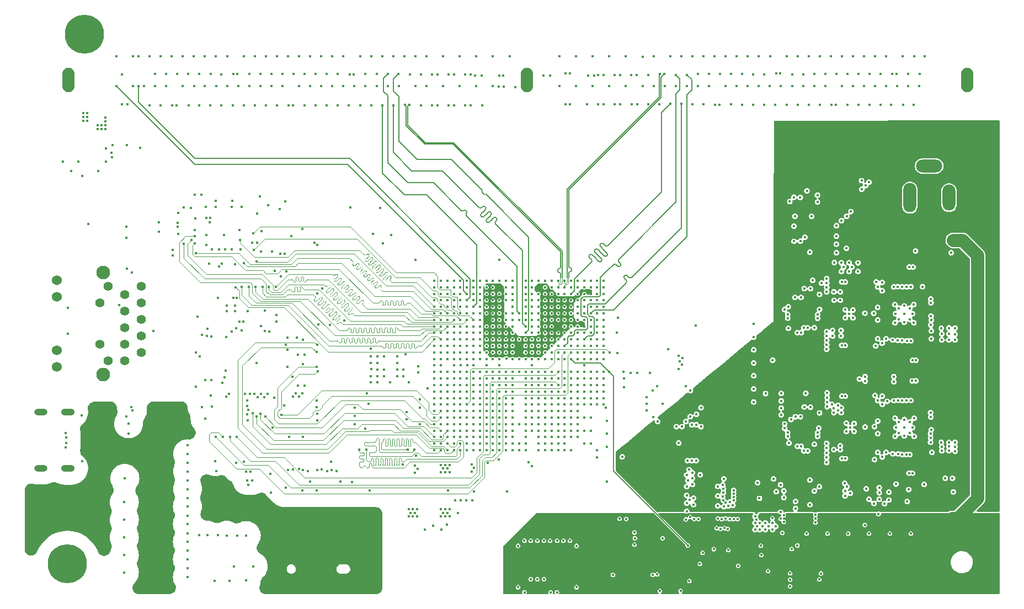
<source format=gbr>
G04 #@! TF.GenerationSoftware,KiCad,Pcbnew,7.0.11-rc3*
G04 #@! TF.CreationDate,2024-11-10T09:22:12+01:00*
G04 #@! TF.ProjectId,sodimm-ddr5-tester,736f6469-6d6d-42d6-9464-72352d746573,1.2.0*
G04 #@! TF.SameCoordinates,Original*
G04 #@! TF.FileFunction,Copper,L10,Inr*
G04 #@! TF.FilePolarity,Positive*
%FSLAX46Y46*%
G04 Gerber Fmt 4.6, Leading zero omitted, Abs format (unit mm)*
G04 Created by KiCad (PCBNEW 7.0.11-rc3) date 2024-11-10 09:22:12*
%MOMM*%
%LPD*%
G01*
G04 APERTURE LIST*
G04 #@! TA.AperFunction,ComponentPad*
%ADD10C,1.397000*%
G04 #@! TD*
G04 #@! TA.AperFunction,ComponentPad*
%ADD11C,1.524000*%
G04 #@! TD*
G04 #@! TA.AperFunction,ComponentPad*
%ADD12C,2.100000*%
G04 #@! TD*
G04 #@! TA.AperFunction,ComponentPad*
%ADD13C,2.108200*%
G04 #@! TD*
G04 #@! TA.AperFunction,ComponentPad*
%ADD14O,1.875000X3.750000*%
G04 #@! TD*
G04 #@! TA.AperFunction,ComponentPad*
%ADD15C,6.000000*%
G04 #@! TD*
G04 #@! TA.AperFunction,ComponentPad*
%ADD16O,2.100000X1.050000*%
G04 #@! TD*
G04 #@! TA.AperFunction,ComponentPad*
%ADD17O,2.000000X1.000000*%
G04 #@! TD*
G04 #@! TA.AperFunction,ComponentPad*
%ADD18O,2.000000X4.500000*%
G04 #@! TD*
G04 #@! TA.AperFunction,ComponentPad*
%ADD19O,4.000000X1.990000*%
G04 #@! TD*
G04 #@! TA.AperFunction,ComponentPad*
%ADD20O,2.000000X4.000000*%
G04 #@! TD*
G04 #@! TA.AperFunction,ViaPad*
%ADD21C,0.450000*%
G04 #@! TD*
G04 #@! TA.AperFunction,Conductor*
%ADD22C,2.000000*%
G04 #@! TD*
G04 #@! TA.AperFunction,Conductor*
%ADD23C,0.100000*%
G04 #@! TD*
G04 #@! TA.AperFunction,Conductor*
%ADD24C,0.148000*%
G04 #@! TD*
G04 #@! TA.AperFunction,Conductor*
%ADD25C,0.130000*%
G04 #@! TD*
G04 #@! TA.AperFunction,Conductor*
%ADD26C,0.107000*%
G04 #@! TD*
G04 #@! TA.AperFunction,Conductor*
%ADD27C,0.150000*%
G04 #@! TD*
G04 APERTURE END LIST*
D10*
X80912700Y-162662487D03*
X78373700Y-163931487D03*
X80912700Y-165201487D03*
X78373700Y-166471487D03*
X80912700Y-167740487D03*
X78373700Y-169011487D03*
X80912700Y-170280487D03*
X78373700Y-171552487D03*
X80912700Y-172821487D03*
X78373700Y-174091487D03*
X75834700Y-162662487D03*
X74573700Y-165201487D03*
X74573700Y-171552487D03*
X75842700Y-174091487D03*
D11*
X67954700Y-161735487D03*
X67954700Y-164276487D03*
X67954700Y-172476487D03*
X67954700Y-175017487D03*
D12*
X75062700Y-160526487D03*
D13*
X75062700Y-176225487D03*
D14*
X69724501Y-131000000D03*
X140125501Y-131000000D03*
X207674501Y-131000000D03*
D15*
X72212200Y-123952000D03*
D16*
X69682400Y-181925800D03*
D17*
X65501400Y-181925800D03*
D16*
X69682400Y-190566800D03*
D17*
X65501400Y-190566800D03*
D15*
X69596000Y-205199800D03*
D18*
X198861400Y-149057600D03*
D19*
X201809400Y-144178600D03*
D20*
X204860400Y-149057600D03*
D21*
X88491829Y-150623157D03*
X98650000Y-156000000D03*
X100400501Y-150213149D03*
X78956400Y-185243949D03*
X134874000Y-127355600D03*
X72616600Y-137277600D03*
X187579000Y-154940000D03*
X165481000Y-127355600D03*
X108521500Y-127355600D03*
X179600000Y-166200000D03*
X131877001Y-175800500D03*
X204850000Y-169050000D03*
X144875001Y-170802500D03*
X145875001Y-163802500D03*
X115750001Y-180650000D03*
X105151000Y-179585000D03*
X193927000Y-183351000D03*
X139875001Y-173802501D03*
X115976400Y-194005200D03*
X123250501Y-196876000D03*
X147624800Y-131953000D03*
X196570500Y-165451500D03*
X152730200Y-127355600D03*
X90091329Y-148586000D03*
X195400000Y-180300000D03*
X132141800Y-130287800D03*
X146875001Y-166802501D03*
X73755899Y-184730800D03*
X100536501Y-169561500D03*
X141875001Y-175800500D03*
X147875001Y-177800500D03*
X195200000Y-170700000D03*
X85741829Y-157933157D03*
X160078501Y-177960999D03*
X137877001Y-183800500D03*
X94047244Y-166455000D03*
X101727000Y-127355600D03*
X167182800Y-127355600D03*
X138877001Y-170776000D03*
X193900000Y-165900000D03*
X171800501Y-195476000D03*
X142875001Y-164802500D03*
X177380900Y-127355600D03*
X90678000Y-127355600D03*
X137877001Y-177800500D03*
X98323400Y-127355600D03*
X179920900Y-127355600D03*
X195237100Y-127355600D03*
X90678000Y-131953000D03*
X91686501Y-170350000D03*
X194975000Y-196025000D03*
X129100000Y-195500000D03*
X127877001Y-172802500D03*
X189550000Y-166875000D03*
X106832400Y-127355600D03*
X196200000Y-170900000D03*
X72016600Y-136677600D03*
X197997500Y-185602500D03*
X197158001Y-185173000D03*
X81332002Y-131953000D03*
X135877001Y-166802500D03*
X183775000Y-151875000D03*
X172400501Y-198376000D03*
X147875001Y-181800500D03*
X189725000Y-184300000D03*
X107149200Y-202337800D03*
X149464600Y-130314000D03*
X203700000Y-186575000D03*
X145875001Y-183800500D03*
X145875001Y-185800500D03*
X87989200Y-197851000D03*
X177740501Y-198256000D03*
X109399200Y-191037800D03*
X166115501Y-182305000D03*
X119100000Y-177427500D03*
X173972001Y-131953000D03*
X141875001Y-173802500D03*
X113258600Y-192709800D03*
X181082000Y-153409001D03*
X182037107Y-182676000D03*
X102991975Y-149611025D03*
X184200000Y-186900000D03*
X105981344Y-177902328D03*
X139875001Y-171802500D03*
X77502097Y-165506950D03*
X170300501Y-192176000D03*
X163400000Y-186700000D03*
X149875001Y-165802500D03*
X171800501Y-194476000D03*
X110223300Y-131953000D03*
X148875001Y-176800500D03*
X134874000Y-131953000D03*
X191828201Y-131953000D03*
X180600000Y-183100000D03*
X148875001Y-171802500D03*
X194627000Y-180801000D03*
X170300501Y-196476000D03*
X118719600Y-131953000D03*
X75955899Y-181330800D03*
X154319800Y-198326200D03*
X133900501Y-174776000D03*
X197970500Y-168151500D03*
X75955899Y-182530800D03*
X95000000Y-164451500D03*
X187579000Y-153365200D03*
X198300000Y-188451000D03*
X182880000Y-179070000D03*
X128875501Y-174801000D03*
X132877001Y-178800500D03*
X116433600Y-154609800D03*
X177105000Y-206365600D03*
X199000000Y-162700000D03*
X201050000Y-193050000D03*
X101616501Y-167061000D03*
X102240501Y-157646000D03*
X140875001Y-173802500D03*
X83027301Y-131953000D03*
X73225899Y-189230800D03*
X113549200Y-202337800D03*
X128200501Y-196901000D03*
X141875002Y-171802500D03*
X172288200Y-127355600D03*
X122974100Y-127355600D03*
X125730000Y-199390000D03*
X196697500Y-184302500D03*
X192582800Y-146685000D03*
X92800501Y-159626000D03*
X136877001Y-180800500D03*
X193900000Y-167800000D03*
X96150000Y-157000000D03*
X193927000Y-185251000D03*
X144705200Y-209614800D03*
X121950501Y-196876000D03*
X129900501Y-174801000D03*
X122600501Y-196876000D03*
X205800000Y-187950000D03*
X71757900Y-186230800D03*
X121450000Y-173100000D03*
X71779400Y-182430800D03*
X155270200Y-131953000D03*
X87274400Y-131953000D03*
X95456500Y-197929600D03*
X91689501Y-177069000D03*
X181082000Y-155740998D03*
X99174300Y-131953000D03*
X119570500Y-127355600D03*
X160066400Y-206872200D03*
X97472500Y-131953000D03*
X136877001Y-176800500D03*
X189151064Y-151889264D03*
X171200501Y-195776000D03*
X166319200Y-131953000D03*
X101375251Y-160295500D03*
X97356500Y-193129600D03*
X159435500Y-182693000D03*
X157843001Y-131953000D03*
X106832400Y-131953000D03*
X191950000Y-199300000D03*
X95770700Y-131953000D03*
X171800501Y-194976000D03*
X136877001Y-169802500D03*
X176058800Y-203914600D03*
X148875001Y-182800499D03*
X199000000Y-200600000D03*
X102900501Y-157636000D03*
X101500000Y-200200000D03*
X173990000Y-127355600D03*
X193522600Y-131953000D03*
X102850000Y-180950000D03*
X196927402Y-131953000D03*
X107826000Y-180200000D03*
X88976200Y-127355600D03*
X175500501Y-192776000D03*
X171000501Y-196376000D03*
X145875001Y-182800500D03*
X198450000Y-195700000D03*
X129877001Y-168802500D03*
X87994500Y-187023000D03*
X204850000Y-169950000D03*
X89527244Y-167295000D03*
X194150000Y-194300000D03*
X164470501Y-183388001D03*
X194150000Y-193560000D03*
X126877001Y-180800500D03*
X100700000Y-191400000D03*
X181622700Y-127355600D03*
X117017800Y-131953000D03*
X198020501Y-184310500D03*
X111709200Y-198297800D03*
X103949200Y-202337800D03*
X88988900Y-131953000D03*
X191439800Y-146431000D03*
X148875001Y-180800500D03*
X92701564Y-200875321D03*
X164624801Y-131953000D03*
X168021000Y-131953000D03*
X115570000Y-179070000D03*
X147875001Y-172802500D03*
X204300000Y-192100000D03*
X94800000Y-156950000D03*
X78713900Y-140994299D03*
X150177500Y-127355600D03*
X145072100Y-127355600D03*
X149875001Y-182800500D03*
X93800000Y-156950000D03*
X199000000Y-171000000D03*
X159408500Y-206944900D03*
X134877001Y-173802500D03*
X159537400Y-131953000D03*
X197131001Y-165999000D03*
X86591829Y-154583157D03*
X104140000Y-198120000D03*
X103910501Y-154936000D03*
X179505000Y-198813000D03*
X123250501Y-197976000D03*
X175680302Y-131953000D03*
X72616600Y-136661600D03*
X197131001Y-167722000D03*
X169355502Y-196350000D03*
X121272300Y-127355600D03*
X147875001Y-169802500D03*
X157822900Y-127393700D03*
X85750501Y-157073149D03*
X107873800Y-163779200D03*
X115300001Y-184500000D03*
X191948000Y-166774000D03*
X87989200Y-205951000D03*
X128877001Y-165802500D03*
X174895500Y-176398500D03*
X147624800Y-127355600D03*
X195219101Y-131953000D03*
X204850000Y-186600000D03*
X72016600Y-137277600D03*
X140875001Y-170802500D03*
X103428800Y-127355600D03*
X87391829Y-150583157D03*
X145072100Y-131953000D03*
X203750000Y-170900000D03*
X83870800Y-127355600D03*
X111925100Y-127355600D03*
X198881001Y-183450000D03*
X191975000Y-184225000D03*
X184200000Y-169000000D03*
X107926000Y-183218000D03*
X139875001Y-176800500D03*
X142875001Y-172802500D03*
X183500000Y-196150000D03*
X203750000Y-187900000D03*
X198850000Y-188450000D03*
X190300000Y-184900000D03*
X116179600Y-127355600D03*
X137877002Y-175800500D03*
X135877001Y-187800500D03*
X140875001Y-172802500D03*
X144875001Y-181800501D03*
X166000000Y-168700000D03*
X159524700Y-127355600D03*
X186728100Y-127355600D03*
X187579000Y-156184600D03*
X203700000Y-169075000D03*
X193300000Y-166800000D03*
X200800000Y-162700000D03*
X144875001Y-172802500D03*
X91855500Y-197929600D03*
X154075001Y-167502500D03*
X127228600Y-127355600D03*
X138295400Y-132071998D03*
X78672200Y-159914000D03*
X90928157Y-152143165D03*
X205400000Y-192100000D03*
X197027000Y-180151000D03*
X151875001Y-177800500D03*
X135877002Y-177800500D03*
X181600000Y-202450600D03*
X136877001Y-171802500D03*
X115316000Y-131953000D03*
X184958299Y-207629800D03*
X189125000Y-184925000D03*
X72616600Y-136061600D03*
X166100000Y-183900000D03*
X203750000Y-169950000D03*
X202251001Y-188150000D03*
X105130600Y-131953000D03*
X132321300Y-131953000D03*
X89801564Y-200875321D03*
X170600501Y-195876000D03*
X190150000Y-166275000D03*
X122925501Y-197426000D03*
X154000000Y-172904000D03*
X183057000Y-147984002D03*
X74140899Y-191530800D03*
X79623701Y-131953000D03*
X118150501Y-173426000D03*
X152374503Y-185301000D03*
X170967400Y-203149200D03*
X203750000Y-187250000D03*
X193527000Y-179401000D03*
X189125000Y-183675000D03*
X142875001Y-175800500D03*
X200317100Y-131953000D03*
X183000000Y-200600000D03*
X163502000Y-174200000D03*
X172497800Y-205549600D03*
X204850000Y-187200000D03*
X156002501Y-175976000D03*
X148875001Y-162802500D03*
X150875002Y-179800500D03*
X140875001Y-175800500D03*
X122000000Y-177426500D03*
X205800000Y-170000000D03*
X145875001Y-184800500D03*
X196597500Y-185702500D03*
X152374503Y-183301000D03*
X160466400Y-209420200D03*
X128000000Y-194000000D03*
X122600501Y-197976000D03*
X78655899Y-182630800D03*
X87994500Y-189723000D03*
X129877000Y-179800500D03*
X187578400Y-157497600D03*
X147706700Y-208835298D03*
X105130600Y-127355600D03*
X87989200Y-203251000D03*
X127550501Y-198001000D03*
X145875001Y-175800500D03*
X120421400Y-131953000D03*
X184900000Y-184400000D03*
X100685200Y-202617299D03*
X202127000Y-184651000D03*
X96621600Y-127355600D03*
X95550501Y-164451000D03*
X160899499Y-201324800D03*
X194150000Y-195350000D03*
X183500000Y-192400000D03*
X126900501Y-198001000D03*
X196597500Y-182902500D03*
X106629200Y-198297800D03*
X171200501Y-198376000D03*
X188950000Y-166250000D03*
X131928228Y-194128228D03*
X146875001Y-187800500D03*
X148875001Y-173802501D03*
X197158001Y-183450000D03*
X170000501Y-198376000D03*
X196570500Y-168251500D03*
X97300000Y-181600000D03*
X133877001Y-170802500D03*
X145875001Y-186800500D03*
X150875001Y-187800501D03*
X182487502Y-131953000D03*
X131877000Y-164802500D03*
X143875001Y-171802500D03*
X127875501Y-197451000D03*
X161800000Y-172300000D03*
X124850000Y-178300000D03*
X114477800Y-127355600D03*
X174895500Y-174398500D03*
X184182801Y-131953000D03*
X205800000Y-169050000D03*
X201168000Y-127342900D03*
X130800000Y-195500000D03*
X197970500Y-165651500D03*
X127877001Y-162802500D03*
X102191829Y-150774400D03*
X153900000Y-169800000D03*
X92300000Y-149550000D03*
X150875001Y-188900501D03*
X202150000Y-170675000D03*
X108521500Y-131953000D03*
X90683501Y-177089000D03*
X180300000Y-186700000D03*
X199497500Y-185702500D03*
X139875001Y-186800501D03*
X73280899Y-192205800D03*
X124675900Y-131953000D03*
X191465200Y-147751800D03*
X89882344Y-173382328D03*
X100765200Y-194314762D03*
X204825000Y-170900000D03*
X177945999Y-192230502D03*
X199731899Y-157242600D03*
X108661200Y-162966400D03*
X91750000Y-156950000D03*
X174895500Y-172399500D03*
X151875001Y-179800500D03*
X175679100Y-127355600D03*
X141875001Y-178800500D03*
X100960501Y-157356000D03*
X169400501Y-198276000D03*
X169400000Y-194850000D03*
X170900501Y-199876000D03*
X150875001Y-168802500D03*
X189814200Y-151180800D03*
X194627000Y-188851000D03*
X183605107Y-181174500D03*
X142875001Y-185800500D03*
X75955899Y-183730800D03*
X170100000Y-194900000D03*
X80621000Y-209512600D03*
X135841200Y-158572200D03*
X143875001Y-167802500D03*
X92800000Y-156950000D03*
X204825000Y-187900000D03*
X150875002Y-175800500D03*
X137000501Y-194176000D03*
X166624000Y-205257400D03*
X198881001Y-185173000D03*
X196750000Y-193000000D03*
X129540000Y-197485000D03*
X172262800Y-131953000D03*
X189118901Y-156828600D03*
X82169000Y-127355600D03*
X183324500Y-127355600D03*
X94059829Y-165647157D03*
X91000000Y-170300000D03*
X143875001Y-178800500D03*
X199470500Y-165451500D03*
X165165502Y-178656000D03*
X125877001Y-177800500D03*
X165165501Y-182655000D03*
X165017901Y-207895699D03*
X132321300Y-127355600D03*
X138870501Y-183806000D03*
X193535300Y-127355600D03*
X125877001Y-166802500D03*
X192600000Y-200600000D03*
X145875001Y-176800500D03*
X103325501Y-172385000D03*
X174895500Y-178398500D03*
X177800000Y-173990000D03*
X188366400Y-152603200D03*
X87989200Y-195151000D03*
X198650000Y-193850000D03*
X147875001Y-179800500D03*
X199470500Y-168251500D03*
X89090501Y-148576000D03*
X135730501Y-189266000D03*
X171800501Y-193976000D03*
X193450000Y-189225000D03*
X151875001Y-175800500D03*
X170400501Y-199776000D03*
X179505000Y-195063000D03*
X153263499Y-206947898D03*
X94900000Y-149550000D03*
X107900000Y-200200000D03*
X93456500Y-197929600D03*
X97271658Y-166455157D03*
X170568401Y-131953000D03*
X100876100Y-131953000D03*
X198400000Y-171000000D03*
X152730200Y-131953000D03*
X139875001Y-178800500D03*
X132877001Y-167802500D03*
X124460000Y-200025000D03*
X85572600Y-127355600D03*
X145875001Y-178800500D03*
X128877001Y-186800500D03*
X182034000Y-149009001D03*
X140875001Y-168802500D03*
X84721700Y-131953000D03*
X112979200Y-150520400D03*
X170586400Y-127355600D03*
X174888000Y-170447000D03*
X138875501Y-173801000D03*
X98301000Y-179200000D03*
X97125000Y-180182000D03*
X180200000Y-169100000D03*
X121950501Y-197976000D03*
X93820501Y-175635000D03*
X105922344Y-173132328D03*
X105119366Y-190689034D03*
X130877001Y-182800500D03*
X86536829Y-151433157D03*
X126877001Y-169802499D03*
X169350000Y-193350000D03*
X193927000Y-180201000D03*
X122974100Y-131953000D03*
X93600000Y-154800000D03*
X79422200Y-160564000D03*
X73755899Y-186230800D03*
X193700000Y-161950000D03*
X137877002Y-162802500D03*
X87994500Y-192423000D03*
X148875001Y-178800500D03*
X94068900Y-131953000D03*
X136909706Y-173751688D03*
X190125000Y-167475000D03*
X87989200Y-200551000D03*
X161221201Y-131953000D03*
X127228600Y-131953000D03*
X198854001Y-167722000D03*
X131700000Y-195500000D03*
X127800000Y-199200000D03*
X183607608Y-163021999D03*
X127000000Y-200025000D03*
X190131700Y-127355600D03*
X147875001Y-175800500D03*
X182153608Y-164356694D03*
X111100000Y-200200000D03*
X112090200Y-167868600D03*
X148875001Y-186800501D03*
X188424601Y-131953000D03*
X180779201Y-131953000D03*
X117957600Y-156083000D03*
X151875001Y-161802500D03*
X147875001Y-185800500D03*
X97225000Y-183200000D03*
X186200000Y-200600000D03*
X179070000Y-131953000D03*
X120150501Y-175426000D03*
X105649200Y-193970501D03*
X99827658Y-166413157D03*
X160168501Y-183388001D03*
X131877001Y-185800500D03*
X193900000Y-162750000D03*
X133877001Y-181800500D03*
X192049400Y-147193000D03*
X205800000Y-170900000D03*
X152374503Y-187301000D03*
X194600000Y-171400000D03*
X190132902Y-131953000D03*
X97056500Y-197929600D03*
X166800000Y-184200000D03*
X169200501Y-199776000D03*
X202075000Y-182700000D03*
X170600501Y-198276000D03*
X129900000Y-195500000D03*
X127550501Y-196901000D03*
X140875001Y-177800500D03*
X174888000Y-168422000D03*
X193400000Y-184200000D03*
X151875001Y-171802500D03*
X102577900Y-131953000D03*
X171800501Y-198376000D03*
X103117344Y-171630157D03*
X127175501Y-197451000D03*
X92456500Y-191029600D03*
X197777100Y-127355600D03*
X193927000Y-188151000D03*
X92367100Y-127355600D03*
X111912400Y-131953000D03*
X196227000Y-188351000D03*
X130877001Y-161802500D03*
X137426700Y-127355600D03*
X141875001Y-172802500D03*
X179300000Y-200500000D03*
X95268501Y-166465000D03*
X198622701Y-131953000D03*
X95676663Y-200901600D03*
X197993501Y-166859500D03*
X194627000Y-179501000D03*
X117551200Y-150622000D03*
X137877001Y-170802500D03*
X147703701Y-202490300D03*
X202100000Y-167200000D03*
X138705700Y-202490300D03*
X145875001Y-180800500D03*
X162077400Y-127355600D03*
X135875501Y-174801000D03*
X142660000Y-130302500D03*
X188429900Y-127355600D03*
X189400000Y-200600000D03*
X137877001Y-172802500D03*
X194050000Y-197650000D03*
X193600000Y-171800000D03*
X125877001Y-187800500D03*
X143875002Y-173802500D03*
X75447900Y-141464800D03*
X128200501Y-198001000D03*
X134877001Y-163802500D03*
X168884600Y-127355600D03*
X198854001Y-165999000D03*
X126900501Y-196901000D03*
X94068900Y-127355600D03*
X205800000Y-187250000D03*
X87274400Y-127355600D03*
X185877200Y-131953000D03*
X71829400Y-189451800D03*
X79616300Y-127355600D03*
X140875001Y-179800500D03*
X174895500Y-180398500D03*
X110000000Y-189600000D03*
X91048501Y-169150000D03*
X128877001Y-176800500D03*
X202100000Y-165200000D03*
X163779200Y-127355600D03*
X104090000Y-176550000D03*
X199270500Y-166851500D03*
X155001500Y-178126000D03*
X150177500Y-131953000D03*
X193900000Y-170700000D03*
X119278400Y-154787600D03*
X138708700Y-208835300D03*
X122225501Y-197426000D03*
X163900000Y-184200000D03*
X143875001Y-176800500D03*
X159383500Y-178694000D03*
X155270200Y-127355600D03*
X177375601Y-131953000D03*
X163666400Y-209420200D03*
X185000000Y-166200000D03*
X151875001Y-172802500D03*
X185026300Y-127355600D03*
X199497500Y-182902500D03*
X100025200Y-127355600D03*
X109220000Y-198120000D03*
X149875001Y-171802500D03*
X110349200Y-202337800D03*
X127877001Y-183800500D03*
X193325000Y-195975000D03*
X110223300Y-127355600D03*
X82767560Y-169509487D03*
X105587800Y-153875000D03*
X129768600Y-127355600D03*
X91750000Y-181150000D03*
X152200000Y-181300000D03*
X194600000Y-163350000D03*
X148875001Y-184800500D03*
X92379800Y-131953000D03*
X124675900Y-127355600D03*
X197000000Y-162700000D03*
X142875001Y-170802500D03*
X199297500Y-184302500D03*
X141875001Y-182800500D03*
X139706200Y-209614800D03*
X195227000Y-188151000D03*
X149875001Y-173802500D03*
X165400000Y-183900000D03*
X145875001Y-187800500D03*
X199027000Y-180151000D03*
X104700000Y-200200000D03*
X194600000Y-162050000D03*
X195800000Y-200600000D03*
X129768600Y-131953000D03*
X199478900Y-127355600D03*
X117881400Y-127355600D03*
X163000000Y-184200000D03*
X150875001Y-172802500D03*
X123649499Y-179980999D03*
X149875001Y-178800500D03*
X162929502Y-131953000D03*
X205191899Y-157472600D03*
X191833500Y-127355600D03*
X122961400Y-158572200D03*
X117265200Y-201887299D03*
X73204899Y-183081800D03*
X139875001Y-165802500D03*
X109855000Y-168554400D03*
X141875001Y-161802500D03*
X196670500Y-166851500D03*
X116150501Y-177426000D03*
X147875001Y-183800500D03*
X134877001Y-184800500D03*
X95300000Y-165600000D03*
X138875501Y-175801000D03*
X164432501Y-177960999D03*
X197997500Y-183102500D03*
X98559501Y-174386000D03*
X181225000Y-151875000D03*
X108077000Y-168529000D03*
X98704400Y-151485600D03*
X116100000Y-172200000D03*
X142875001Y-177800500D03*
X205550000Y-194200000D03*
X141875001Y-176800500D03*
X205800000Y-186575000D03*
X169800501Y-199876000D03*
X72016600Y-136077600D03*
X71217900Y-143524800D03*
X188950000Y-167500000D03*
X143705200Y-209614800D03*
X190325000Y-183700000D03*
X130877001Y-171802500D03*
X171700501Y-196276000D03*
X113614200Y-131953000D03*
X79555899Y-181730800D03*
X96600000Y-168037000D03*
X99300000Y-168750000D03*
X104962344Y-173122328D03*
X104775501Y-170530000D03*
X89300501Y-178096000D03*
X97150000Y-181002500D03*
X89300000Y-172800000D03*
X79405899Y-181180800D03*
X103325501Y-174980000D03*
X91600000Y-179400000D03*
X90252501Y-170111000D03*
X92256500Y-189529600D03*
X97600000Y-179200000D03*
X97153299Y-192432801D03*
X97656500Y-191129600D03*
X107851000Y-181168000D03*
X101675501Y-168033000D03*
X95959829Y-168036328D03*
X104982344Y-177905179D03*
X142875001Y-187800500D03*
X148875001Y-168802500D03*
X144875001Y-168802500D03*
X135877001Y-162802500D03*
X141875002Y-162802500D03*
X149875001Y-163802500D03*
X133877001Y-167802499D03*
X150875002Y-180800500D03*
X139876001Y-187800502D03*
X181066000Y-148984001D03*
X180425000Y-149650000D03*
X205700000Y-179400000D03*
X203900000Y-178050000D03*
X174500501Y-196376000D03*
X192770159Y-157229699D03*
X203800000Y-162300000D03*
X194270159Y-157229699D03*
X203850000Y-159700000D03*
X173900501Y-196076000D03*
X203900000Y-178900000D03*
X205650000Y-161000000D03*
X175300000Y-197450000D03*
X205650000Y-162750000D03*
X175400501Y-199476000D03*
X193970159Y-156729699D03*
X175000501Y-196976000D03*
X173800000Y-193976000D03*
X196478400Y-156722600D03*
X175100501Y-198976000D03*
X192470159Y-156729699D03*
X175100501Y-199976000D03*
X205700000Y-178500000D03*
X200503400Y-157922600D03*
X175800501Y-198976000D03*
X194670159Y-156729699D03*
X195178400Y-157222600D03*
X199641899Y-154502600D03*
X205700000Y-181050000D03*
X193170159Y-156729699D03*
X205700000Y-159200000D03*
X205700000Y-180250000D03*
X203850000Y-160550000D03*
X205650000Y-161900000D03*
X173850000Y-194476000D03*
X196428400Y-157922600D03*
X203850000Y-181450000D03*
X177800000Y-199000000D03*
X203800000Y-163950000D03*
X205650000Y-164350000D03*
X175800501Y-199976000D03*
X205650000Y-163550000D03*
X195928400Y-157222600D03*
X203800000Y-163100000D03*
X203800000Y-164750000D03*
X193570159Y-157229699D03*
X195528400Y-156722600D03*
X178300000Y-199500000D03*
X203850000Y-179800000D03*
X175285400Y-198475600D03*
X203900000Y-177200000D03*
X177800000Y-200000000D03*
X175100501Y-197976000D03*
X176200501Y-199476000D03*
X177200000Y-199476000D03*
X205750000Y-177600000D03*
X173800000Y-195000000D03*
X197078400Y-157372600D03*
X176700000Y-198976000D03*
X205700000Y-160100000D03*
X176700000Y-199976000D03*
X173850000Y-195550000D03*
X205700000Y-181850000D03*
X203850000Y-180600000D03*
X174400501Y-195776000D03*
X203850000Y-161400000D03*
X203850000Y-182250000D03*
X202028001Y-185940500D03*
X202068501Y-168572000D03*
X204241400Y-200025000D03*
X205421899Y-155147600D03*
X160849499Y-200399800D03*
X204190600Y-199237600D03*
X186156600Y-197764400D03*
X182727600Y-206679800D03*
X205333600Y-198272400D03*
X184958299Y-208629800D03*
X206273400Y-199059800D03*
X184988200Y-193395600D03*
X205333600Y-199263000D03*
X107901000Y-182250000D03*
X205951899Y-156012600D03*
X204825600Y-155143200D03*
X185166000Y-197739000D03*
X206628400Y-155997600D03*
X206222600Y-198196200D03*
X101070994Y-184301326D03*
X205155800Y-200253600D03*
X184025000Y-202450600D03*
X206203400Y-155122600D03*
X143666957Y-199165957D03*
X144703114Y-198532800D03*
X125877001Y-186800500D03*
X163400000Y-175332713D03*
X144875001Y-175800500D03*
X95575000Y-185775000D03*
X163900000Y-174700000D03*
X144875000Y-177800500D03*
X94525000Y-185775000D03*
X92300000Y-185775000D03*
X145875001Y-172802500D03*
X164000000Y-173700000D03*
X93422843Y-185773328D03*
X163400000Y-173300000D03*
X146875001Y-172802500D03*
X76473900Y-140944299D03*
X77927200Y-130111500D03*
X77927200Y-134708900D03*
X76373900Y-142844299D03*
X76341399Y-142206800D03*
X78778100Y-134721600D03*
X137877001Y-169802500D03*
X82169000Y-134899400D03*
X134877001Y-169802500D03*
X83870800Y-134899400D03*
X135877002Y-169802500D03*
X83032600Y-130098800D03*
X133877001Y-169802500D03*
X84734400Y-130098800D03*
X185184299Y-206729800D03*
X195650000Y-194250000D03*
X195650000Y-195450000D03*
X86436200Y-130098800D03*
X132877001Y-169802500D03*
X85675501Y-134899400D03*
X132877001Y-168802500D03*
X86325501Y-134899400D03*
X133877001Y-168802500D03*
X136877001Y-168802500D03*
X88169945Y-134868667D03*
X134877001Y-167802500D03*
X89814400Y-134874000D03*
X88138000Y-130098800D03*
X135877001Y-168802500D03*
X89814400Y-130098800D03*
X137877001Y-168802500D03*
X91516200Y-134874000D03*
X134877001Y-165802500D03*
X192175000Y-193725000D03*
X192600000Y-195350000D03*
X131877001Y-166802500D03*
X93218000Y-134874000D03*
X175768000Y-195199000D03*
X166700501Y-191576000D03*
X91541600Y-130098800D03*
X132877001Y-166802500D03*
X93218000Y-130124200D03*
X132877001Y-165802500D03*
X131877001Y-162802500D03*
X95025001Y-130074706D03*
X95675001Y-130074706D03*
X131877001Y-163802500D03*
X94919800Y-134874000D03*
X132877001Y-164802500D03*
X96647000Y-134874000D03*
X132877001Y-163802500D03*
X98323400Y-134874000D03*
X133877001Y-163802500D03*
X182592606Y-187926107D03*
X188973000Y-189099000D03*
X133877001Y-164802500D03*
X97485200Y-130073400D03*
X134877001Y-164802500D03*
X99187000Y-130073400D03*
X100025200Y-134899400D03*
X133877001Y-166802501D03*
X182179107Y-169762107D03*
X199800001Y-173974998D03*
X135877001Y-165802500D03*
X101727000Y-134899400D03*
X100863400Y-130098800D03*
X134877001Y-166802500D03*
X102590600Y-130098800D03*
X135877002Y-164802500D03*
X104292400Y-130098800D03*
X136877001Y-166802500D03*
X135877001Y-167802500D03*
X103525001Y-134899400D03*
X104175001Y-134899400D03*
X136877001Y-167802500D03*
X137877001Y-163802500D03*
X105994200Y-134899400D03*
X107670600Y-134899400D03*
X137877001Y-165802500D03*
X137877001Y-164802500D03*
X105968800Y-130098800D03*
X107670600Y-130098800D03*
X137876001Y-166801500D03*
X109372400Y-134899400D03*
X135877001Y-163802500D03*
X132877000Y-161802501D03*
X111074200Y-134899400D03*
X131877000Y-161802501D03*
X109372400Y-130098800D03*
X134877001Y-162802500D03*
X111074200Y-130098800D03*
X130877000Y-185800000D03*
X168757600Y-202996800D03*
X140318499Y-189702835D03*
X133877001Y-161802501D03*
X112874501Y-130111765D03*
X133877001Y-162802499D03*
X113524501Y-130111765D03*
X134877001Y-161802501D03*
X112776000Y-134899400D03*
X136877001Y-163802500D03*
X114503200Y-134899400D03*
X116205000Y-134899400D03*
X136877001Y-162802500D03*
X115316000Y-130098800D03*
X136877001Y-161802500D03*
X137877001Y-161802499D03*
X117017800Y-130098800D03*
X131877001Y-165802500D03*
X117906800Y-134899400D03*
X139875001Y-168802500D03*
X119557800Y-134899400D03*
X138876001Y-166802500D03*
X118745000Y-130098800D03*
X121374501Y-134803296D03*
X144875001Y-161802500D03*
X144875001Y-162802500D03*
X122024501Y-134803296D03*
X120396000Y-130098800D03*
X139875001Y-169802499D03*
X123825000Y-134874000D03*
X140875001Y-166802500D03*
X125526800Y-134861300D03*
X140875001Y-164802500D03*
X139875001Y-163802500D03*
X122123200Y-130175000D03*
X182179107Y-187201107D03*
X199273000Y-191324000D03*
X94800501Y-150458851D03*
X92300501Y-150458851D03*
X96300501Y-150458851D03*
X90800501Y-150458851D03*
X125526800Y-130175000D03*
X139875001Y-164802501D03*
X140875001Y-165802500D03*
X123825000Y-130175000D03*
X126377700Y-134861300D03*
X141875001Y-163802500D03*
X184677214Y-167541501D03*
X188938500Y-162000000D03*
X199326501Y-159699000D03*
X180100000Y-167536000D03*
X183176107Y-187926107D03*
X188423000Y-189099000D03*
X181595606Y-169762107D03*
X199250001Y-173974998D03*
X181595606Y-187201107D03*
X198723000Y-191324000D03*
X188388500Y-162000000D03*
X184677214Y-166958000D03*
X142875001Y-163802500D03*
X126377700Y-130175000D03*
X128079500Y-134861300D03*
X143875002Y-164802500D03*
X128066800Y-130175000D03*
X143875001Y-166802500D03*
X128930400Y-134861300D03*
X143875001Y-163802500D03*
X143875001Y-165802500D03*
X128930400Y-130175000D03*
X130632200Y-134861300D03*
X144875001Y-166802500D03*
X130619500Y-130175000D03*
X144875000Y-164802500D03*
X131483100Y-134861300D03*
X145875001Y-164802500D03*
X131470400Y-130175000D03*
X145875001Y-165802500D03*
X133184900Y-134861300D03*
X145875001Y-166802500D03*
X135800001Y-132029200D03*
X139875001Y-162802500D03*
X140875001Y-162802500D03*
X135850001Y-130327400D03*
X139875001Y-161802500D03*
X136500001Y-132029200D03*
X136450001Y-130327400D03*
X140875001Y-161802500D03*
X142875001Y-166802500D03*
X146049001Y-134706005D03*
X146049001Y-130010431D03*
X141875001Y-165802500D03*
X142875001Y-165802500D03*
X146649001Y-134706005D03*
X146649001Y-130010431D03*
X141875001Y-164802500D03*
X141875001Y-169802500D03*
X149326600Y-134696200D03*
X151028400Y-130187700D03*
X141875001Y-168802500D03*
X142875001Y-168802500D03*
X151028400Y-134696200D03*
X151879300Y-130187700D03*
X140875001Y-167802500D03*
X151879300Y-134696200D03*
X139875001Y-167802500D03*
X139875001Y-166802500D03*
X153581100Y-130187700D03*
X153581100Y-134683500D03*
X143875001Y-168802500D03*
X198776501Y-159699000D03*
X180100000Y-166952499D03*
X154419300Y-130187700D03*
X142875001Y-167802500D03*
X141875001Y-167802499D03*
X154419300Y-134683500D03*
X143875002Y-169802500D03*
X156121100Y-130187700D03*
X156133800Y-134683500D03*
X144875001Y-167802500D03*
X158686500Y-134683500D03*
X145875001Y-167802500D03*
X142875001Y-161802500D03*
X156972000Y-130187700D03*
X160375600Y-134696200D03*
X143875001Y-161802500D03*
X144875000Y-169802500D03*
X156984700Y-134683500D03*
X158673800Y-130187700D03*
X145875001Y-169802500D03*
X156591000Y-202293800D03*
X156600000Y-200425800D03*
X146705200Y-201710800D03*
X188200000Y-187750000D03*
X146875001Y-177800500D03*
X186100000Y-187500000D03*
X186100000Y-186750000D03*
X186100000Y-189700000D03*
X186100000Y-188200000D03*
X188200000Y-187150000D03*
X186100000Y-188900000D03*
X146875001Y-185800500D03*
X187200000Y-187700000D03*
X146875001Y-179800501D03*
X146875001Y-181800500D03*
X146875001Y-183800500D03*
X187200000Y-182075000D03*
X187800000Y-181700000D03*
X187800000Y-180900000D03*
X141875001Y-170802500D03*
X143875001Y-172802500D03*
X144875000Y-173802500D03*
X187200000Y-181400000D03*
X144875001Y-183800500D03*
X183946800Y-161721800D03*
X142875001Y-171802500D03*
X141875001Y-177800500D03*
X186175000Y-179725000D03*
X144875001Y-171802500D03*
X186900000Y-180800000D03*
X188325000Y-182050000D03*
X146875001Y-175800499D03*
X186175000Y-179000000D03*
X142875001Y-176800500D03*
X186175000Y-181150000D03*
X140875001Y-176800500D03*
X186175000Y-180450000D03*
X140875501Y-174801000D03*
X142875001Y-173802500D03*
X188325000Y-181300000D03*
X162077400Y-134670800D03*
X146875001Y-163802500D03*
X145875001Y-161802500D03*
X160475001Y-130068267D03*
X145875001Y-162802500D03*
X161125001Y-130068267D03*
X148875001Y-170802500D03*
X163779200Y-134670800D03*
X149875001Y-166802500D03*
X164630100Y-130187700D03*
X162915600Y-130187700D03*
X145875001Y-171802500D03*
X165481000Y-134696200D03*
X147875001Y-162802500D03*
X149875001Y-161802500D03*
X167182800Y-134747000D03*
X166319200Y-130073400D03*
X148875001Y-163802500D03*
X168021000Y-130073400D03*
X146875000Y-162802500D03*
X93300000Y-159200000D03*
X91279001Y-159200000D03*
X89228157Y-152243165D03*
X91375322Y-152846000D03*
X107873800Y-156286200D03*
X90911829Y-154803145D03*
X107467400Y-155981400D03*
X91527596Y-152134441D03*
X99296829Y-157328157D03*
X90911829Y-156313157D03*
X69672200Y-169964000D03*
X78956400Y-183743949D03*
X86500501Y-153513149D03*
X95300000Y-159300000D03*
X113650501Y-183850000D03*
X138900501Y-186776000D03*
X179100000Y-179100000D03*
X103099200Y-193587800D03*
X188300000Y-169400000D03*
X128877001Y-181800500D03*
X70176000Y-144967800D03*
X107799200Y-193979800D03*
X78309200Y-195801000D03*
X83616800Y-154305000D03*
X102350501Y-161126000D03*
X148875501Y-174801000D03*
X141875001Y-187800500D03*
X142875001Y-180800500D03*
X95950000Y-154000000D03*
X130900501Y-174776000D03*
X123100000Y-188674500D03*
X105670000Y-174630000D03*
X179649336Y-184453959D03*
X186100000Y-172300000D03*
X92173163Y-207895200D03*
X182635107Y-181154500D03*
X184674999Y-149675000D03*
X139875001Y-181800501D03*
X97002662Y-207819200D03*
X130877001Y-166802500D03*
X94462662Y-207839200D03*
X78309200Y-206601000D03*
X130877001Y-177800500D03*
X68877900Y-143524800D03*
X126877001Y-185800500D03*
X103200000Y-160400000D03*
X131877000Y-169802500D03*
X144875000Y-186800500D03*
X136877001Y-185800500D03*
X123400000Y-175900000D03*
X184997500Y-163882001D03*
X125877001Y-161802500D03*
X186100000Y-171625000D03*
X123400000Y-174900000D03*
X95097600Y-205638400D03*
X166800000Y-181300000D03*
X97200000Y-182300000D03*
X140875001Y-184800500D03*
X83641000Y-152831927D03*
X187000000Y-170300000D03*
X126877001Y-164802501D03*
X117150501Y-173426000D03*
X129877001Y-163802500D03*
X145875001Y-177800500D03*
X78309200Y-198501000D03*
X184665999Y-148650001D03*
X92700000Y-164451500D03*
X134100000Y-189774500D03*
X90250000Y-181200000D03*
X111455200Y-192608200D03*
X97911825Y-155961825D03*
X160900501Y-180676000D03*
X128877001Y-170802500D03*
X127877001Y-167802500D03*
X181285000Y-196735000D03*
X98087600Y-205628400D03*
X69672200Y-165989000D03*
X154875001Y-175800501D03*
X78309200Y-201201000D03*
X186100000Y-170275000D03*
X167055800Y-203581000D03*
X186100000Y-169600000D03*
X78309200Y-203901000D03*
X116150501Y-176426000D03*
X125877001Y-182800500D03*
X105680000Y-170880157D03*
X121650001Y-183100001D03*
X188300000Y-170250000D03*
X125875501Y-174801000D03*
X187000000Y-169400000D03*
X99085400Y-148869400D03*
X74266000Y-144977800D03*
X106849200Y-192637800D03*
X146875000Y-171802500D03*
X181300000Y-195650000D03*
X182637608Y-163012000D03*
X99350000Y-154150000D03*
X143875001Y-183800500D03*
X130877001Y-187800500D03*
X131900501Y-174776000D03*
X121650001Y-182000000D03*
X186100000Y-170950000D03*
X120150501Y-176426000D03*
X184997000Y-182084000D03*
X126875501Y-174801000D03*
X129877000Y-184800500D03*
X78389300Y-192133100D03*
X188200000Y-163525000D03*
X75416600Y-136761600D03*
X186100000Y-161475000D03*
X186100000Y-162150000D03*
X186100000Y-163500000D03*
X75416600Y-138561600D03*
X186100000Y-162825000D03*
X75416600Y-137361600D03*
X74216600Y-138561600D03*
X157000501Y-175976000D03*
X185300000Y-162150000D03*
X187200000Y-163525000D03*
X75416600Y-137961600D03*
X74816600Y-138561600D03*
X74200600Y-137961600D03*
X188200000Y-164800000D03*
X187225000Y-164800000D03*
X74800600Y-137961600D03*
X169722800Y-130086100D03*
X149875001Y-162802500D03*
X168975001Y-134778228D03*
X148875001Y-161802500D03*
X147875001Y-161802500D03*
X169625001Y-134778228D03*
X150875001Y-161802500D03*
X171411900Y-134747000D03*
X141875001Y-166802501D03*
X144875001Y-165802500D03*
X132877001Y-162802500D03*
X182050000Y-155700000D03*
X135877001Y-161802500D03*
X189525000Y-160375000D03*
X149875001Y-170802500D03*
X188675000Y-159700000D03*
X150875001Y-163802500D03*
X142875001Y-169802500D03*
X143875001Y-162802500D03*
X136877001Y-164802500D03*
X145875001Y-168802500D03*
X138877001Y-167802500D03*
X134877001Y-168802500D03*
X143625200Y-130302500D03*
X190900000Y-159050000D03*
X150429800Y-130314000D03*
X140875001Y-163802500D03*
X182750000Y-155100000D03*
X133107000Y-130287800D03*
X137877002Y-167802500D03*
X189525000Y-159050000D03*
X187275500Y-159000000D03*
X190900000Y-160375000D03*
X189925000Y-159700000D03*
X151875001Y-166802500D03*
X148875001Y-167802500D03*
X188350000Y-160375000D03*
X188350000Y-159050000D03*
X147875001Y-164802500D03*
X133877001Y-165802500D03*
X146875001Y-161802500D03*
X156650000Y-201325800D03*
X145705200Y-201710800D03*
X196381001Y-162722000D03*
X197018501Y-170959500D03*
X197045501Y-188360500D03*
X196395501Y-180210500D03*
X150875002Y-162802500D03*
X173126400Y-134785100D03*
X151875001Y-162802500D03*
X171424600Y-130073400D03*
X202020501Y-182035500D03*
X202043501Y-164584500D03*
X202131001Y-169472000D03*
X173126400Y-130086100D03*
X151875001Y-163802500D03*
X202020501Y-186585500D03*
X180458299Y-208703800D03*
X170230800Y-194335400D03*
X197662800Y-188468000D03*
X180458299Y-207679800D03*
X180458299Y-206703800D03*
X197662800Y-170992800D03*
X189725000Y-194400000D03*
X188875000Y-192875000D03*
X188900000Y-194050000D03*
X189200000Y-193425000D03*
X150875001Y-177800500D03*
X147875001Y-176800500D03*
X149875001Y-184800500D03*
X188900000Y-194800000D03*
X149875001Y-186800500D03*
X149875001Y-180800500D03*
X149875001Y-176800500D03*
X137877001Y-178800500D03*
X123300000Y-190700000D03*
X165400000Y-189400000D03*
X143875001Y-175800500D03*
X127875501Y-190626000D03*
X126900501Y-191176000D03*
X165500000Y-192100000D03*
X164600000Y-191600000D03*
X164500000Y-198425999D03*
X136877001Y-177800500D03*
X140875001Y-178800500D03*
X166050000Y-189400000D03*
X139875001Y-172802500D03*
X165150000Y-198076001D03*
X128200501Y-190076000D03*
X164600000Y-194750000D03*
X164800000Y-192450000D03*
X122900000Y-191250000D03*
X128200501Y-191176000D03*
X165750000Y-198350000D03*
X164700000Y-189400000D03*
X140875001Y-171802500D03*
X131650501Y-189976000D03*
X165000000Y-190800000D03*
X165650000Y-195150000D03*
X139875001Y-170802500D03*
X165500000Y-193050000D03*
X136877001Y-170802500D03*
X137877002Y-171802500D03*
X152400000Y-192600000D03*
X139875000Y-177800500D03*
X164600000Y-193400000D03*
X127550501Y-190076000D03*
X154700000Y-188800000D03*
X144875001Y-176800500D03*
X164600000Y-197200000D03*
X166400000Y-198350000D03*
X164600000Y-195950000D03*
X131650501Y-191076000D03*
X165650000Y-196150000D03*
X122900000Y-190150000D03*
X131975501Y-190526000D03*
X139875001Y-175800500D03*
X136877001Y-175800500D03*
X143875001Y-179800500D03*
X137877001Y-173802500D03*
X144875001Y-178800500D03*
X142875001Y-178800500D03*
X143875002Y-177800500D03*
X136877001Y-172802500D03*
X165050000Y-195450000D03*
X80692900Y-141414299D03*
X127175501Y-190626000D03*
X126900501Y-190076000D03*
X127550501Y-191176000D03*
X165500000Y-191250000D03*
X137877001Y-176800500D03*
X146875001Y-165802500D03*
X174802800Y-134823200D03*
X150875002Y-178800500D03*
X150875002Y-176800500D03*
X180100000Y-185700000D03*
X199773000Y-177172000D03*
X176530000Y-134823200D03*
X147875001Y-167802500D03*
X88014500Y-188373000D03*
X128877002Y-184800500D03*
X130877001Y-183800500D03*
X88014500Y-193773000D03*
X129877001Y-183800500D03*
X88014500Y-191073000D03*
X180100000Y-185116500D03*
X199223000Y-177172000D03*
X174828200Y-130124200D03*
X146875001Y-167802499D03*
X192000000Y-177200000D03*
X191100000Y-176900000D03*
X196400000Y-177300000D03*
X196400000Y-176500000D03*
X192000000Y-176500000D03*
X176707800Y-179120800D03*
X91051564Y-200875321D03*
X120995083Y-189975000D03*
X125857000Y-181801000D03*
X175996600Y-202463400D03*
X128905000Y-182800000D03*
X155307600Y-198373800D03*
X140868400Y-190246000D03*
X188942000Y-171701000D03*
X182592606Y-169037107D03*
X184677214Y-185705501D03*
X188948000Y-179498000D03*
X183176107Y-169037107D03*
X188392000Y-171701000D03*
X184677214Y-185122000D03*
X188398000Y-179498000D03*
X176530000Y-130124200D03*
X146875001Y-164802500D03*
X178324501Y-129982334D03*
X147875001Y-165802500D03*
X138876002Y-187800500D03*
X147875001Y-166802500D03*
X178974501Y-129982334D03*
X178206400Y-134823200D03*
X147875001Y-163802500D03*
X179933600Y-134823200D03*
X149875001Y-164802500D03*
X181635400Y-134823200D03*
X148875001Y-165802500D03*
X180797200Y-130124200D03*
X148875001Y-164802501D03*
X148875001Y-166802500D03*
X182473600Y-130124200D03*
X150875001Y-166802501D03*
X183311800Y-134823200D03*
X185039000Y-134823200D03*
X150875001Y-164802500D03*
X150875001Y-165802500D03*
X184200800Y-130098800D03*
X185877200Y-130098800D03*
X149875001Y-167802500D03*
X90700000Y-183007000D03*
X139700000Y-201701400D03*
X187579000Y-130098800D03*
X151875001Y-167802500D03*
X151875001Y-164802500D03*
X186824001Y-134833634D03*
X151875001Y-165802500D03*
X187474001Y-134833634D03*
X75477900Y-143524800D03*
X151875001Y-168802500D03*
X189255400Y-134797800D03*
X151875001Y-169802500D03*
X190957200Y-134797800D03*
X189255400Y-130098800D03*
X150875001Y-167802499D03*
X190982600Y-130098800D03*
X150875001Y-169802500D03*
X155000000Y-176800000D03*
X152800000Y-172806222D03*
X130877001Y-180800500D03*
X149875001Y-168802500D03*
X192659000Y-134797800D03*
X150875001Y-170802500D03*
X194360800Y-134797800D03*
X149875001Y-169802500D03*
X192684400Y-130098800D03*
X151875001Y-170802500D03*
X194386200Y-130098800D03*
X147875001Y-168802500D03*
X196175001Y-130083309D03*
X170226483Y-195472747D03*
X179100000Y-182375000D03*
X202020501Y-185285500D03*
X179112500Y-181325000D03*
X179100000Y-180225000D03*
X202125000Y-167850000D03*
X196825001Y-130083309D03*
X146875001Y-168802500D03*
X195986400Y-134797800D03*
X148875001Y-169802499D03*
X140697200Y-207609200D03*
X197688200Y-162712400D03*
X147875001Y-170802500D03*
X197789800Y-134797800D03*
X199466200Y-134797800D03*
X145875001Y-170802500D03*
X146875001Y-170802500D03*
X198628000Y-130098800D03*
X146875001Y-169802500D03*
X200329800Y-130098800D03*
X69355899Y-185830800D03*
X69334001Y-187378613D03*
X69336432Y-185133668D03*
X69355899Y-186660800D03*
X137877001Y-187800500D03*
X136877001Y-187800500D03*
X142875001Y-186800500D03*
X137877001Y-186800500D03*
X136877001Y-186800500D03*
X181279800Y-182676800D03*
X181203600Y-164338000D03*
X141697200Y-207609200D03*
X180187600Y-165785800D03*
X142697200Y-207609200D03*
X183489600Y-157378400D03*
X179654200Y-183769000D03*
X77089000Y-127355600D03*
X80467200Y-127355600D03*
X159001501Y-175976000D03*
X150875001Y-173802500D03*
X151875001Y-180800500D03*
X151875001Y-176800500D03*
X151875001Y-173802500D03*
X148875001Y-179800500D03*
X148875002Y-177800500D03*
X143875001Y-185800500D03*
X110899200Y-191037800D03*
X113650501Y-182580000D03*
X123649500Y-181251001D03*
X180712500Y-202963100D03*
X146875001Y-176800500D03*
X110149200Y-190837800D03*
X143875001Y-184800500D03*
X144875001Y-184800500D03*
X108599200Y-190787800D03*
X107899200Y-190887800D03*
X142875001Y-184800500D03*
X105699200Y-190837800D03*
X142875001Y-183800500D03*
X126877001Y-175800500D03*
X132877001Y-172802500D03*
X127877001Y-178800500D03*
X125877001Y-171802500D03*
X129877001Y-173802500D03*
X135877001Y-171802500D03*
X131877001Y-180800500D03*
X135877001Y-182800499D03*
X132877001Y-183800500D03*
X133877001Y-186800500D03*
X133877001Y-176800500D03*
X134877001Y-179800500D03*
X148875001Y-175800500D03*
X148875001Y-172802500D03*
X149875001Y-179800500D03*
X149875001Y-177800500D03*
X149875001Y-175800500D03*
X149875001Y-172802500D03*
X146875001Y-182800500D03*
X146875001Y-178800500D03*
X147875001Y-182800500D03*
X147875001Y-178800500D03*
X146888200Y-184810400D03*
X146875001Y-180800500D03*
X147878800Y-184810400D03*
X147875001Y-180800500D03*
X144875001Y-163802500D03*
X142875001Y-162802500D03*
X143875001Y-187800500D03*
X144875001Y-187800500D03*
X140875001Y-180800500D03*
X141875001Y-180800500D03*
X137877001Y-180800500D03*
X137877001Y-181800500D03*
X141875001Y-179800501D03*
X142875001Y-179800500D03*
X139875001Y-179800500D03*
X139875001Y-180800500D03*
X142875001Y-181800500D03*
X143875001Y-181800501D03*
X141875001Y-186800500D03*
X143875001Y-180800500D03*
X144875001Y-180800500D03*
X137877001Y-185800500D03*
X139875001Y-185800500D03*
X139875001Y-183800500D03*
X140875001Y-183800500D03*
X137877002Y-184800500D03*
X139875001Y-184800500D03*
X140875001Y-181800500D03*
X140875001Y-182800500D03*
X137877001Y-182800500D03*
X139875001Y-182800499D03*
X141875001Y-183800500D03*
X141875002Y-184800500D03*
X141875001Y-185800500D03*
X141875001Y-181800500D03*
X142875001Y-182800500D03*
X143875002Y-186800500D03*
X137877002Y-179800500D03*
X144875001Y-179800500D03*
X136877001Y-179800500D03*
X135877001Y-179800500D03*
X136877001Y-181800500D03*
X136877001Y-182800500D03*
X135877001Y-180800500D03*
X135877001Y-181800501D03*
X136877001Y-184800500D03*
X135877001Y-184800500D03*
X134877001Y-185800500D03*
X133877001Y-185800500D03*
X132877001Y-185800500D03*
X132877001Y-186800500D03*
X134877001Y-186800500D03*
X134877001Y-187800500D03*
X133877001Y-187800500D03*
X132877001Y-187800500D03*
X134877001Y-177800500D03*
X133877001Y-178800500D03*
X134877001Y-176800500D03*
X133877001Y-177800500D03*
X135877001Y-178800500D03*
X134877001Y-178800500D03*
X132877001Y-177800500D03*
X131877000Y-177800500D03*
X133877001Y-179800501D03*
X132877001Y-179800500D03*
X135877001Y-185800500D03*
X135877002Y-186800500D03*
X131877001Y-178800500D03*
X131877001Y-179800500D03*
X132877001Y-180800500D03*
X131877001Y-181800501D03*
X132877001Y-182800500D03*
X131877001Y-183800500D03*
X132877001Y-181800500D03*
X131877001Y-182800499D03*
X132877001Y-184800500D03*
X131877001Y-184800500D03*
X134877001Y-180800500D03*
X133877001Y-180800500D03*
X133877001Y-183800500D03*
X133877001Y-184800499D03*
X134877001Y-182800500D03*
X134877001Y-183800500D03*
X134877001Y-181800500D03*
X133877001Y-182800500D03*
X136877001Y-183800500D03*
X135877001Y-183800500D03*
X135877001Y-176800500D03*
X136877001Y-178800500D03*
X128877001Y-178800500D03*
X128877002Y-179800500D03*
X129877001Y-177800500D03*
X129877001Y-178800500D03*
X127877001Y-179800500D03*
X126877001Y-179800500D03*
X130877001Y-179800500D03*
X128877001Y-180800500D03*
X127877001Y-180800500D03*
X130877001Y-181800500D03*
X125877001Y-179800500D03*
X125877001Y-180800500D03*
X127877001Y-182800500D03*
X129877001Y-181800500D03*
X129877001Y-182800500D03*
X128877001Y-183800500D03*
X128877001Y-177800500D03*
X130877001Y-178800500D03*
X132877001Y-173802500D03*
X131877001Y-173802501D03*
X127877001Y-176800500D03*
X127877001Y-177800500D03*
X132877001Y-175800500D03*
X131877001Y-176800500D03*
X126877001Y-172802500D03*
X126877001Y-173802501D03*
X125877001Y-175800500D03*
X125877001Y-176800500D03*
X127877001Y-173802500D03*
X127877001Y-175800500D03*
X126877001Y-176800500D03*
X126877002Y-177800500D03*
X125877001Y-172802500D03*
X125877001Y-173802500D03*
X133877001Y-172802500D03*
X133877001Y-173802500D03*
X134877001Y-170802500D03*
X134877001Y-171802500D03*
X133877001Y-175800499D03*
X132877001Y-176800500D03*
X135877001Y-172802500D03*
X134877001Y-172802500D03*
X135877001Y-173802501D03*
X134877001Y-175800500D03*
X126877001Y-178800500D03*
X125877001Y-178800500D03*
X133877001Y-171802501D03*
X132877001Y-171802500D03*
X132877001Y-170802500D03*
X131877001Y-170802500D03*
X129877000Y-171802500D03*
X128877002Y-171802500D03*
X131877001Y-171802500D03*
X131877001Y-172802500D03*
X127877001Y-171802500D03*
X126877001Y-171802500D03*
X129877001Y-172802500D03*
X128877001Y-172802500D03*
X130877001Y-172802500D03*
X130877001Y-173802500D03*
X130877001Y-175800500D03*
X129877000Y-175800500D03*
X128877001Y-173802500D03*
X128877002Y-175800500D03*
X130877001Y-176800500D03*
X129877001Y-176800500D03*
X135877001Y-170802500D03*
X135877001Y-175800500D03*
X128877001Y-168802500D03*
X126877001Y-165802500D03*
X130877001Y-169802500D03*
X130877001Y-168802500D03*
X128877001Y-169802500D03*
X127877001Y-169802500D03*
X127877001Y-170802500D03*
X129877001Y-170802500D03*
X129877001Y-169802500D03*
X131877001Y-168802500D03*
X128877001Y-164802500D03*
X127877001Y-165802500D03*
X130877001Y-170802500D03*
X106449200Y-191037800D03*
X144881600Y-182803800D03*
X104149200Y-190787800D03*
X86512400Y-152882600D03*
X78613000Y-153517600D03*
X78613000Y-155244800D03*
X89154000Y-154051000D03*
X126877002Y-186800500D03*
X145875001Y-179800500D03*
X94005400Y-200888600D03*
X145875001Y-181800500D03*
X97002600Y-200914000D03*
X130877001Y-184800500D03*
X87989200Y-207251000D03*
X131877001Y-187800500D03*
X87989200Y-201851000D03*
X131877000Y-186800500D03*
X87989200Y-204551000D03*
X130877001Y-186800500D03*
X87989200Y-199151000D03*
X129877001Y-185800500D03*
X87989200Y-196451000D03*
X127877001Y-164802500D03*
X121150501Y-176426000D03*
X125877001Y-164802500D03*
X121150501Y-175426000D03*
X128877001Y-185800500D03*
X123649500Y-183790001D03*
X114375000Y-187700000D03*
X127877001Y-186800500D03*
X126877001Y-187800500D03*
X121774499Y-187700000D03*
X129877001Y-186800500D03*
X122850000Y-187700000D03*
X129877001Y-187800500D03*
X115450000Y-187700000D03*
X113650501Y-181310999D03*
X144875001Y-185800500D03*
X158415501Y-181672000D03*
X147875001Y-173802500D03*
X150875002Y-171802500D03*
X158415501Y-180675000D03*
X151875001Y-178800500D03*
X147875001Y-171802500D03*
X158415501Y-179675000D03*
X164769800Y-202438000D03*
X152704800Y-175742600D03*
X146875000Y-173803000D03*
X145875001Y-173802500D03*
X77089000Y-131902200D03*
X130877001Y-163802500D03*
X130877001Y-164802500D03*
X80467200Y-131902200D03*
X126877001Y-182800499D03*
X107955166Y-175724834D03*
X125877001Y-183800500D03*
X107810000Y-175020000D03*
X107800000Y-172760000D03*
X127877001Y-187800500D03*
X103310000Y-170540000D03*
X99849000Y-169549500D03*
X128877001Y-187800500D03*
X107880000Y-171630000D03*
X98800000Y-179700000D03*
X105645000Y-179085000D03*
X127877001Y-185800500D03*
X98000000Y-182150000D03*
X99300000Y-179200000D03*
X104651000Y-179085000D03*
X98600000Y-182625000D03*
X127877001Y-184800500D03*
X99800000Y-179700000D03*
X104157000Y-179585000D03*
X125877001Y-185800500D03*
X99225000Y-182225000D03*
X100300000Y-179200000D03*
X99925000Y-182625000D03*
X126877001Y-184800500D03*
X101300000Y-179750000D03*
X126877001Y-181800501D03*
X102400000Y-182400000D03*
X96641500Y-189544600D03*
X96325000Y-169425000D03*
X103449200Y-190887800D03*
X143881600Y-182803800D03*
X178350000Y-194150000D03*
X105737096Y-185772904D03*
X103562904Y-185757904D03*
X179005000Y-198313000D03*
X125877001Y-168802500D03*
X99500501Y-162726000D03*
X98450501Y-162726000D03*
X126877001Y-168802500D03*
X97417852Y-162719798D03*
X125877001Y-169802500D03*
X96350501Y-162776000D03*
X126877001Y-170802500D03*
X126877001Y-167802500D03*
X101600501Y-162726000D03*
X128877001Y-167802499D03*
X100500501Y-162751000D03*
X96091829Y-155568859D03*
X128877001Y-166802501D03*
X125877001Y-165802500D03*
X98635501Y-158861000D03*
X129877000Y-166802500D03*
X98100501Y-154523149D03*
X71856000Y-145720600D03*
X126877001Y-183800500D03*
X179000000Y-193100000D03*
X179005000Y-197314001D03*
X72745600Y-153060400D03*
X125877001Y-184800500D03*
X143875001Y-170802500D03*
X140875001Y-169802500D03*
X184353200Y-198297800D03*
X144708700Y-201702501D03*
X143641900Y-201702501D03*
X184353200Y-198907400D03*
X179505000Y-197812000D03*
X127877001Y-181800500D03*
X129877001Y-180800500D03*
X179505000Y-194062000D03*
X170230800Y-193725800D03*
X184353200Y-197747797D03*
X198348600Y-162712400D03*
X142697200Y-201701400D03*
X198323200Y-180162200D03*
X140697200Y-201701400D03*
X170154600Y-193141600D03*
X184200800Y-194056000D03*
X197688200Y-180162200D03*
X141697200Y-201701400D03*
X96801000Y-179200000D03*
X125877001Y-162802500D03*
X120150501Y-173426000D03*
X120150501Y-174426000D03*
X125877001Y-163802500D03*
X128877001Y-163802500D03*
X118150501Y-175426000D03*
X127877001Y-161802500D03*
X118150501Y-176426000D03*
X126877001Y-163802500D03*
X117150501Y-174426000D03*
X128877002Y-162802500D03*
X117150501Y-175426000D03*
X117149501Y-176427000D03*
X129877000Y-162802500D03*
X117150501Y-177427000D03*
X128877001Y-161802500D03*
X127877001Y-163802500D03*
X116150501Y-173426000D03*
X126877001Y-162802500D03*
X116150501Y-174426000D03*
X116201001Y-175376500D03*
X126877001Y-161802500D03*
X89320493Y-157546008D03*
X127877001Y-166802500D03*
X96675501Y-159076000D03*
X126877001Y-166802500D03*
X125877001Y-170802500D03*
X95400501Y-162801000D03*
X89154746Y-154957657D03*
X127877001Y-168802500D03*
X131877001Y-167802500D03*
X98210501Y-157076000D03*
X87435501Y-156111000D03*
X130877001Y-167802500D03*
X89125687Y-156035000D03*
X129877000Y-167802500D03*
X88591829Y-155568859D03*
X125877001Y-167802500D03*
X96956500Y-191104100D03*
X93950000Y-170450000D03*
X94400000Y-179150000D03*
X93700000Y-176650000D03*
X93900000Y-179550000D03*
X93350000Y-177450000D03*
X95456500Y-189729600D03*
X95450000Y-169050000D03*
X94750000Y-169600000D03*
X97956500Y-192429600D03*
X130877001Y-165802500D03*
X129877001Y-165802500D03*
X129877001Y-164802500D03*
X130877001Y-162802500D03*
X129877001Y-161802500D03*
D22*
X205536800Y-155600400D02*
X206933800Y-155600400D01*
X205333600Y-199136000D02*
X205333600Y-198272400D01*
X206933800Y-155600400D02*
X209245200Y-157911800D01*
X206197200Y-198272400D02*
X205333600Y-199136000D01*
X205333600Y-199136000D02*
X205333600Y-199263000D01*
X206273400Y-199059800D02*
X205409800Y-199059800D01*
X209245200Y-195224400D02*
X206273400Y-198196200D01*
X206222600Y-198247000D02*
X206273400Y-198196200D01*
X209245200Y-157911800D02*
X209245200Y-195224400D01*
X204216000Y-200253600D02*
X205155800Y-200253600D01*
X205206600Y-199263000D02*
X205232000Y-199237600D01*
X205155800Y-200253600D02*
X205155800Y-199313800D01*
X204241400Y-200025000D02*
X204241400Y-200228200D01*
X206273400Y-198196200D02*
X206222600Y-198196200D01*
X205333600Y-199263000D02*
X205206600Y-199263000D01*
X205155800Y-199313800D02*
X204698600Y-199771000D01*
X204444600Y-200025000D02*
X204241400Y-200025000D01*
X204190600Y-199237600D02*
X204190600Y-200279000D01*
X206273400Y-198196200D02*
X206273400Y-199059800D01*
X206222600Y-198196200D02*
X206222600Y-198247000D01*
X205333600Y-198272400D02*
X206197200Y-198272400D01*
X204241400Y-200228200D02*
X204216000Y-200253600D01*
X205409800Y-199059800D02*
X205333600Y-199136000D01*
X204190600Y-200279000D02*
X204444600Y-200025000D01*
X205232000Y-199237600D02*
X204190600Y-199237600D01*
D23*
X144875001Y-175800500D02*
X144375501Y-176300000D01*
X102800000Y-188900000D02*
X98700000Y-188900000D01*
X98700000Y-188900000D02*
X95575000Y-185775000D01*
X133600000Y-176300000D02*
X133400000Y-176500000D01*
X144375501Y-176300000D02*
X133600000Y-176300000D01*
X133400000Y-188000000D02*
X132400000Y-189000000D01*
X133400000Y-176500000D02*
X133400000Y-188000000D01*
X105950000Y-192050000D02*
X102800000Y-188900000D01*
X132400000Y-191300000D02*
X131650000Y-192050000D01*
X131650000Y-192050000D02*
X105950000Y-192050000D01*
X132400000Y-189000000D02*
X132400000Y-191300000D01*
X134600000Y-177300000D02*
X134400000Y-177500000D01*
X101500000Y-189500000D02*
X97625000Y-189500000D01*
X132800000Y-191400000D02*
X131100000Y-193100000D01*
X144875000Y-177800500D02*
X144374500Y-177300000D01*
X94525000Y-186400000D02*
X94525000Y-185775000D01*
X97625000Y-189500000D02*
X94525000Y-186400000D01*
X134400000Y-177500000D02*
X134400000Y-188300000D01*
X132800000Y-189097170D02*
X132800000Y-191400000D01*
X144374500Y-177300000D02*
X134600000Y-177300000D01*
X134200000Y-188500000D02*
X133397170Y-188500000D01*
X133397170Y-188500000D02*
X132800000Y-189097170D01*
X134400000Y-188300000D02*
X134200000Y-188500000D01*
X105100000Y-193100000D02*
X101500000Y-189500000D01*
X131100000Y-193100000D02*
X105100000Y-193100000D01*
X145875001Y-172802500D02*
X145404501Y-173273000D01*
X96625000Y-190100000D02*
X92300000Y-185775000D01*
X135400000Y-188200000D02*
X134700000Y-188900000D01*
X103845501Y-193595501D02*
X100350000Y-190100000D01*
X145404501Y-173273000D02*
X145404501Y-178095499D01*
X133200000Y-189400000D02*
X133200000Y-191665684D01*
X131270183Y-193595501D02*
X103845501Y-193595501D01*
X145200000Y-178300000D02*
X135600000Y-178300000D01*
X100350000Y-190100000D02*
X96625000Y-190100000D01*
X145404501Y-178095499D02*
X145200000Y-178300000D01*
X133700000Y-188900000D02*
X133200000Y-189400000D01*
X134700000Y-188900000D02*
X133700000Y-188900000D01*
X135400000Y-178500000D02*
X135400000Y-188200000D01*
X133200000Y-191665684D02*
X131270183Y-193595501D01*
X135600000Y-178300000D02*
X135400000Y-178500000D01*
X146365501Y-173312000D02*
X146875001Y-172802500D01*
X131026832Y-194500000D02*
X133600000Y-191926832D01*
X136700000Y-179300000D02*
X146050000Y-179300000D01*
X146050000Y-179300000D02*
X146365501Y-178984499D01*
X133600000Y-189600000D02*
X133800000Y-189400000D01*
X136400000Y-179600000D02*
X136700000Y-179300000D01*
X93422843Y-185773328D02*
X92724515Y-185075000D01*
X91300000Y-185425000D02*
X91300000Y-186425000D01*
X146365501Y-178984499D02*
X146365501Y-173312000D01*
X133800000Y-189400000D02*
X134953916Y-189400000D01*
X95575000Y-190700000D02*
X99050000Y-190700000D01*
X99050000Y-190700000D02*
X102850000Y-194500000D01*
X91650000Y-185075000D02*
X91300000Y-185425000D01*
X136400000Y-187953916D02*
X136400000Y-179600000D01*
X92724515Y-185075000D02*
X91650000Y-185075000D01*
X91300000Y-186425000D02*
X95575000Y-190700000D01*
X102850000Y-194500000D02*
X131026832Y-194500000D01*
X134953916Y-189400000D02*
X136400000Y-187953916D01*
X133600000Y-191926832D02*
X133600000Y-189600000D01*
D24*
X124701601Y-148628100D02*
X132377001Y-156303500D01*
X121272300Y-148628100D02*
X124701601Y-148628100D01*
X117906800Y-134899400D02*
X117906800Y-145262600D01*
X117906800Y-145262600D02*
X121272300Y-148628100D01*
X132377001Y-156303500D02*
X132377001Y-165302500D01*
X132377001Y-165302500D02*
X131877001Y-165802500D01*
X122377200Y-144932400D02*
X119557800Y-142113000D01*
X134232434Y-152037834D02*
X134552878Y-151717391D01*
X135293099Y-152674235D02*
X135293100Y-152674235D01*
X133063453Y-151934018D02*
X133063450Y-151934015D01*
X139377001Y-157182401D02*
X135293100Y-153098500D01*
X134868833Y-152249968D02*
X134656701Y-152462100D01*
X133704315Y-150444624D02*
X133704314Y-150444623D01*
X135401411Y-152141659D02*
X135401409Y-152141657D01*
X134977145Y-152141657D02*
X134868833Y-152249968D01*
X127127000Y-144932400D02*
X122377200Y-144932400D01*
X134128612Y-151293125D02*
X133808168Y-151613568D01*
X133808168Y-151613568D02*
X133487717Y-151934018D01*
X139875001Y-168802500D02*
X139377001Y-168304500D01*
X139377001Y-157708600D02*
X139377001Y-157182401D01*
X133063450Y-151509751D02*
X133383901Y-151189301D01*
X134656702Y-152462102D02*
X134336317Y-152782484D01*
X134656701Y-152462100D02*
X134656702Y-152462102D01*
X139377001Y-168304500D02*
X139377001Y-157708600D01*
X133912050Y-152358217D02*
X134232434Y-152037834D01*
X134552878Y-151293127D02*
X134552876Y-151293125D01*
X133280050Y-150444623D02*
X133171768Y-150552904D01*
X132747505Y-150552905D02*
X127127000Y-144932400D01*
X132747504Y-150552904D02*
X132747505Y-150552905D01*
X119557800Y-142113000D02*
X119557800Y-134899400D01*
X133912053Y-152782484D02*
X133912050Y-152782481D01*
X133383901Y-151189301D02*
X133704315Y-150868888D01*
X135293100Y-152674235D02*
X135401411Y-152565923D01*
X135293132Y-152674269D02*
G75*
G03*
X135293100Y-153098500I212068J-212131D01*
G01*
X134552875Y-151293126D02*
G75*
G03*
X134128613Y-151293126I-212131J-212131D01*
G01*
X133063454Y-151934017D02*
G75*
G03*
X133487716Y-151934017I212131J212131D01*
G01*
X132747505Y-150552903D02*
G75*
G03*
X133171767Y-150552903I212131J212131D01*
G01*
X134552919Y-151717432D02*
G75*
G03*
X134552878Y-151293127I-212219J212132D01*
G01*
X135401408Y-152141658D02*
G75*
G03*
X134977146Y-152141658I-212131J-212131D01*
G01*
X133912001Y-152358168D02*
G75*
G03*
X133912050Y-152782481I212199J-212132D01*
G01*
X133704313Y-150444624D02*
G75*
G03*
X133280051Y-150444624I-212131J-212131D01*
G01*
X133912054Y-152782483D02*
G75*
G03*
X134336316Y-152782483I212131J212131D01*
G01*
X135401420Y-152565932D02*
G75*
G03*
X135401411Y-152141659I-212120J212132D01*
G01*
X133704359Y-150868932D02*
G75*
G03*
X133704315Y-150444624I-212159J212132D01*
G01*
X133063467Y-151509768D02*
G75*
G03*
X133063450Y-151934015I212133J-212132D01*
G01*
X130794600Y-151090268D02*
X130728100Y-151023768D01*
X130012569Y-151023769D02*
X130012569Y-151023768D01*
X125750001Y-146761200D02*
X121793000Y-146761200D01*
X138876001Y-166802500D02*
X138577001Y-166503500D01*
X138577001Y-166503500D02*
X138577001Y-159588200D01*
X130794600Y-151448034D02*
X130794600Y-151448033D01*
X138577001Y-159588200D02*
X130794600Y-151805799D01*
X118757700Y-143725900D02*
X118757700Y-133388100D01*
X130370335Y-151023769D02*
X130370335Y-151023768D01*
X130012569Y-151023768D02*
X125750001Y-146761200D01*
X118757700Y-133388100D02*
X118097300Y-132727700D01*
X121793000Y-146761200D02*
X118757700Y-143725900D01*
X118097300Y-130746500D02*
X118745000Y-130098800D01*
X118097300Y-132727700D02*
X118097300Y-130746500D01*
X130794599Y-151448034D02*
X130794600Y-151448034D01*
X130370335Y-151023768D02*
X130370334Y-151023768D01*
X130794601Y-151090268D02*
X130794600Y-151090268D01*
X130728081Y-151023787D02*
G75*
G03*
X130370336Y-151023770I-178881J-178913D01*
G01*
X130794550Y-151447983D02*
G75*
G03*
X130794601Y-151090268I-178850J178883D01*
G01*
X130012618Y-151023720D02*
G75*
G03*
X130370334Y-151023768I178882J178820D01*
G01*
X130794583Y-151448018D02*
G75*
G03*
X130794600Y-151805799I178917J-178882D01*
G01*
D23*
X144973001Y-162202499D02*
X145106246Y-162202499D01*
X145275001Y-161353120D02*
X145254088Y-161332207D01*
D25*
X128766394Y-140848700D02*
X124384894Y-140848700D01*
D23*
X144875001Y-162104499D02*
X144973001Y-162202499D01*
D25*
X145254088Y-159713250D02*
X145254088Y-159556600D01*
X124384894Y-140848700D02*
X121579501Y-138043307D01*
X145254088Y-157336394D02*
X128766394Y-140848700D01*
X144810737Y-160313250D02*
X144810737Y-160156600D01*
X121579501Y-138043307D02*
X121579501Y-135008296D01*
X145032413Y-160534925D02*
X145032412Y-160534925D01*
D23*
X144875001Y-161802500D02*
X144875001Y-162104499D01*
D25*
X145032412Y-159934925D02*
X145032413Y-159934925D01*
D23*
X145275001Y-162033744D02*
X145275001Y-161353120D01*
X145106246Y-162202499D02*
X145275001Y-162033744D01*
D25*
X145254088Y-161332207D02*
X145254088Y-160756600D01*
X145254088Y-159556600D02*
X145254088Y-157336394D01*
X121579501Y-135008296D02*
X121374501Y-134803296D01*
X145032413Y-159934988D02*
G75*
G03*
X145254088Y-159713250I-13J221688D01*
G01*
X145032412Y-159934937D02*
G75*
G03*
X144810737Y-160156600I-12J-221663D01*
G01*
X144810775Y-160313250D02*
G75*
G03*
X145032412Y-160534925I221625J-50D01*
G01*
X145254075Y-160756600D02*
G75*
G03*
X145032413Y-160534925I-221675J0D01*
G01*
D23*
X145475001Y-161351294D02*
X145494088Y-161332207D01*
D25*
X145494088Y-161332207D02*
X145494088Y-157236982D01*
X145494088Y-157236982D02*
X128865806Y-140608700D01*
X121819501Y-135008296D02*
X122024501Y-134803296D01*
X121819501Y-137943895D02*
X121819501Y-135008296D01*
D23*
X144977001Y-162402500D02*
X145189089Y-162402500D01*
X145475001Y-162116588D02*
X145475001Y-161351294D01*
X144875001Y-162802500D02*
X144875001Y-162504500D01*
D25*
X128865806Y-140608700D02*
X124484306Y-140608700D01*
D23*
X145189089Y-162402500D02*
X145475001Y-162116588D01*
X144875001Y-162504500D02*
X144977001Y-162402500D01*
D25*
X124484306Y-140608700D02*
X121819501Y-137943895D01*
D24*
X123266200Y-143205200D02*
X120472200Y-140411200D01*
X119634000Y-132676900D02*
X119634000Y-130860800D01*
X140377001Y-155083601D02*
X133832600Y-148539200D01*
X128498600Y-143205200D02*
X123266200Y-143205200D01*
X139875001Y-169802499D02*
X140377001Y-169300499D01*
X133494676Y-148539200D02*
X133239373Y-148283897D01*
X133663639Y-148539199D02*
X133663638Y-148539200D01*
X140377001Y-169300499D02*
X140377001Y-155867100D01*
X133239373Y-147945973D02*
X132984071Y-147690671D01*
X132984071Y-147690671D02*
X128498600Y-143205200D01*
X120472200Y-133515100D02*
X119634000Y-132676900D01*
X119634000Y-130860800D02*
X120396000Y-130098800D01*
X140377001Y-155867100D02*
X140377001Y-155083601D01*
X120472200Y-140411200D02*
X120472200Y-133515100D01*
X133832581Y-148539219D02*
G75*
G03*
X133663639Y-148539199I-84481J-84481D01*
G01*
X133239419Y-148114981D02*
G75*
G03*
X133239373Y-147945973I-84519J84481D01*
G01*
X133494677Y-148539199D02*
G75*
G03*
X133663637Y-148539199I84480J84481D01*
G01*
X133239357Y-148114919D02*
G75*
G03*
X133239373Y-148283897I84543J-84481D01*
G01*
X151452881Y-157474622D02*
X151941396Y-157963138D01*
X160776800Y-148150700D02*
X160776800Y-135971400D01*
X150540105Y-156986115D02*
X150540108Y-156986113D01*
X151877142Y-157050355D02*
X151388627Y-156561839D01*
X152513543Y-156413958D02*
X160776800Y-148150700D01*
X147340501Y-163337000D02*
X147340501Y-161587000D01*
X152513544Y-156413959D02*
X152513543Y-156413958D01*
X151388627Y-156137575D02*
X151388630Y-156137573D01*
X150392218Y-158111021D02*
X151092901Y-158811705D01*
X149691546Y-157834618D02*
X149691549Y-157834616D01*
X151517165Y-158811705D02*
X151517165Y-158811704D01*
X151517165Y-158387440D02*
X151028611Y-157898886D01*
X151028611Y-157898886D02*
X150540105Y-157410379D01*
X147935950Y-160991550D02*
X149967950Y-158959550D01*
X160776800Y-135971400D02*
X162077400Y-134670800D01*
X152365660Y-157963138D02*
X152365660Y-157963137D01*
X150115813Y-157834616D02*
X150392218Y-158111021D01*
X146875001Y-163802500D02*
X147340501Y-163337000D01*
X150964372Y-156986113D02*
X151452881Y-157474622D01*
X147340501Y-161587000D02*
X147935950Y-160991550D01*
X149967950Y-158535286D02*
X149691546Y-158258882D01*
X151812894Y-156137573D02*
X152089280Y-156413959D01*
X152365660Y-157538873D02*
X151877142Y-157050355D01*
X150115812Y-157834617D02*
G75*
G03*
X149691550Y-157834617I-212131J-212131D01*
G01*
X150964371Y-156986114D02*
G75*
G03*
X150540109Y-156986114I-212131J-212131D01*
G01*
X151388621Y-156137569D02*
G75*
G03*
X151388628Y-156561838I212179J-212131D01*
G01*
X151092902Y-158811704D02*
G75*
G03*
X151517164Y-158811704I212131J212131D01*
G01*
X151941397Y-157963137D02*
G75*
G03*
X152365659Y-157963137I212131J212131D01*
G01*
X151812893Y-156137574D02*
G75*
G03*
X151388631Y-156137574I-212131J-212131D01*
G01*
X149691596Y-157834668D02*
G75*
G03*
X149691546Y-158258882I212104J-212132D01*
G01*
X149967931Y-158959531D02*
G75*
G03*
X149967949Y-158535287I-212131J212131D01*
G01*
X151517193Y-158811732D02*
G75*
G03*
X151517165Y-158387440I-212193J212132D01*
G01*
X150540058Y-156986068D02*
G75*
G03*
X150540105Y-157410379I212142J-212132D01*
G01*
X152365655Y-157963132D02*
G75*
G03*
X152365660Y-157538873I-212155J212132D01*
G01*
X152089281Y-156413958D02*
G75*
G03*
X152513543Y-156413958I212131J212131D01*
G01*
D23*
X145973001Y-162202499D02*
X146106246Y-162202499D01*
D25*
X146250223Y-147762871D02*
X160408000Y-133605094D01*
X160408000Y-133605094D02*
X160408000Y-130135268D01*
D23*
X145875001Y-161802500D02*
X145875001Y-162104499D01*
X146106246Y-162202499D02*
X146275001Y-162033744D01*
X146275001Y-162033744D02*
X146275001Y-161357478D01*
X146275001Y-161357478D02*
X146250223Y-161332700D01*
D25*
X146250223Y-161332700D02*
X146250223Y-147762871D01*
D23*
X145875001Y-162104499D02*
X145973001Y-162202499D01*
D25*
X160408000Y-130135268D02*
X160475001Y-130068267D01*
X146490223Y-159586308D02*
X146490223Y-159429600D01*
X160638000Y-133714506D02*
X160638000Y-130555268D01*
D23*
X146475001Y-161347922D02*
X146490223Y-161332700D01*
D25*
X146490223Y-147862283D02*
X160638000Y-133714506D01*
D23*
X146189089Y-162402500D02*
X146475001Y-162116588D01*
D25*
X146490223Y-161332700D02*
X146490223Y-160629600D01*
D23*
X146475001Y-162116588D02*
X146475001Y-161347922D01*
D25*
X146933515Y-160186308D02*
X146933515Y-160029600D01*
X160638000Y-130555268D02*
X161125001Y-130068267D01*
D23*
X145875001Y-162504500D02*
X145977001Y-162402500D01*
D25*
X146490223Y-159429600D02*
X146490223Y-147862283D01*
D23*
X145875001Y-162802500D02*
X145875001Y-162504500D01*
X145977001Y-162402500D02*
X146189089Y-162402500D01*
D25*
X146490246Y-159586308D02*
G75*
G03*
X146711869Y-159807954I221654J8D01*
G01*
X146711869Y-160407915D02*
G75*
G03*
X146933515Y-160186308I31J221615D01*
G01*
X146933546Y-160029600D02*
G75*
G03*
X146711869Y-159807954I-221646J0D01*
G01*
X146711869Y-160407923D02*
G75*
G03*
X146490223Y-160629600I31J-221677D01*
G01*
D24*
X149377500Y-170300000D02*
X148875001Y-170802500D01*
X149400000Y-166926499D02*
X149773501Y-167300000D01*
X149578113Y-165321887D02*
X149400000Y-165500000D01*
X155310151Y-161693086D02*
X155050136Y-161433071D01*
X150400000Y-169960637D02*
X150060637Y-170300000D01*
X150060637Y-170300000D02*
X149377500Y-170300000D01*
X152105614Y-165321887D02*
X155310151Y-162117350D01*
X152105614Y-165321887D02*
X149578113Y-165321887D01*
X156158681Y-161268821D02*
X163779200Y-153648301D01*
X150200000Y-167300000D02*
X150400000Y-167500000D01*
X156158682Y-161268822D02*
X156158681Y-161268821D01*
X155474402Y-161008806D02*
X155734418Y-161268822D01*
X149773501Y-167300000D02*
X150200000Y-167300000D01*
X163779200Y-153648301D02*
X163779200Y-134670800D01*
X150400000Y-167500000D02*
X150400000Y-169960637D01*
X155050136Y-161008807D02*
X155050138Y-161008806D01*
X149400000Y-165500000D02*
X149400000Y-166926499D01*
X155310133Y-162117332D02*
G75*
G03*
X155310151Y-161693086I-212133J212132D01*
G01*
X155474401Y-161008807D02*
G75*
G03*
X155050139Y-161008807I-212131J-212131D01*
G01*
X155734419Y-161268821D02*
G75*
G03*
X156158681Y-161268821I212131J212131D01*
G01*
X155050097Y-161008768D02*
G75*
G03*
X155050136Y-161433071I212203J-212132D01*
G01*
X165366700Y-132537200D02*
X165366700Y-130924300D01*
X153397100Y-166300000D02*
X164630100Y-155067000D01*
X150377501Y-166300000D02*
X149875001Y-166802500D01*
X165366700Y-130924300D02*
X164630100Y-130187700D01*
X164630100Y-133273800D02*
X165366700Y-132537200D01*
X152100000Y-166300000D02*
X150377501Y-166300000D01*
X164630100Y-155067000D02*
X164630100Y-133273800D01*
X152100000Y-166300000D02*
X153397100Y-166300000D01*
X151127501Y-164300000D02*
X148700000Y-164300000D01*
X149157637Y-169302000D02*
X147586751Y-169302000D01*
X154190078Y-158487421D02*
X162953700Y-149723800D01*
X163576000Y-132524500D02*
X163576000Y-130848100D01*
X147100000Y-170300000D02*
X146536501Y-170300000D01*
X146536501Y-170300000D02*
X146328001Y-170508500D01*
X148600000Y-167300000D02*
X149073501Y-167300000D01*
X149375501Y-169084136D02*
X149157637Y-169302000D01*
X162953700Y-133146800D02*
X163576000Y-132524500D01*
X162953700Y-149723800D02*
X162953700Y-133146800D01*
X147400000Y-169488751D02*
X147400000Y-170000000D01*
X154190077Y-158487420D02*
X154190078Y-158487421D01*
X151375501Y-164052000D02*
X151127501Y-164300000D01*
X149073501Y-167300000D02*
X149375501Y-167602000D01*
X147586751Y-169302000D02*
X147400000Y-169488751D01*
X152535100Y-160142400D02*
X151375501Y-161302000D01*
X153765814Y-159335950D02*
X153984080Y-159554216D01*
X147400000Y-170000000D02*
X147100000Y-170300000D01*
X146328001Y-171349500D02*
X145875001Y-171802500D01*
X146328001Y-170508500D02*
X146328001Y-171349500D01*
X163576000Y-130848100D02*
X162915600Y-130187700D01*
X152535100Y-160142400D02*
X153341550Y-159335950D01*
X149375501Y-167602000D02*
X149375501Y-169084136D01*
X151375501Y-161302000D02*
X151375501Y-164052000D01*
X148401002Y-167101002D02*
X148600000Y-167300000D01*
X148401002Y-164598998D02*
X148401002Y-167101002D01*
X154408344Y-159129951D02*
X154190077Y-158911684D01*
X154408344Y-159129950D02*
X154408344Y-159129951D01*
X148700000Y-164300000D02*
X148401002Y-164598998D01*
X154190125Y-158487468D02*
G75*
G03*
X154190077Y-158911684I212075J-212132D01*
G01*
X153984081Y-159554215D02*
G75*
G03*
X154408343Y-159554215I212131J212131D01*
G01*
X153765813Y-159335951D02*
G75*
G03*
X153341551Y-159335951I-212131J-212131D01*
G01*
X154408361Y-159554233D02*
G75*
G03*
X154408344Y-159129950I-212161J212133D01*
G01*
D23*
X130877001Y-180800500D02*
X131400000Y-180277501D01*
X144650000Y-172300000D02*
X152293778Y-172300000D01*
X143400000Y-175300000D02*
X144350000Y-174350000D01*
X144350000Y-174350000D02*
X144350000Y-172600000D01*
X152293778Y-172300000D02*
X152800000Y-172806222D01*
X131400000Y-180277501D02*
X131400000Y-175496170D01*
X131596170Y-175300000D02*
X143400000Y-175300000D01*
X131400000Y-175496170D02*
X131596170Y-175300000D01*
X144350000Y-172600000D02*
X144650000Y-172300000D01*
D26*
X129350000Y-186550000D02*
X129600000Y-186300000D01*
X116325000Y-190325000D02*
X116325000Y-190075000D01*
X129600000Y-186300000D02*
X130100000Y-186300000D01*
X128376501Y-187300000D02*
X128999001Y-187300000D01*
X115650000Y-190550000D02*
X115600000Y-190550000D01*
X129350000Y-186949001D02*
X129350000Y-186550000D01*
X121200000Y-190550000D02*
X116550000Y-190550000D01*
X114800000Y-190550000D02*
X114700000Y-190550000D01*
X127877001Y-186800500D02*
X128376501Y-187300000D01*
X114600000Y-189600000D02*
X114900000Y-189600000D01*
X130350000Y-188850000D02*
X129596500Y-189603500D01*
X122146500Y-189603500D02*
X121200000Y-190550000D01*
X130100000Y-186300000D02*
X130350000Y-186550000D01*
X130350000Y-186550000D02*
X130350000Y-188850000D01*
X114805678Y-190550000D02*
X114800000Y-190550000D01*
X128999001Y-187300000D02*
X129350000Y-186949001D01*
X115205678Y-190155678D02*
X115200000Y-190155678D01*
X114700000Y-190550000D02*
X114375000Y-190225000D01*
X115875000Y-190075000D02*
X115875000Y-190325000D01*
X114900000Y-189150000D02*
X114600000Y-189150000D01*
X129596500Y-189603500D02*
X122146500Y-189603500D01*
X114375000Y-190225000D02*
X114375000Y-189825000D01*
X114600000Y-188650000D02*
X114950000Y-188650000D01*
X114375000Y-188925000D02*
X114375000Y-188875000D01*
X114375000Y-187975000D02*
X114375000Y-187700000D01*
X114950000Y-188200000D02*
X114600000Y-188200000D01*
X115650000Y-190550000D02*
G75*
G03*
X115875000Y-190325000I0J225000D01*
G01*
X114805678Y-190549939D02*
G75*
G03*
X115002839Y-190352839I22J197139D01*
G01*
X114900000Y-189600000D02*
G75*
G03*
X115125000Y-189375000I0J225000D01*
G01*
X116100000Y-189850000D02*
G75*
G03*
X115875000Y-190075000I0J-225000D01*
G01*
X115402800Y-190352839D02*
G75*
G03*
X115600000Y-190550000I197200J39D01*
G01*
X114375000Y-187975000D02*
G75*
G03*
X114600000Y-188200000I225000J0D01*
G01*
X115175000Y-188425000D02*
G75*
G03*
X114950000Y-188200000I-225000J0D01*
G01*
X114600000Y-189600000D02*
G75*
G03*
X114375000Y-189825000I0J-225000D01*
G01*
X116325000Y-190325000D02*
G75*
G03*
X116550000Y-190550000I225000J0D01*
G01*
X114950000Y-188650000D02*
G75*
G03*
X115175000Y-188425000I0J225000D01*
G01*
X114375000Y-188925000D02*
G75*
G03*
X114600000Y-189150000I225000J0D01*
G01*
X116325000Y-190075000D02*
G75*
G03*
X116100000Y-189850000I-225000J0D01*
G01*
X115402822Y-190352839D02*
G75*
G03*
X115205678Y-190155678I-197122J39D01*
G01*
X115200000Y-190155639D02*
G75*
G03*
X115002839Y-190352839I0J-197161D01*
G01*
X114600000Y-188650000D02*
G75*
G03*
X114375000Y-188875000I0J-225000D01*
G01*
X115125000Y-189375000D02*
G75*
G03*
X114900000Y-189150000I-225000J0D01*
G01*
D23*
X122225000Y-186650000D02*
X122225000Y-186180159D01*
X119425000Y-186650000D02*
X119425000Y-186180159D01*
X117750000Y-186750000D02*
X117850000Y-186650000D01*
X121525000Y-187119841D02*
X121525000Y-186650000D01*
X118725000Y-187119841D02*
X118725000Y-186650000D01*
X122225000Y-187119841D02*
X122225000Y-186650000D01*
X119075000Y-186180159D02*
X119075000Y-186650000D01*
X119775000Y-186650000D02*
X119775000Y-187119841D01*
X121875000Y-186180159D02*
X121875000Y-186650000D01*
X118375000Y-186475000D02*
X118375000Y-187119841D01*
X121525000Y-186650000D02*
X121525000Y-186180159D01*
X121175000Y-186180159D02*
X121175000Y-186650000D01*
X117850000Y-187700000D02*
X117750000Y-187600000D01*
X121175000Y-186650000D02*
X121175000Y-187119841D01*
X126477501Y-188200000D02*
X126877001Y-187800500D01*
X121875000Y-186650000D02*
X121875000Y-187119841D01*
X120125000Y-186650000D02*
X120125000Y-186180159D01*
X120475000Y-186180159D02*
X120475000Y-186650000D01*
X123000000Y-186650000D02*
X124550000Y-188200000D01*
X120475000Y-186650000D02*
X120475000Y-187119841D01*
X119425000Y-187119841D02*
X119425000Y-186650000D01*
X120825000Y-187119841D02*
X120825000Y-186650000D01*
X118375000Y-186180159D02*
X118375000Y-186475000D01*
X119775000Y-186180159D02*
X119775000Y-186650000D01*
X119075000Y-186650000D02*
X119075000Y-187119841D01*
X124550000Y-188200000D02*
X126477501Y-188200000D01*
X121774499Y-187700000D02*
X117850000Y-187700000D01*
X118025000Y-186475000D02*
X118025000Y-186180159D01*
X117750000Y-187600000D02*
X117750000Y-186750000D01*
X122575000Y-186180159D02*
X122575000Y-186475000D01*
X120125000Y-187119841D02*
X120125000Y-186650000D01*
X120825000Y-186650000D02*
X120825000Y-186180159D01*
X122750000Y-186650000D02*
X123000000Y-186650000D01*
X118725000Y-186650000D02*
X118725000Y-186180159D01*
X121350000Y-187294800D02*
G75*
G03*
X121525000Y-187119841I0J175000D01*
G01*
X122575000Y-186475000D02*
G75*
G03*
X122750000Y-186650000I175000J0D01*
G01*
X121175041Y-186180159D02*
G75*
G03*
X121000000Y-186005159I-175041J-41D01*
G01*
X118374959Y-187119841D02*
G75*
G03*
X118550000Y-187294841I175041J41D01*
G01*
X119600000Y-186005200D02*
G75*
G03*
X119425000Y-186180159I0J-175000D01*
G01*
X120475041Y-186180159D02*
G75*
G03*
X120300000Y-186005159I-175041J-41D01*
G01*
X119250000Y-187294800D02*
G75*
G03*
X119425000Y-187119841I0J175000D01*
G01*
X118200000Y-186005200D02*
G75*
G03*
X118025000Y-186180159I0J-175000D01*
G01*
X117850000Y-186650000D02*
G75*
G03*
X118025000Y-186475000I0J175000D01*
G01*
X121874959Y-187119841D02*
G75*
G03*
X122050000Y-187294841I175041J41D01*
G01*
X121875041Y-186180159D02*
G75*
G03*
X121700000Y-186005159I-175041J-41D01*
G01*
X119950000Y-187294800D02*
G75*
G03*
X120125000Y-187119841I0J175000D01*
G01*
X120474959Y-187119841D02*
G75*
G03*
X120650000Y-187294841I175041J41D01*
G01*
X119774959Y-187119841D02*
G75*
G03*
X119950000Y-187294841I175041J41D01*
G01*
X118375041Y-186180159D02*
G75*
G03*
X118200000Y-186005159I-175041J-41D01*
G01*
X122575041Y-186180159D02*
G75*
G03*
X122400000Y-186005159I-175041J-41D01*
G01*
X122050000Y-187294800D02*
G75*
G03*
X122225000Y-187119841I0J175000D01*
G01*
X119775041Y-186180159D02*
G75*
G03*
X119600000Y-186005159I-175041J-41D01*
G01*
X118550000Y-187294800D02*
G75*
G03*
X118725000Y-187119841I0J175000D01*
G01*
X120650000Y-187294800D02*
G75*
G03*
X120825000Y-187119841I0J175000D01*
G01*
X120300000Y-186005200D02*
G75*
G03*
X120125000Y-186180159I0J-175000D01*
G01*
X119074959Y-187119841D02*
G75*
G03*
X119250000Y-187294841I175041J41D01*
G01*
X121000000Y-186005200D02*
G75*
G03*
X120825000Y-186180159I0J-175000D01*
G01*
X122400000Y-186005200D02*
G75*
G03*
X122225000Y-186180159I0J-175000D01*
G01*
X121174959Y-187119841D02*
G75*
G03*
X121350000Y-187294841I175041J41D01*
G01*
X118900000Y-186005200D02*
G75*
G03*
X118725000Y-186180159I0J-175000D01*
G01*
X119075041Y-186180159D02*
G75*
G03*
X118900000Y-186005159I-175041J-41D01*
G01*
X121700000Y-186005200D02*
G75*
G03*
X121525000Y-186180159I0J-175000D01*
G01*
X117000000Y-187400000D02*
X117000000Y-187450000D01*
X117000000Y-186150000D02*
X117000000Y-186300000D01*
X115900000Y-188550000D02*
X116050000Y-188700000D01*
X123400000Y-188250000D02*
X123900000Y-188750000D01*
X122450000Y-188700000D02*
X122900000Y-188250000D01*
X129150000Y-188750000D02*
X129350000Y-188550000D01*
X115396995Y-187125000D02*
X116725000Y-187125000D01*
X129877001Y-187111749D02*
X129877001Y-186800500D01*
X117000000Y-187450000D02*
X117000000Y-187900000D01*
X116725000Y-186575000D02*
X115396995Y-186575000D01*
X122900000Y-188250000D02*
X123400000Y-188250000D01*
X123900000Y-188750000D02*
X129150000Y-188750000D01*
X129350000Y-188550000D02*
X129350000Y-187638750D01*
X115900000Y-188250000D02*
X115900000Y-188550000D01*
X116050000Y-188700000D02*
X122450000Y-188700000D01*
X117400000Y-187900000D02*
X117400000Y-186150000D01*
X122850000Y-187700000D02*
X122450000Y-188100000D01*
X116800000Y-188100000D02*
X116750000Y-188100000D01*
X116050000Y-188100000D02*
X115900000Y-188250000D01*
X129350000Y-187638750D02*
X129877001Y-187111749D01*
X122450000Y-188100000D02*
X117600000Y-188100000D01*
X116750000Y-188100000D02*
X116050000Y-188100000D01*
X117200000Y-185950000D02*
G75*
G03*
X117000000Y-186150000I0J-200000D01*
G01*
X116800000Y-188100000D02*
G75*
G03*
X117000000Y-187900000I0J200000D01*
G01*
X117000000Y-187400000D02*
G75*
G03*
X116725000Y-187125000I-275000J0D01*
G01*
X115396995Y-186574995D02*
G75*
G03*
X115121995Y-186850000I5J-275005D01*
G01*
X116725000Y-186575000D02*
G75*
G03*
X117000000Y-186300000I0J275000D01*
G01*
X117400000Y-187900000D02*
G75*
G03*
X117600000Y-188100000I200000J0D01*
G01*
X115122000Y-186850000D02*
G75*
G03*
X115396995Y-187125000I275000J0D01*
G01*
X117400000Y-186150000D02*
G75*
G03*
X117200000Y-185950000I-200000J0D01*
G01*
X117975000Y-189600000D02*
X117975000Y-189156231D01*
X118325000Y-189600000D02*
X118325000Y-190043769D01*
X120775000Y-189425000D02*
X120775000Y-189156231D01*
X120075000Y-190043769D02*
X120075000Y-189600000D01*
X129877001Y-187800500D02*
X129877001Y-188622999D01*
X121200000Y-189600000D02*
X120950000Y-189600000D01*
X119025000Y-189156231D02*
X119025000Y-189600000D01*
X119375000Y-189600000D02*
X119375000Y-189156231D01*
X119725000Y-189156231D02*
X119725000Y-189600000D01*
X116225000Y-189156231D02*
X116225000Y-189425000D01*
X116050000Y-189600000D02*
X115700000Y-189600000D01*
X120425000Y-189156231D02*
X120425000Y-189425000D01*
X117625000Y-189156231D02*
X117625000Y-189600000D01*
X117975000Y-190043769D02*
X117975000Y-189600000D01*
X115700000Y-189600000D02*
X115450000Y-189350000D01*
X119375000Y-190043769D02*
X119375000Y-189600000D01*
X117275000Y-189600000D02*
X117275000Y-189156231D01*
X118675000Y-190043769D02*
X118675000Y-189600000D01*
X116925000Y-189600000D02*
X116925000Y-190043769D01*
X116575000Y-190043769D02*
X116575000Y-189600000D01*
X119025000Y-189600000D02*
X119025000Y-190043769D01*
X129877001Y-188622999D02*
X129350000Y-189150000D01*
X118675000Y-189600000D02*
X118675000Y-189156231D01*
X117625000Y-189600000D02*
X117625000Y-190043769D01*
X120075000Y-189600000D02*
X120075000Y-189156231D01*
X116575000Y-189600000D02*
X116575000Y-189156231D01*
X129350000Y-189150000D02*
X121650000Y-189150000D01*
X121650000Y-189150000D02*
X121200000Y-189600000D01*
X117275000Y-190043769D02*
X117275000Y-189600000D01*
X120425000Y-189425000D02*
X120425000Y-190043769D01*
X118325000Y-189156231D02*
X118325000Y-189600000D01*
X119725000Y-189600000D02*
X119725000Y-190043769D01*
X115450000Y-189350000D02*
X115450000Y-187700000D01*
X116925000Y-189156231D02*
X116925000Y-189600000D01*
X118675031Y-190043769D02*
G75*
G03*
X118850000Y-190218769I174969J-31D01*
G01*
X119200000Y-188981200D02*
G75*
G03*
X119025000Y-189156231I0J-175000D01*
G01*
X116750000Y-190218800D02*
G75*
G03*
X116925000Y-190043769I0J175000D01*
G01*
X120074969Y-189156231D02*
G75*
G03*
X119900000Y-188981231I-174969J31D01*
G01*
X117975031Y-190043769D02*
G75*
G03*
X118150000Y-190218769I174969J-31D01*
G01*
X118674969Y-189156231D02*
G75*
G03*
X118500000Y-188981231I-174969J31D01*
G01*
X120775000Y-189425000D02*
G75*
G03*
X120950000Y-189600000I175000J0D01*
G01*
X116400000Y-188981200D02*
G75*
G03*
X116225000Y-189156231I0J-175000D01*
G01*
X116574969Y-189156231D02*
G75*
G03*
X116400000Y-188981231I-174969J31D01*
G01*
X117800000Y-188981200D02*
G75*
G03*
X117625000Y-189156231I0J-175000D01*
G01*
X120774969Y-189156231D02*
G75*
G03*
X120600000Y-188981231I-174969J31D01*
G01*
X116575031Y-190043769D02*
G75*
G03*
X116750000Y-190218769I174969J-31D01*
G01*
X118150000Y-190218800D02*
G75*
G03*
X118325000Y-190043769I0J175000D01*
G01*
X120075031Y-190043769D02*
G75*
G03*
X120250000Y-190218769I174969J-31D01*
G01*
X118850000Y-190218800D02*
G75*
G03*
X119025000Y-190043769I0J175000D01*
G01*
X119550000Y-190218800D02*
G75*
G03*
X119725000Y-190043769I0J175000D01*
G01*
X116050000Y-189600000D02*
G75*
G03*
X116225000Y-189425000I0J175000D01*
G01*
X117450000Y-190218800D02*
G75*
G03*
X117625000Y-190043769I0J175000D01*
G01*
X119375031Y-190043769D02*
G75*
G03*
X119550000Y-190218769I174969J-31D01*
G01*
X117275031Y-190043769D02*
G75*
G03*
X117450000Y-190218769I174969J-31D01*
G01*
X118500000Y-188981200D02*
G75*
G03*
X118325000Y-189156231I0J-175000D01*
G01*
X117974969Y-189156231D02*
G75*
G03*
X117800000Y-188981231I-174969J31D01*
G01*
X119374969Y-189156231D02*
G75*
G03*
X119200000Y-188981231I-174969J31D01*
G01*
X117274969Y-189156231D02*
G75*
G03*
X117100000Y-188981231I-174969J31D01*
G01*
X117100000Y-188981200D02*
G75*
G03*
X116925000Y-189156231I0J-175000D01*
G01*
X120600000Y-188981200D02*
G75*
G03*
X120425000Y-189156231I0J-175000D01*
G01*
X120250000Y-190218800D02*
G75*
G03*
X120425000Y-190043769I0J175000D01*
G01*
X119900000Y-188981200D02*
G75*
G03*
X119725000Y-189156231I0J-175000D01*
G01*
D27*
X152704800Y-175742600D02*
X153416000Y-176453800D01*
X164185600Y-201828400D02*
X164769800Y-202412600D01*
X153416000Y-191058800D02*
X164185600Y-201828400D01*
X151363200Y-174401000D02*
X147473000Y-174401000D01*
X164769800Y-202412600D02*
X164769800Y-202438000D01*
X147473000Y-174401000D02*
X146875000Y-173803000D01*
X153416000Y-176453800D02*
X153416000Y-189484000D01*
X152704800Y-175742600D02*
X151363200Y-174401000D01*
X153416000Y-189484000D02*
X153416000Y-191058800D01*
X130877001Y-163802500D02*
X130378200Y-163303699D01*
X130378200Y-161738013D02*
X112581987Y-143941800D01*
X112581987Y-143941800D02*
X89128600Y-143941800D01*
X89128600Y-143941800D02*
X77089000Y-131902200D01*
X130378200Y-163303699D02*
X130378200Y-161738013D01*
X80467200Y-134416800D02*
X80467200Y-131902200D01*
X131368800Y-164310701D02*
X131368800Y-161544000D01*
X89103200Y-143052800D02*
X80467200Y-134416800D01*
X131368800Y-161544000D02*
X112877600Y-143052800D01*
X130877001Y-164802500D02*
X131368800Y-164310701D01*
X112877600Y-143052800D02*
X89103200Y-143052800D01*
D23*
X107574000Y-176106000D02*
X107955166Y-175724834D01*
X101850000Y-182550000D02*
X101850000Y-181900000D01*
X126877001Y-182800499D02*
X126377500Y-183300000D01*
X102200000Y-182900000D02*
X101850000Y-182550000D01*
X124700000Y-181630916D02*
X122569084Y-179500000D01*
X107600000Y-181700000D02*
X107225000Y-182075000D01*
X107225000Y-182375000D02*
X106700000Y-182900000D01*
X122569084Y-179500000D02*
X110100000Y-179500000D01*
X110100000Y-179500000D02*
X108700000Y-180900000D01*
X102425000Y-178825000D02*
X105144000Y-176106000D01*
X106700000Y-182900000D02*
X102200000Y-182900000D01*
X108700000Y-180900000D02*
X108700000Y-181200000D01*
X108700000Y-181200000D02*
X108200000Y-181700000D01*
X125410501Y-183300000D02*
X124700000Y-182589499D01*
X101850000Y-181900000D02*
X102425000Y-181325000D01*
X107225000Y-182075000D02*
X107225000Y-182375000D01*
X124700000Y-182589499D02*
X124700000Y-181630916D01*
X102425000Y-181325000D02*
X102425000Y-178825000D01*
X126377500Y-183300000D02*
X125410501Y-183300000D01*
X108200000Y-181700000D02*
X107600000Y-181700000D01*
X105144000Y-176106000D02*
X107574000Y-176106000D01*
X124450000Y-182950000D02*
X124100000Y-182950000D01*
X107802000Y-175028000D02*
X107810000Y-175020000D01*
X105050963Y-175028000D02*
X107802000Y-175028000D01*
X111524331Y-180150000D02*
X107924331Y-183750000D01*
X101300000Y-181650000D02*
X101850000Y-181100000D01*
X125300500Y-183800500D02*
X124450000Y-182950000D01*
X125877001Y-183800500D02*
X125300500Y-183800500D01*
X101850000Y-181100000D02*
X101850000Y-178228963D01*
X101300000Y-183100000D02*
X101300000Y-181650000D01*
X101950000Y-183750000D02*
X101300000Y-183100000D01*
X101850000Y-178228963D02*
X105050963Y-175028000D01*
X107924331Y-183750000D02*
X101950000Y-183750000D01*
X124100000Y-182950000D02*
X121300000Y-180150000D01*
X121300000Y-180150000D02*
X111524331Y-180150000D01*
X119650000Y-185100000D02*
X119300000Y-184750000D01*
X100150000Y-187650000D02*
X96426000Y-183926000D01*
X127877001Y-187800500D02*
X127276501Y-187200000D01*
X127276501Y-187200000D02*
X125400000Y-187200000D01*
X109500000Y-187650000D02*
X100150000Y-187650000D01*
X123300000Y-185100000D02*
X119650000Y-185100000D01*
X116000000Y-184750000D02*
X115800000Y-184950000D01*
X115800000Y-184950000D02*
X112200000Y-184950000D01*
X125400000Y-187200000D02*
X123300000Y-185100000D01*
X96426000Y-174849000D02*
X99265000Y-172010000D01*
X96426000Y-183926000D02*
X96426000Y-174849000D01*
X112200000Y-184950000D02*
X109500000Y-187650000D01*
X99265000Y-172010000D02*
X107050000Y-172010000D01*
X107050000Y-172010000D02*
X107800000Y-172760000D01*
X119300000Y-184750000D02*
X116000000Y-184750000D01*
X109700000Y-188200000D02*
X99500000Y-188200000D01*
X112500000Y-185400000D02*
X109700000Y-188200000D01*
X127622501Y-188350000D02*
X127350000Y-188077499D01*
X127350000Y-187743168D02*
X127032332Y-187425500D01*
X99500000Y-188200000D02*
X95700000Y-184400000D01*
X127350000Y-188077499D02*
X127350000Y-187743168D01*
X128348501Y-188350000D02*
X127622501Y-188350000D01*
X123100000Y-185400000D02*
X112500000Y-185400000D01*
X128877001Y-187800500D02*
X128877001Y-187821500D01*
X107505157Y-171255157D02*
X107880000Y-171630000D01*
X125125500Y-187425500D02*
X123100000Y-185400000D01*
X98444843Y-171255157D02*
X107505157Y-171255157D01*
X95700000Y-184400000D02*
X95700000Y-174000000D01*
X128877001Y-187821500D02*
X128348501Y-188350000D01*
X95700000Y-174000000D02*
X98444843Y-171255157D01*
X127032332Y-187425500D02*
X125125500Y-187425500D01*
X111700000Y-184500000D02*
X109300000Y-186900000D01*
X125125500Y-186425500D02*
X123500000Y-184800000D01*
X114100000Y-184500000D02*
X111700000Y-184500000D01*
X120600000Y-184800000D02*
X119650000Y-183850000D01*
X98000000Y-184200000D02*
X98000000Y-182150000D01*
X127252000Y-186425500D02*
X125125500Y-186425500D01*
X109300000Y-186900000D02*
X100700000Y-186900000D01*
X123500000Y-184800000D02*
X120600000Y-184800000D01*
X119650000Y-183850000D02*
X114750000Y-183850000D01*
X127877001Y-185800500D02*
X127252000Y-186425500D01*
X114750000Y-183850000D02*
X114100000Y-184500000D01*
X100700000Y-186900000D02*
X98000000Y-184200000D01*
X98600000Y-182625000D02*
X98600000Y-183700000D01*
X119900000Y-183200000D02*
X121150000Y-184450000D01*
X127252001Y-185425500D02*
X127877001Y-184800500D01*
X127032332Y-186175500D02*
X127252001Y-185955831D01*
X127252001Y-185955831D02*
X127252001Y-185425500D01*
X125475500Y-186175500D02*
X127032332Y-186175500D01*
X121150000Y-184450000D02*
X123750000Y-184450000D01*
X123750000Y-184450000D02*
X125475500Y-186175500D01*
X101200000Y-186300000D02*
X108850000Y-186300000D01*
X108850000Y-186300000D02*
X111950000Y-183200000D01*
X98600000Y-183700000D02*
X101200000Y-186300000D01*
X111950000Y-183200000D02*
X119900000Y-183200000D01*
X119750000Y-182100000D02*
X121815001Y-184165001D01*
X99225000Y-183150000D02*
X101375000Y-185300000D01*
X112150000Y-182100000D02*
X119750000Y-182100000D01*
X124241502Y-184165001D02*
X125877001Y-185800500D01*
X108950000Y-185300000D02*
X112150000Y-182100000D01*
X121815001Y-184165001D02*
X124241502Y-184165001D01*
X99225000Y-182225000D02*
X99225000Y-183150000D01*
X101375000Y-185300000D02*
X108950000Y-185300000D01*
X124300000Y-183400000D02*
X125200000Y-184300000D01*
X126376501Y-184300000D02*
X126877001Y-184800500D01*
X122500000Y-183400000D02*
X124300000Y-183400000D01*
X125200000Y-184300000D02*
X126376501Y-184300000D01*
X108700000Y-184300000D02*
X112250000Y-180750000D01*
X114950000Y-181500000D02*
X120600000Y-181500000D01*
X114200000Y-180750000D02*
X114950000Y-181500000D01*
X120600000Y-181500000D02*
X122500000Y-183400000D01*
X99925000Y-182625000D02*
X101600000Y-184300000D01*
X101600000Y-184300000D02*
X108700000Y-184300000D01*
X112250000Y-180750000D02*
X114200000Y-180750000D01*
X125648085Y-182300000D02*
X125050000Y-181701915D01*
X125050000Y-180550000D02*
X123150000Y-178650000D01*
X104850000Y-182400000D02*
X102400000Y-182400000D01*
X126377502Y-182300000D02*
X125648085Y-182300000D01*
X108600000Y-178650000D02*
X104850000Y-182400000D01*
X123150000Y-178650000D02*
X108600000Y-178650000D01*
X125050000Y-181701915D02*
X125050000Y-180550000D01*
X126877001Y-181800501D02*
X126377502Y-182300000D01*
X111177996Y-167184282D02*
X111177996Y-167184283D01*
X110301438Y-167777995D02*
X110301439Y-167777995D01*
X108038682Y-165515239D02*
X108038683Y-165515239D01*
X110867129Y-168343685D02*
X110867127Y-168343684D01*
X120700000Y-168500000D02*
X111900000Y-168500000D01*
X102976513Y-164226000D02*
X100075501Y-164226000D01*
X103302513Y-163900000D02*
X102976513Y-164226000D01*
X108632395Y-164355838D02*
X108632394Y-164355838D01*
X100075501Y-164226000D02*
X99500501Y-163651000D01*
X109480929Y-165487215D02*
X109480929Y-165487216D01*
X111305406Y-168188249D02*
X111149971Y-168343685D01*
X111305407Y-168188249D02*
X111305406Y-168188249D01*
X109480929Y-165487216D02*
X108887214Y-166080927D01*
X107472993Y-164666706D02*
X107628429Y-164511271D01*
X110867128Y-168060842D02*
X111460839Y-167467126D01*
X125877001Y-168802500D02*
X125874501Y-168800000D01*
X109170060Y-166363774D02*
X109170060Y-166363773D01*
X107628428Y-164228427D02*
X107300000Y-163900000D01*
X110867126Y-168060841D02*
X110867128Y-168060842D01*
X108915240Y-164921526D02*
X108915240Y-164921527D01*
X110301438Y-167495151D02*
X110895150Y-166901437D01*
X110329462Y-166052905D02*
X110329461Y-166052905D01*
X110046618Y-166052905D02*
X109452903Y-166646616D01*
X109170060Y-166646617D02*
X109170061Y-166646617D01*
X107472993Y-164666707D02*
X107472993Y-164666706D01*
X108038682Y-165232395D02*
X108632394Y-164638681D01*
X109735749Y-166929463D02*
X109735749Y-166929462D01*
X109170060Y-166363773D02*
X109763772Y-165770059D01*
X99500501Y-163651000D02*
X99500501Y-162726000D01*
X108604371Y-165798085D02*
X108604371Y-165798084D01*
X108038682Y-165232396D02*
X108038682Y-165232395D01*
X110895151Y-166618594D02*
X110895150Y-166618594D01*
X108915240Y-164921527D02*
X108321525Y-165515238D01*
X108349551Y-164355838D02*
X107755836Y-164949549D01*
X107472993Y-164949550D02*
X107472994Y-164949550D01*
X109763773Y-165487216D02*
X109763772Y-165487216D01*
X110612307Y-166618593D02*
X110612307Y-166618594D01*
X107628429Y-164228429D02*
X107628428Y-164228427D01*
X111900000Y-168500000D02*
X111588250Y-168188250D01*
X110046618Y-166052904D02*
X110046618Y-166052905D01*
X107300000Y-163900000D02*
X103302513Y-163900000D01*
X108349551Y-164355837D02*
X108349551Y-164355838D01*
X125874501Y-168800000D02*
X121000000Y-168800000D01*
X109735749Y-166929462D02*
X110329461Y-166335748D01*
X109735749Y-167212306D02*
X109735750Y-167212306D01*
X108604371Y-165798084D02*
X109198083Y-165204370D01*
X108604371Y-166080928D02*
X108604372Y-166080928D01*
X110301438Y-167495152D02*
X110301438Y-167495151D01*
X111177996Y-167184283D02*
X110584281Y-167777994D01*
X121000000Y-168800000D02*
X120700000Y-168500000D01*
X111460840Y-167184283D02*
X111460839Y-167184283D01*
X109198084Y-164921527D02*
X109198083Y-164921527D01*
X110612307Y-166618594D02*
X110018592Y-167212305D01*
X108038679Y-165515242D02*
G75*
G03*
X108321525Y-165515238I141421J141442D01*
G01*
X110895121Y-166618623D02*
G75*
G03*
X110612308Y-166618594I-141421J-141377D01*
G01*
X109763721Y-165487266D02*
G75*
G03*
X109480929Y-165487215I-141421J-141334D01*
G01*
X109735779Y-167212276D02*
G75*
G03*
X110018592Y-167212305I141421J141376D01*
G01*
X109763735Y-165770022D02*
G75*
G03*
X109763773Y-165487216I-141335J141422D01*
G01*
X109198121Y-164921489D02*
G75*
G03*
X108915241Y-164921527I-141421J-141411D01*
G01*
X110301465Y-167495179D02*
G75*
G03*
X110301439Y-167777995I141435J-141421D01*
G01*
X109170079Y-166646598D02*
G75*
G03*
X109452903Y-166646616I141421J141398D01*
G01*
X111460822Y-167184300D02*
G75*
G03*
X111177996Y-167184282I-141422J-141400D01*
G01*
X110301479Y-167777954D02*
G75*
G03*
X110584281Y-167777994I141421J141354D01*
G01*
X110329422Y-166052944D02*
G75*
G03*
X110046618Y-166052904I-141422J-141356D01*
G01*
X108632421Y-164355811D02*
G75*
G03*
X108349552Y-164355838I-141421J-141489D01*
G01*
X108604365Y-165798079D02*
G75*
G03*
X108604372Y-166080928I141435J-141421D01*
G01*
X110867129Y-168343685D02*
G75*
G03*
X111149971Y-168343685I141421J141426D01*
G01*
X109170065Y-166363779D02*
G75*
G03*
X109170061Y-166646617I141435J-141421D01*
G01*
X110329435Y-166335722D02*
G75*
G03*
X110329462Y-166052905I-141435J141422D01*
G01*
X108038665Y-165232379D02*
G75*
G03*
X108038683Y-165515239I141435J-141421D01*
G01*
X109198035Y-165204322D02*
G75*
G03*
X109198084Y-164921527I-141335J141422D01*
G01*
X107472980Y-164949563D02*
G75*
G03*
X107755835Y-164949548I141420J141463D01*
G01*
X110895135Y-166901422D02*
G75*
G03*
X110895151Y-166618594I-141435J141422D01*
G01*
X107472965Y-164666679D02*
G75*
G03*
X107472994Y-164949550I141435J-141421D01*
G01*
X111588221Y-168188279D02*
G75*
G03*
X111305408Y-168188250I-141421J-141421D01*
G01*
X109735765Y-166929479D02*
G75*
G03*
X109735750Y-167212306I141435J-141421D01*
G01*
X107628479Y-164511321D02*
G75*
G03*
X107628429Y-164228429I-141479J141421D01*
G01*
X111460835Y-167467122D02*
G75*
G03*
X111460840Y-167184283I-141435J141422D01*
G01*
X108632435Y-164638722D02*
G75*
G03*
X108632395Y-164355838I-141435J141422D01*
G01*
X110867164Y-168060879D02*
G75*
G03*
X110867127Y-168343684I141336J-141421D01*
G01*
X108604380Y-166080919D02*
G75*
G03*
X108887213Y-166080926I141420J141419D01*
G01*
X118250501Y-169191198D02*
X118250501Y-169660802D01*
X114650501Y-169660802D02*
X114650501Y-169191198D01*
X118650501Y-169660802D02*
X118650501Y-169191198D01*
X117450501Y-169191198D02*
X117450501Y-169660802D01*
X115450501Y-169660802D02*
X115450501Y-169191198D01*
X112450501Y-169426000D02*
X111326000Y-169426000D01*
X98450501Y-163500999D02*
X98450501Y-162726000D01*
X116650501Y-169191198D02*
X116650501Y-169660802D01*
X106500000Y-164600000D02*
X99549501Y-164600000D01*
X123674000Y-169426000D02*
X120450501Y-169426000D01*
X114250501Y-169191198D02*
X114250501Y-169660802D01*
X117850501Y-169660802D02*
X117850501Y-169191198D01*
X115050501Y-169191198D02*
X115050501Y-169660802D01*
X119850501Y-169191198D02*
X119850501Y-169660802D01*
X119050501Y-169191198D02*
X119050501Y-169660802D01*
X120250501Y-169226000D02*
X120250501Y-169191198D01*
X112650501Y-169191198D02*
X112650501Y-169226000D01*
X113850501Y-169660802D02*
X113850501Y-169191198D01*
X119450501Y-169660802D02*
X119450501Y-169191198D01*
X113050501Y-169660802D02*
X113050501Y-169191198D01*
X117050501Y-169660802D02*
X117050501Y-169191198D01*
X123922500Y-169177500D02*
X123674000Y-169426000D01*
X115850501Y-169191198D02*
X115850501Y-169660802D01*
X111326000Y-169426000D02*
X106500000Y-164600000D01*
X116250501Y-169660802D02*
X116250501Y-169191198D01*
X113450501Y-169191198D02*
X113450501Y-169660802D01*
X126502001Y-169177500D02*
X123922500Y-169177500D01*
X126877001Y-168802500D02*
X126502001Y-169177500D01*
X99549501Y-164600000D02*
X98450501Y-163500999D01*
X117050498Y-169660802D02*
G75*
G03*
X117250501Y-169860802I200002J2D01*
G01*
X117250501Y-169860801D02*
G75*
G03*
X117450501Y-169660802I-1J200001D01*
G01*
X115450498Y-169660802D02*
G75*
G03*
X115650501Y-169860802I200002J2D01*
G01*
X118450501Y-168991201D02*
G75*
G03*
X118250501Y-169191198I-1J-199999D01*
G01*
X114450501Y-168991201D02*
G75*
G03*
X114250501Y-169191198I-1J-199999D01*
G01*
X117650501Y-168991201D02*
G75*
G03*
X117450501Y-169191198I-1J-199999D01*
G01*
X115250501Y-168991201D02*
G75*
G03*
X115050501Y-169191198I-1J-199999D01*
G01*
X113850502Y-169191198D02*
G75*
G03*
X113650501Y-168991198I-200002J-2D01*
G01*
X116850501Y-168991201D02*
G75*
G03*
X116650501Y-169191198I-1J-199999D01*
G01*
X116250502Y-169191198D02*
G75*
G03*
X116050501Y-168991198I-200002J-2D01*
G01*
X120250500Y-169226000D02*
G75*
G03*
X120450501Y-169426000I200000J0D01*
G01*
X113250501Y-169860801D02*
G75*
G03*
X113450501Y-169660802I-1J200001D01*
G01*
X117850502Y-169191198D02*
G75*
G03*
X117650501Y-168991198I-200002J-2D01*
G01*
X114650502Y-169191198D02*
G75*
G03*
X114450501Y-168991198I-200002J-2D01*
G01*
X119650501Y-169860801D02*
G75*
G03*
X119850501Y-169660802I-1J200001D01*
G01*
X116450501Y-169860801D02*
G75*
G03*
X116650501Y-169660802I-1J200001D01*
G01*
X117850498Y-169660802D02*
G75*
G03*
X118050501Y-169860802I200002J2D01*
G01*
X113050502Y-169191198D02*
G75*
G03*
X112850501Y-168991198I-200002J-2D01*
G01*
X118050501Y-169860801D02*
G75*
G03*
X118250501Y-169660802I-1J200001D01*
G01*
X119250501Y-168991201D02*
G75*
G03*
X119050501Y-169191198I-1J-199999D01*
G01*
X118650502Y-169191198D02*
G75*
G03*
X118450501Y-168991198I-200002J-2D01*
G01*
X120250502Y-169191198D02*
G75*
G03*
X120050501Y-168991198I-200002J-2D01*
G01*
X115450502Y-169191198D02*
G75*
G03*
X115250501Y-168991198I-200002J-2D01*
G01*
X118650498Y-169660802D02*
G75*
G03*
X118850501Y-169860802I200002J2D01*
G01*
X117050502Y-169191198D02*
G75*
G03*
X116850501Y-168991198I-200002J-2D01*
G01*
X113850498Y-169660802D02*
G75*
G03*
X114050501Y-169860802I200002J2D01*
G01*
X113050498Y-169660802D02*
G75*
G03*
X113250501Y-169860802I200002J2D01*
G01*
X119450502Y-169191198D02*
G75*
G03*
X119250501Y-168991198I-200002J-2D01*
G01*
X112850501Y-168991201D02*
G75*
G03*
X112650501Y-169191198I-1J-199999D01*
G01*
X114850501Y-169860801D02*
G75*
G03*
X115050501Y-169660802I-1J200001D01*
G01*
X116250498Y-169660802D02*
G75*
G03*
X116450501Y-169860802I200002J2D01*
G01*
X120050501Y-168991201D02*
G75*
G03*
X119850501Y-169191198I-1J-199999D01*
G01*
X114650498Y-169660802D02*
G75*
G03*
X114850501Y-169860802I200002J2D01*
G01*
X115650501Y-169860801D02*
G75*
G03*
X115850501Y-169660802I-1J200001D01*
G01*
X113650501Y-168991201D02*
G75*
G03*
X113450501Y-169191198I-1J-199999D01*
G01*
X119450498Y-169660802D02*
G75*
G03*
X119650501Y-169860802I200002J2D01*
G01*
X116050501Y-168991201D02*
G75*
G03*
X115850501Y-169191198I-1J-199999D01*
G01*
X114050501Y-169860801D02*
G75*
G03*
X114250501Y-169660802I-1J200001D01*
G01*
X118850501Y-169860801D02*
G75*
G03*
X119050501Y-169660802I-1J200001D01*
G01*
X112450501Y-169426001D02*
G75*
G03*
X112650501Y-169226000I-1J200001D01*
G01*
X104000000Y-165200000D02*
X98549501Y-165200000D01*
X109800000Y-171000000D02*
X104000000Y-165200000D01*
X98549501Y-165200000D02*
X97417852Y-164068351D01*
X125877001Y-169802500D02*
X125875501Y-169801000D01*
X112424501Y-171000000D02*
X112424501Y-171241050D01*
X125875501Y-169801000D02*
X124999000Y-169801000D01*
X114024501Y-170758950D02*
X114024501Y-171000000D01*
X113624501Y-171000000D02*
X113624501Y-170758950D01*
X111624501Y-170758950D02*
X111624501Y-171000000D01*
X115624501Y-171000000D02*
X115624501Y-171241050D01*
X117224501Y-171200000D02*
X117224501Y-171241050D01*
X97417852Y-164068351D02*
X97417852Y-162719798D01*
X116824501Y-171241050D02*
X116824501Y-171200000D01*
X114824501Y-171000000D02*
X114824501Y-171241050D01*
X116824501Y-171200000D02*
X116824501Y-170758950D01*
X114824501Y-170758950D02*
X114824501Y-171000000D01*
X116424501Y-171000000D02*
X116424501Y-171241050D01*
X112824501Y-171241050D02*
X112824501Y-171000000D01*
X113624501Y-171241050D02*
X113624501Y-171000000D01*
X111024501Y-171000000D02*
X109800000Y-171000000D01*
X112424501Y-170758950D02*
X112424501Y-171000000D01*
X124999000Y-169801000D02*
X123800000Y-171000000D01*
X112824501Y-171000000D02*
X112824501Y-170758950D01*
X115224501Y-171000000D02*
X115224501Y-170758950D01*
X112024501Y-171241050D02*
X112024501Y-171000000D01*
X112024501Y-171000000D02*
X112024501Y-170758950D01*
X114424501Y-171241050D02*
X114424501Y-171000000D01*
X113224501Y-170758950D02*
X113224501Y-171000000D01*
X113224501Y-171000000D02*
X113224501Y-171241050D01*
X116024501Y-171000000D02*
X116024501Y-170758950D01*
X111624501Y-171000000D02*
X111624501Y-171241050D01*
X115624501Y-170758950D02*
X115624501Y-171000000D01*
X115224501Y-171241050D02*
X115224501Y-171000000D01*
X116424501Y-170758950D02*
X116424501Y-171000000D01*
X114424501Y-171000000D02*
X114424501Y-170758950D01*
X111224501Y-171241050D02*
X111224501Y-171200000D01*
X114024501Y-171000000D02*
X114024501Y-171241050D01*
X123800000Y-171000000D02*
X117424501Y-171000000D01*
X116024501Y-171241050D02*
X116024501Y-171000000D01*
X111224450Y-171241050D02*
G75*
G03*
X111424501Y-171441050I200050J50D01*
G01*
X112824450Y-171241050D02*
G75*
G03*
X113024501Y-171441050I200050J50D01*
G01*
X113424501Y-170559001D02*
G75*
G03*
X113224501Y-170758950I-1J-199999D01*
G01*
X114424550Y-170758950D02*
G75*
G03*
X114224501Y-170558950I-200050J-50D01*
G01*
X115424501Y-171441001D02*
G75*
G03*
X115624501Y-171241050I-1J200001D01*
G01*
X114224501Y-170559001D02*
G75*
G03*
X114024501Y-170758950I-1J-199999D01*
G01*
X112224501Y-171441001D02*
G75*
G03*
X112424501Y-171241050I-1J200001D01*
G01*
X111224500Y-171200000D02*
G75*
G03*
X111024501Y-171000000I-200000J0D01*
G01*
X115224450Y-171241050D02*
G75*
G03*
X115424501Y-171441050I200050J50D01*
G01*
X114424450Y-171241050D02*
G75*
G03*
X114624501Y-171441050I200050J50D01*
G01*
X117024501Y-171441001D02*
G75*
G03*
X117224501Y-171241050I-1J200001D01*
G01*
X116824550Y-170758950D02*
G75*
G03*
X116624501Y-170558950I-200050J-50D01*
G01*
X115224550Y-170758950D02*
G75*
G03*
X115024501Y-170558950I-200050J-50D01*
G01*
X113824501Y-171441001D02*
G75*
G03*
X114024501Y-171241050I-1J200001D01*
G01*
X113024501Y-171441001D02*
G75*
G03*
X113224501Y-171241050I-1J200001D01*
G01*
X111824501Y-170559001D02*
G75*
G03*
X111624501Y-170758950I-1J-199999D01*
G01*
X113624550Y-170758950D02*
G75*
G03*
X113424501Y-170558950I-200050J-50D01*
G01*
X115824501Y-170559001D02*
G75*
G03*
X115624501Y-170758950I-1J-199999D01*
G01*
X116224501Y-171441001D02*
G75*
G03*
X116424501Y-171241050I-1J200001D01*
G01*
X117424501Y-171000001D02*
G75*
G03*
X117224501Y-171200000I-1J-199999D01*
G01*
X115024501Y-170559001D02*
G75*
G03*
X114824501Y-170758950I-1J-199999D01*
G01*
X111424501Y-171441001D02*
G75*
G03*
X111624501Y-171241050I-1J200001D01*
G01*
X113624450Y-171241050D02*
G75*
G03*
X113824501Y-171441050I200050J50D01*
G01*
X112024550Y-170758950D02*
G75*
G03*
X111824501Y-170558950I-200050J-50D01*
G01*
X116024550Y-170758950D02*
G75*
G03*
X115824501Y-170558950I-200050J-50D01*
G01*
X112624501Y-170559001D02*
G75*
G03*
X112424501Y-170758950I-1J-199999D01*
G01*
X116024450Y-171241050D02*
G75*
G03*
X116224501Y-171441050I200050J50D01*
G01*
X116624501Y-170559001D02*
G75*
G03*
X116424501Y-170758950I-1J-199999D01*
G01*
X116824450Y-171241050D02*
G75*
G03*
X117024501Y-171441050I200050J50D01*
G01*
X114624501Y-171441001D02*
G75*
G03*
X114824501Y-171241050I-1J200001D01*
G01*
X112024450Y-171241050D02*
G75*
G03*
X112224501Y-171441050I200050J50D01*
G01*
X112824550Y-170758950D02*
G75*
G03*
X112624501Y-170558950I-200050J-50D01*
G01*
X117976501Y-172042668D02*
X117976501Y-172000000D01*
X118776501Y-172042668D02*
X118776501Y-171557332D01*
X120776501Y-171557332D02*
X120776501Y-172042668D01*
X103424501Y-165500000D02*
X97874501Y-165500000D01*
X118376501Y-171557332D02*
X118376501Y-172042668D01*
X123176501Y-172000000D02*
X123176501Y-172042668D01*
X120376501Y-172042668D02*
X120376501Y-171557332D01*
X119176501Y-171557332D02*
X119176501Y-172042668D01*
X126400501Y-170326000D02*
X125374000Y-170326000D01*
X121176501Y-172042668D02*
X121176501Y-171557332D01*
X121976501Y-172042668D02*
X121976501Y-171557332D01*
X122376501Y-171557332D02*
X122376501Y-172042668D01*
X125374000Y-170326000D02*
X123900000Y-171800000D01*
X122776501Y-172042668D02*
X122776501Y-171557332D01*
X96350501Y-163976000D02*
X96350501Y-162776000D01*
X123900000Y-171800000D02*
X123376501Y-171800000D01*
X119976501Y-171557332D02*
X119976501Y-172042668D01*
X126877001Y-170802500D02*
X126400501Y-170326000D01*
X109724501Y-171800000D02*
X103424501Y-165500000D01*
X117776501Y-171800000D02*
X109724501Y-171800000D01*
X119576501Y-172042668D02*
X119576501Y-171557332D01*
X121576501Y-171557332D02*
X121576501Y-172042668D01*
X97874501Y-165500000D02*
X96350501Y-163976000D01*
X119376501Y-171357301D02*
G75*
G03*
X119176501Y-171557332I-1J-199999D01*
G01*
X120376532Y-172042668D02*
G75*
G03*
X120576501Y-172242668I199968J-32D01*
G01*
X121976532Y-172042668D02*
G75*
G03*
X122176501Y-172242668I199968J-32D01*
G01*
X122976501Y-172242701D02*
G75*
G03*
X123176501Y-172042668I-1J200001D01*
G01*
X118776532Y-172042668D02*
G75*
G03*
X118976501Y-172242668I199968J-32D01*
G01*
X120176501Y-171357301D02*
G75*
G03*
X119976501Y-171557332I-1J-199999D01*
G01*
X118976501Y-172242701D02*
G75*
G03*
X119176501Y-172042668I-1J200001D01*
G01*
X118776468Y-171557332D02*
G75*
G03*
X118576501Y-171357332I-199968J32D01*
G01*
X117976500Y-172000000D02*
G75*
G03*
X117776501Y-171800000I-200000J0D01*
G01*
X122576501Y-171357301D02*
G75*
G03*
X122376501Y-171557332I-1J-199999D01*
G01*
X119776501Y-172242701D02*
G75*
G03*
X119976501Y-172042668I-1J200001D01*
G01*
X118576501Y-171357301D02*
G75*
G03*
X118376501Y-171557332I-1J-199999D01*
G01*
X120376468Y-171557332D02*
G75*
G03*
X120176501Y-171357332I-199968J32D01*
G01*
X119576468Y-171557332D02*
G75*
G03*
X119376501Y-171357332I-199968J32D01*
G01*
X122776532Y-172042668D02*
G75*
G03*
X122976501Y-172242668I199968J-32D01*
G01*
X120576501Y-172242701D02*
G75*
G03*
X120776501Y-172042668I-1J200001D01*
G01*
X119576532Y-172042668D02*
G75*
G03*
X119776501Y-172242668I199968J-32D01*
G01*
X121176468Y-171557332D02*
G75*
G03*
X120976501Y-171357332I-199968J32D01*
G01*
X122176501Y-172242701D02*
G75*
G03*
X122376501Y-172042668I-1J200001D01*
G01*
X118176501Y-172242701D02*
G75*
G03*
X118376501Y-172042668I-1J200001D01*
G01*
X121376501Y-172242701D02*
G75*
G03*
X121576501Y-172042668I-1J200001D01*
G01*
X123376501Y-171800001D02*
G75*
G03*
X123176501Y-172000000I-1J-199999D01*
G01*
X120976501Y-171357301D02*
G75*
G03*
X120776501Y-171557332I-1J-199999D01*
G01*
X121776501Y-171357301D02*
G75*
G03*
X121576501Y-171557332I-1J-199999D01*
G01*
X121976468Y-171557332D02*
G75*
G03*
X121776501Y-171357332I-199968J32D01*
G01*
X122776468Y-171557332D02*
G75*
G03*
X122576501Y-171357332I-199968J32D01*
G01*
X121176532Y-172042668D02*
G75*
G03*
X121376501Y-172242668I199968J-32D01*
G01*
X117976532Y-172042668D02*
G75*
G03*
X118176501Y-172242668I199968J-32D01*
G01*
X112707242Y-162811891D02*
X112236392Y-163282742D01*
X114969982Y-165074631D02*
X114875979Y-165168635D01*
X113933447Y-165262639D02*
X113933447Y-165262640D01*
X110224501Y-160800000D02*
X110350501Y-160926000D01*
X111010189Y-161114839D02*
X111010190Y-161114838D01*
X101600501Y-162726000D02*
X101600501Y-162699499D01*
X123377500Y-167377500D02*
X126452001Y-167377500D01*
X111387865Y-162434214D02*
X111387864Y-162434215D01*
X111953549Y-162999900D02*
X112424399Y-162529047D01*
X111575873Y-161397679D02*
X111575873Y-161397678D01*
X110822179Y-161868530D02*
X111293029Y-161397677D01*
X114216289Y-165262640D02*
X114687139Y-164791787D01*
X113272927Y-163377576D02*
X112802077Y-163848427D01*
X113650604Y-164696955D02*
X114121454Y-164226102D01*
X113838613Y-163660419D02*
X113838613Y-163660418D01*
X110822180Y-161868529D02*
X110822179Y-161868530D01*
X115550502Y-166126000D02*
X122126000Y-166126000D01*
X111010190Y-161114838D02*
X110539337Y-161585687D01*
X103500000Y-160800000D02*
X110224501Y-160800000D01*
X114969983Y-164791789D02*
X114969983Y-164791788D01*
X114875980Y-165451478D02*
X115550502Y-166126000D01*
X112802077Y-164131269D02*
X112802077Y-164131270D01*
X122126000Y-166126000D02*
X123377500Y-167377500D01*
X113084919Y-164131270D02*
X113555769Y-163660417D01*
X113650605Y-164696954D02*
X113650604Y-164696955D01*
X114404298Y-164226104D02*
X114404298Y-164226103D01*
X111575872Y-161680521D02*
X111105022Y-162151372D01*
X111953550Y-162999899D02*
X111953549Y-162999900D01*
X111010191Y-160831997D02*
X111010190Y-160831996D01*
X114404297Y-164508946D02*
X113933447Y-164979797D01*
X113272928Y-163094734D02*
X113272928Y-163094733D01*
X112141557Y-162246206D02*
X111670707Y-162717057D01*
X112707243Y-162529049D02*
X112707243Y-162529048D01*
X112141558Y-161963364D02*
X112141558Y-161963363D01*
X113084920Y-164131269D02*
X113084919Y-164131270D01*
X112236392Y-163565584D02*
X112236392Y-163565585D01*
X112519235Y-163565584D02*
X112519234Y-163565585D01*
X113838612Y-163943261D02*
X113367762Y-164414112D01*
X112519234Y-163565585D02*
X112990084Y-163094732D01*
X111670707Y-162999899D02*
X111670707Y-162999900D01*
X110539337Y-161868529D02*
X110539337Y-161868530D01*
X114216290Y-165262639D02*
X114216289Y-165262640D01*
X111105022Y-162434214D02*
X111105022Y-162434215D01*
X101600501Y-162699499D02*
X103500000Y-160800000D01*
X111387864Y-162434215D02*
X111858714Y-161963362D01*
X126452001Y-167377500D02*
X126877001Y-167802500D01*
X113367762Y-164696954D02*
X113367762Y-164696955D01*
X110633344Y-160925999D02*
X110727348Y-160831996D01*
X114876023Y-165168679D02*
G75*
G03*
X114875980Y-165451478I141377J-141421D01*
G01*
X110539330Y-161585680D02*
G75*
G03*
X110539338Y-161868528I141470J-141420D01*
G01*
X112802030Y-163848380D02*
G75*
G03*
X112802078Y-164131268I141470J-141420D01*
G01*
X111104979Y-162434258D02*
G75*
G03*
X111387865Y-162434214I141421J141458D01*
G01*
X110350479Y-160926022D02*
G75*
G03*
X110633344Y-160925999I141421J141422D01*
G01*
X111670729Y-162717079D02*
G75*
G03*
X111670707Y-162999899I141371J-141421D01*
G01*
X112707222Y-162529070D02*
G75*
G03*
X112424400Y-162529048I-141422J-141430D01*
G01*
X112707272Y-162811921D02*
G75*
G03*
X112707242Y-162529049I-141472J141421D01*
G01*
X112802080Y-164131267D02*
G75*
G03*
X113084919Y-164131268I141420J141467D01*
G01*
X113272972Y-163377621D02*
G75*
G03*
X113272927Y-163094734I-141472J141421D01*
G01*
X111105029Y-162151379D02*
G75*
G03*
X111105022Y-162434214I141371J-141421D01*
G01*
X111010222Y-160831966D02*
G75*
G03*
X110727348Y-160831996I-141422J-141434D01*
G01*
X114970023Y-164791749D02*
G75*
G03*
X114687139Y-164791787I-141423J-141451D01*
G01*
X113838623Y-163660409D02*
G75*
G03*
X113555769Y-163660417I-141423J-141391D01*
G01*
X113933479Y-165262608D02*
G75*
G03*
X114216290Y-165262639I141421J141408D01*
G01*
X113933430Y-164979780D02*
G75*
G03*
X113933448Y-165262638I141470J-141420D01*
G01*
X112141572Y-162246221D02*
G75*
G03*
X112141557Y-161963364I-141472J141421D01*
G01*
X111575873Y-161680522D02*
G75*
G03*
X111575873Y-161397678I-141373J141422D01*
G01*
X113838573Y-163943222D02*
G75*
G03*
X113838613Y-163660418I-141373J141422D01*
G01*
X112236429Y-163282779D02*
G75*
G03*
X112236392Y-163565584I141371J-141421D01*
G01*
X111575823Y-161397729D02*
G75*
G03*
X111293029Y-161397677I-141423J-141371D01*
G01*
X110539379Y-161868488D02*
G75*
G03*
X110822180Y-161868529I141421J141388D01*
G01*
X112236379Y-163565598D02*
G75*
G03*
X112519235Y-163565584I141421J141398D01*
G01*
X113367779Y-164696938D02*
G75*
G03*
X113650605Y-164696954I141421J141438D01*
G01*
X114404273Y-164508922D02*
G75*
G03*
X114404298Y-164226103I-141373J141422D01*
G01*
X111670679Y-162999928D02*
G75*
G03*
X111953550Y-162999899I141421J141428D01*
G01*
X114969973Y-165074622D02*
G75*
G03*
X114969983Y-164791788I-141373J141422D01*
G01*
X111010172Y-161114822D02*
G75*
G03*
X111010190Y-160831996I-141372J141422D01*
G01*
X112141522Y-161963400D02*
G75*
G03*
X111858715Y-161963363I-141422J-141400D01*
G01*
X113272923Y-163094739D02*
G75*
G03*
X112990084Y-163094732I-141423J-141461D01*
G01*
X113367730Y-164414080D02*
G75*
G03*
X113367763Y-164696953I141470J-141420D01*
G01*
X114404322Y-164226080D02*
G75*
G03*
X114121455Y-164226103I-141422J-141420D01*
G01*
X109857068Y-162767959D02*
X109857069Y-162767958D01*
X113251179Y-166162068D02*
X113251180Y-166162067D01*
X103476501Y-162400000D02*
X108924501Y-162400000D01*
X100500501Y-162751000D02*
X100500501Y-163126000D01*
X109575301Y-163615412D02*
X110139911Y-163050799D01*
X102330501Y-163546000D02*
X103476501Y-162400000D01*
X100920501Y-163546000D02*
X102330501Y-163546000D01*
X110140987Y-164181096D02*
X110140986Y-164181097D01*
X113251180Y-166162067D02*
X112686569Y-166726679D01*
X111555200Y-165878152D02*
X111555199Y-165878152D01*
X109433343Y-162626000D02*
X109574227Y-162485117D01*
X111272357Y-165312466D02*
X111272356Y-165312467D01*
X109858145Y-164181097D02*
X109858144Y-164181097D01*
X109575302Y-163615411D02*
X109575301Y-163615412D01*
X111554124Y-164465013D02*
X111554125Y-164465012D01*
X112686570Y-167009522D02*
X112686569Y-167009522D01*
X110422754Y-163333643D02*
X110422755Y-163333642D01*
X110988441Y-163616487D02*
X110988440Y-163616485D01*
X122394658Y-168177500D02*
X128502000Y-168177500D01*
X113393137Y-166868637D02*
X113393137Y-166868638D01*
X113393137Y-166868638D02*
X113624501Y-167100000D01*
X112969411Y-167009522D02*
X113110294Y-166868638D01*
X111554126Y-164182172D02*
X111554125Y-164182170D01*
X110706671Y-164746782D02*
X111271281Y-164182169D01*
X121317158Y-167100000D02*
X122394658Y-168177500D01*
X113251181Y-165879227D02*
X113251180Y-165879225D01*
X112685494Y-165596383D02*
X112685495Y-165596382D01*
X112119810Y-165030697D02*
X111555199Y-165595309D01*
X111554125Y-164465012D02*
X110989514Y-165029624D01*
X108924501Y-162400000D02*
X109150501Y-162626000D01*
X110706672Y-164746781D02*
X110706671Y-164746782D01*
X110422755Y-163333642D02*
X109858144Y-163898254D01*
X100500501Y-163126000D02*
X100920501Y-163546000D01*
X110989515Y-165312467D02*
X110989514Y-165312467D01*
X110422756Y-163050802D02*
X110422755Y-163050800D01*
X112119809Y-165030698D02*
X112119810Y-165030697D01*
X112403727Y-166443836D02*
X112403726Y-166443837D01*
X111838042Y-165878151D02*
X111838041Y-165878152D01*
X112119811Y-164747857D02*
X112119810Y-164747855D01*
X109857070Y-162485116D02*
X109857069Y-162485116D01*
X113624501Y-167100000D02*
X121317158Y-167100000D01*
X110423830Y-164746782D02*
X110423829Y-164746782D01*
X109433344Y-162625999D02*
X109433343Y-162626000D01*
X110988440Y-163899327D02*
X110423829Y-164463939D01*
X111838041Y-165878152D02*
X112402651Y-165313539D01*
X109857069Y-162767958D02*
X109292459Y-163332569D01*
X112403726Y-166443837D02*
X112968336Y-165879224D01*
X110140986Y-164181097D02*
X110705596Y-163616484D01*
X128502000Y-168177500D02*
X128877001Y-167802499D01*
X112685495Y-165596382D02*
X112120884Y-166160994D01*
X112120885Y-166443837D02*
X112120884Y-166443837D01*
X109292460Y-163615412D02*
X109292459Y-163615412D01*
X112969412Y-167009521D02*
X112969411Y-167009522D01*
X112685496Y-165313542D02*
X112685495Y-165313540D01*
X111272356Y-165312467D02*
X111836966Y-164747854D01*
X110988439Y-163899328D02*
X110988440Y-163899327D01*
X113251132Y-166162021D02*
G75*
G03*
X113251179Y-165879226I-141332J141421D01*
G01*
X110423869Y-164463979D02*
G75*
G03*
X110423830Y-164746782I141431J-141421D01*
G01*
X110422733Y-163333622D02*
G75*
G03*
X110422755Y-163050800I-141433J141422D01*
G01*
X109857031Y-162767922D02*
G75*
G03*
X109857069Y-162485116I-141431J141422D01*
G01*
X112686569Y-166726679D02*
G75*
G03*
X112686570Y-167009522I141431J-141421D01*
G01*
X109857020Y-162485165D02*
G75*
G03*
X109574227Y-162485117I-141420J-141335D01*
G01*
X109858169Y-163898279D02*
G75*
G03*
X109858145Y-164181097I141431J-141421D01*
G01*
X112120879Y-166443842D02*
G75*
G03*
X112403727Y-166443836I141421J141442D01*
G01*
X112685533Y-165596422D02*
G75*
G03*
X112685495Y-165313540I-141433J141422D01*
G01*
X113251223Y-165879185D02*
G75*
G03*
X112968337Y-165879225I-141423J-141515D01*
G01*
X110989469Y-165029579D02*
G75*
G03*
X110989515Y-165312467I141431J-141421D01*
G01*
X111555179Y-165878172D02*
G75*
G03*
X111838042Y-165878151I141421J141472D01*
G01*
X109858180Y-164181061D02*
G75*
G03*
X110140986Y-164181095I141420J141361D01*
G01*
X109292469Y-163332579D02*
G75*
G03*
X109292460Y-163615412I141431J-141421D01*
G01*
X113393120Y-166868654D02*
G75*
G03*
X113110295Y-166868639I-141420J-141446D01*
G01*
X112119833Y-165030722D02*
G75*
G03*
X112119810Y-164747855I-141433J141422D01*
G01*
X110423779Y-164746832D02*
G75*
G03*
X110706672Y-164746781I141421J141432D01*
G01*
X110422723Y-163050835D02*
G75*
G03*
X110139912Y-163050800I-141423J-141365D01*
G01*
X109292480Y-163615391D02*
G75*
G03*
X109575301Y-163615410I141420J141391D01*
G01*
X112686579Y-167009512D02*
G75*
G03*
X112969412Y-167009521I141421J141412D01*
G01*
X110988433Y-163899322D02*
G75*
G03*
X110988440Y-163616485I-141433J141422D01*
G01*
X112685524Y-165313514D02*
G75*
G03*
X112402651Y-165313539I-141424J-141486D01*
G01*
X109150479Y-162626022D02*
G75*
G03*
X109433344Y-162625999I141421J141422D01*
G01*
X112120869Y-166160979D02*
G75*
G03*
X112120885Y-166443837I141431J-141421D01*
G01*
X111554133Y-164465022D02*
G75*
G03*
X111554125Y-164182170I-141433J141422D01*
G01*
X110988423Y-163616505D02*
G75*
G03*
X110705597Y-163616485I-141423J-141395D01*
G01*
X110989480Y-165312501D02*
G75*
G03*
X111272356Y-165312465I141420J141501D01*
G01*
X111555169Y-165595279D02*
G75*
G03*
X111555200Y-165878152I141431J-141421D01*
G01*
X112119824Y-164747844D02*
G75*
G03*
X111836966Y-164747854I-141424J-141456D01*
G01*
X111554124Y-164182174D02*
G75*
G03*
X111271281Y-164182169I-141424J-141426D01*
G01*
X117826913Y-159938304D02*
X117826913Y-159938305D01*
X118958290Y-161069682D02*
X118394180Y-161633786D01*
X115282897Y-158522503D02*
X115847004Y-157958396D01*
X117545650Y-161068098D02*
X117545650Y-161068099D01*
X118392601Y-160503993D02*
X117828492Y-161068098D01*
X115847004Y-157675554D02*
X115847004Y-157675553D01*
X104412251Y-157126000D02*
X103412251Y-158126000D01*
X119100500Y-161493157D02*
X119100501Y-161493157D01*
X115564161Y-157675552D02*
X115564161Y-157675553D01*
X118958290Y-161069681D02*
X118958290Y-161069682D01*
X126350501Y-164926000D02*
X126350501Y-164626000D01*
X126350501Y-164626000D02*
X126050501Y-164326000D01*
X116979961Y-160219567D02*
X117544068Y-159655460D01*
X115564161Y-157675553D02*
X115423528Y-157816185D01*
X115848586Y-159371034D02*
X115848586Y-159371035D01*
X119241132Y-161069681D02*
X119241133Y-161069682D01*
X115848585Y-159088192D02*
X115848585Y-159088191D01*
X127350501Y-165806331D02*
X127350501Y-165626000D01*
X118111337Y-161350944D02*
X118111337Y-161350943D01*
X116414273Y-159653879D02*
X116978380Y-159089772D01*
X116978380Y-158806930D02*
X116978380Y-158806929D01*
X116979962Y-160502410D02*
X116979962Y-160502411D01*
X119350501Y-162026000D02*
X119100501Y-161776000D01*
X125426000Y-164326000D02*
X123126000Y-162026000D01*
X116412692Y-158241242D02*
X116412692Y-158241241D01*
X128877001Y-166802501D02*
X128400500Y-166326000D01*
X127870170Y-166326000D02*
X127350501Y-165806331D01*
X114450501Y-157126000D02*
X104412251Y-157126000D01*
X117545649Y-160785255D02*
X118109756Y-160221148D01*
X116414274Y-159936722D02*
X116414274Y-159936723D01*
X116129849Y-158241240D02*
X116129849Y-158241241D01*
X123126000Y-162026000D02*
X119350501Y-162026000D01*
X98250501Y-158126000D02*
X96091829Y-155967328D01*
X115282897Y-158522504D02*
X115282897Y-158522503D01*
X116414273Y-159653880D02*
X116414273Y-159653879D01*
X126050501Y-164326000D02*
X125426000Y-164326000D01*
X126750501Y-165326000D02*
X126350501Y-164926000D01*
X116129849Y-158241241D02*
X115565740Y-158805346D01*
X118111338Y-161633786D02*
X118111338Y-161633787D01*
X117261225Y-159372616D02*
X117261225Y-159372617D01*
X118392601Y-160503992D02*
X118392601Y-160503993D01*
X96091829Y-155967328D02*
X96091829Y-155568859D01*
X103412251Y-158126000D02*
X98250501Y-158126000D01*
X116695537Y-158806928D02*
X116695537Y-158806929D01*
X115282898Y-158805346D02*
X115282898Y-158805347D01*
X119100501Y-161493157D02*
X119241133Y-161352524D01*
X116695537Y-158806929D02*
X116131428Y-159371034D01*
X117261225Y-159372617D02*
X116697116Y-159936722D01*
X127350501Y-165626000D02*
X127050501Y-165326000D01*
X117826913Y-159938305D02*
X117262804Y-160502410D01*
X118675444Y-160503994D02*
X118675444Y-160503993D01*
X128400500Y-166326000D02*
X127870170Y-166326000D01*
X118109756Y-159938306D02*
X118109756Y-159938305D01*
X116979961Y-160219568D02*
X116979961Y-160219567D01*
X117545649Y-160785256D02*
X117545649Y-160785255D01*
X115848585Y-159088191D02*
X116412692Y-158524084D01*
X127050501Y-165326000D02*
X126750501Y-165326000D01*
X118111337Y-161350943D02*
X118675444Y-160786836D01*
X117544068Y-159372618D02*
X117544068Y-159372617D01*
X115140685Y-157816184D02*
X114450501Y-157126000D01*
X115282898Y-158805346D02*
G75*
G03*
X115565740Y-158805346I141421J141419D01*
G01*
X117545650Y-161068098D02*
G75*
G03*
X117828492Y-161068098I141421J141419D01*
G01*
X116978429Y-159089821D02*
G75*
G03*
X116978380Y-158806930I-141429J141421D01*
G01*
X116979972Y-160219579D02*
G75*
G03*
X116979962Y-160502411I141428J-141421D01*
G01*
X118675421Y-160504016D02*
G75*
G03*
X118392602Y-160503993I-141421J-141384D01*
G01*
X118111338Y-161633786D02*
G75*
G03*
X118394180Y-161633786I141421J141419D01*
G01*
X117544021Y-159372664D02*
G75*
G03*
X117261226Y-159372617I-141421J-141336D01*
G01*
X116412729Y-158524121D02*
G75*
G03*
X116412692Y-158241242I-141429J141421D01*
G01*
X118675429Y-160786821D02*
G75*
G03*
X118675444Y-160503994I-141429J141421D01*
G01*
X118109721Y-159938340D02*
G75*
G03*
X117826914Y-159938305I-141421J-141360D01*
G01*
X115847022Y-157675535D02*
G75*
G03*
X115564161Y-157675552I-141422J-141465D01*
G01*
X115848572Y-159088179D02*
G75*
G03*
X115848586Y-159371035I141428J-141421D01*
G01*
X119100522Y-161493179D02*
G75*
G03*
X119100501Y-161776000I141378J-141421D01*
G01*
X116414274Y-159936722D02*
G75*
G03*
X116697116Y-159936722I141421J141419D01*
G01*
X115282872Y-158522479D02*
G75*
G03*
X115282898Y-158805347I141428J-141421D01*
G01*
X115847029Y-157958421D02*
G75*
G03*
X115847004Y-157675554I-141429J141421D01*
G01*
X118109729Y-160221121D02*
G75*
G03*
X118109756Y-159938306I-141429J141421D01*
G01*
X115140679Y-157816190D02*
G75*
G03*
X115423527Y-157816184I141421J141390D01*
G01*
X115848586Y-159371034D02*
G75*
G03*
X116131428Y-159371034I141421J141419D01*
G01*
X116412722Y-158241211D02*
G75*
G03*
X116129849Y-158241240I-141422J-141489D01*
G01*
X116978422Y-158806887D02*
G75*
G03*
X116695537Y-158806928I-141422J-141513D01*
G01*
X119241122Y-161069693D02*
G75*
G03*
X118958290Y-161069681I-141422J-141407D01*
G01*
X117545672Y-160785279D02*
G75*
G03*
X117545650Y-161068099I141428J-141421D01*
G01*
X117544029Y-159655421D02*
G75*
G03*
X117544068Y-159372618I-141429J141421D01*
G01*
X118111372Y-161350979D02*
G75*
G03*
X118111338Y-161633787I141428J-141421D01*
G01*
X116979962Y-160502410D02*
G75*
G03*
X117262804Y-160502410I141421J141419D01*
G01*
X119241129Y-161352520D02*
G75*
G03*
X119241131Y-161069682I-141429J141420D01*
G01*
X116414272Y-159653879D02*
G75*
G03*
X116414274Y-159936723I141428J-141421D01*
G01*
X103371842Y-158900000D02*
X104571842Y-157700000D01*
X118512250Y-162600000D02*
X122674501Y-162600000D01*
X113612250Y-157700000D02*
X118512250Y-162600000D01*
X98635501Y-158861000D02*
X98674501Y-158900000D01*
X98674501Y-158900000D02*
X103371842Y-158900000D01*
X104571842Y-157700000D02*
X113612250Y-157700000D01*
X122674501Y-162600000D02*
X125877001Y-165802500D01*
X129877000Y-166802500D02*
X129877000Y-166427000D01*
X129275000Y-164250000D02*
X128650000Y-164250000D01*
X128400000Y-164000000D02*
X128400000Y-163325000D01*
X126400000Y-162855830D02*
X126400000Y-161100000D01*
X128275000Y-163200000D02*
X126744170Y-163200000D01*
X125826000Y-160526000D02*
X120050501Y-160526000D01*
X128650000Y-164250000D02*
X128400000Y-164000000D01*
X129400000Y-164375000D02*
X129275000Y-164250000D01*
X128400000Y-163325000D02*
X128275000Y-163200000D01*
X129400000Y-165950000D02*
X129400000Y-164375000D01*
X126400000Y-161100000D02*
X125826000Y-160526000D01*
X113024501Y-153500000D02*
X99123650Y-153500000D01*
X126744170Y-163200000D02*
X126400000Y-162855830D01*
X120050501Y-160526000D02*
X113024501Y-153500000D01*
X99123650Y-153500000D02*
X98100501Y-154523149D01*
X129877000Y-166427000D02*
X129400000Y-165950000D01*
X89320493Y-157546008D02*
X89343344Y-157568859D01*
X115921859Y-161743356D02*
X116268358Y-161396862D01*
X89343344Y-157568859D02*
X95913360Y-157568859D01*
X117053235Y-162874732D02*
X117399734Y-162528238D01*
X104900000Y-158300000D02*
X112825000Y-158300000D01*
X116551201Y-161396862D02*
X116551200Y-161396861D01*
X114854137Y-159982640D02*
X114507642Y-160329138D01*
X114571294Y-159699798D02*
X114571294Y-159699797D01*
X114224795Y-160046292D02*
X114571294Y-159699798D01*
X127252001Y-166177500D02*
X127877001Y-166802500D01*
X115639017Y-161743356D02*
X115639016Y-161743355D01*
X116487547Y-162309044D02*
X116834046Y-161962550D01*
X112825000Y-158300000D02*
X113408092Y-158883091D01*
X114288449Y-159416952D02*
X113941954Y-159763450D01*
X116770393Y-162874732D02*
X116770392Y-162874731D01*
X116204706Y-162026202D02*
X116204704Y-162026201D01*
X117682577Y-162811081D02*
X117650751Y-162842908D01*
X115985513Y-161114016D02*
X115639018Y-161460514D01*
X97605501Y-159261000D02*
X103939000Y-159261000D01*
X113659107Y-159480604D02*
X114005606Y-159134110D01*
X115419825Y-160548328D02*
X115073330Y-160894826D01*
X116551201Y-161679704D02*
X116204706Y-162026202D01*
X113376266Y-159197762D02*
X113376264Y-159197761D01*
X113376265Y-159480604D02*
X113376264Y-159480603D01*
X115073329Y-161177668D02*
X115073328Y-161177667D01*
X103939000Y-159261000D02*
X104900000Y-158300000D01*
X117650751Y-163125751D02*
X117925000Y-163400000D01*
X116204705Y-162309044D02*
X116204704Y-162309043D01*
X117925000Y-163400000D02*
X122650000Y-163400000D01*
X117116889Y-161962550D02*
X117116888Y-161962549D01*
X114288449Y-159134110D02*
X114288448Y-159134109D01*
X113941953Y-160046292D02*
X113941952Y-160046291D01*
X114507642Y-160329138D02*
X114507640Y-160329137D01*
X115136982Y-160265486D02*
X115136982Y-160265485D01*
X122650000Y-163400000D02*
X125427500Y-166177500D01*
X117650751Y-162842908D02*
X117650750Y-162842908D01*
X125427500Y-166177500D02*
X127252001Y-166177500D01*
X115639018Y-161460514D02*
X115639016Y-161460513D01*
X114507641Y-160611980D02*
X114507640Y-160611979D01*
X117682577Y-162528238D02*
X117682578Y-162528238D01*
X117116889Y-162245392D02*
X116770394Y-162591890D01*
X113408091Y-159165934D02*
X113376266Y-159197762D01*
X113941954Y-159763450D02*
X113941952Y-159763449D01*
X116268358Y-161396862D02*
X116268358Y-161396861D01*
X95913360Y-157568859D02*
X97605501Y-159261000D01*
X115073330Y-160894826D02*
X115073328Y-160894825D01*
X115985513Y-160831174D02*
X115985512Y-160831173D01*
X116834046Y-161962550D02*
X116834046Y-161962549D01*
X117399734Y-162528238D02*
X117399734Y-162528237D01*
X114790483Y-160611980D02*
X115136982Y-160265486D01*
X114005606Y-159134110D02*
X114005606Y-159134109D01*
X114854137Y-159699798D02*
X114854136Y-159699797D01*
X116770394Y-162591890D02*
X116770392Y-162591889D01*
X115419825Y-160265486D02*
X115419824Y-160265485D01*
X115356171Y-161177668D02*
X115702670Y-160831174D01*
X115702670Y-160831174D02*
X115702670Y-160831173D01*
X114507678Y-160611941D02*
G75*
G03*
X114790483Y-160611980I141422J141341D01*
G01*
X115073378Y-161177617D02*
G75*
G03*
X115356171Y-161177668I141422J141417D01*
G01*
X113408079Y-159165922D02*
G75*
G03*
X113408092Y-158883091I-141379J141422D01*
G01*
X116551218Y-161679721D02*
G75*
G03*
X116551200Y-161396861I-141418J141421D01*
G01*
X116204678Y-162309069D02*
G75*
G03*
X116487547Y-162309044I141422J141469D01*
G01*
X115638978Y-161743393D02*
G75*
G03*
X115921859Y-161743356I141422J141493D01*
G01*
X115985522Y-160831165D02*
G75*
G03*
X115702670Y-160831173I-141422J-141435D01*
G01*
X117682618Y-162811122D02*
G75*
G03*
X117682578Y-162528238I-141418J141422D01*
G01*
X116770378Y-162874745D02*
G75*
G03*
X117053235Y-162874732I141422J141445D01*
G01*
X115419822Y-160265489D02*
G75*
G03*
X115136982Y-160265485I-141422J-141411D01*
G01*
X117650721Y-162842879D02*
G75*
G03*
X117650751Y-163125751I141479J-141421D01*
G01*
X114288418Y-159416921D02*
G75*
G03*
X114288448Y-159134109I-141418J141421D01*
G01*
X116204682Y-162026179D02*
G75*
G03*
X116204705Y-162309044I141418J-141421D01*
G01*
X114854118Y-159982621D02*
G75*
G03*
X114854136Y-159699797I-141418J141421D01*
G01*
X117116918Y-162245421D02*
G75*
G03*
X117116888Y-161962549I-141418J141421D01*
G01*
X115985518Y-161114021D02*
G75*
G03*
X115985512Y-160831173I-141418J141421D01*
G01*
X114507682Y-160329179D02*
G75*
G03*
X114507641Y-160611980I141418J-141421D01*
G01*
X113376282Y-159197779D02*
G75*
G03*
X113376265Y-159480604I141418J-141421D01*
G01*
X116551222Y-161396841D02*
G75*
G03*
X116268358Y-161396861I-141422J-141459D01*
G01*
X115638982Y-161460479D02*
G75*
G03*
X115639017Y-161743356I141418J-141421D01*
G01*
X114854122Y-159699813D02*
G75*
G03*
X114571294Y-159699797I-141422J-141387D01*
G01*
X113941982Y-159763479D02*
G75*
G03*
X113941953Y-160046292I141418J-141421D01*
G01*
X114288422Y-159134137D02*
G75*
G03*
X114005606Y-159134109I-141422J-141363D01*
G01*
X117682622Y-162528193D02*
G75*
G03*
X117399734Y-162528237I-141422J-141507D01*
G01*
X115419818Y-160548321D02*
G75*
G03*
X115419824Y-160265485I-141418J141421D01*
G01*
X115073282Y-160894779D02*
G75*
G03*
X115073329Y-161177668I141518J-141421D01*
G01*
X117116922Y-161962517D02*
G75*
G03*
X116834046Y-161962549I-141422J-141483D01*
G01*
X113941978Y-160046265D02*
G75*
G03*
X114224795Y-160046292I141422J141365D01*
G01*
X116770382Y-162591879D02*
G75*
G03*
X116770393Y-162874732I141418J-141421D01*
G01*
X113376278Y-159480589D02*
G75*
G03*
X113659107Y-159480604I141422J141389D01*
G01*
X116724501Y-164200000D02*
X122249000Y-164200000D01*
X97199501Y-159600000D02*
X104500000Y-159600000D01*
X96675501Y-159076000D02*
X97199501Y-159600000D01*
X126500501Y-166426000D02*
X126877001Y-166802500D01*
X111650501Y-159126000D02*
X116724501Y-164200000D01*
X124475000Y-166426000D02*
X126500501Y-166426000D01*
X104974000Y-159126000D02*
X111650501Y-159126000D01*
X104500000Y-159600000D02*
X104974000Y-159126000D01*
X122249000Y-164200000D02*
X124475000Y-166426000D01*
X102824501Y-165900000D02*
X109624501Y-172700000D01*
X95400501Y-162801000D02*
X95950501Y-163351000D01*
X123976501Y-172700000D02*
X125875501Y-170801000D01*
X97324501Y-165900000D02*
X102824501Y-165900000D01*
X95950501Y-164526000D02*
X97324501Y-165900000D01*
X109624501Y-172700000D02*
X123976501Y-172700000D01*
X95950501Y-163351000D02*
X95950501Y-164526000D01*
X124472501Y-169427499D02*
X127252002Y-169427499D01*
X127877001Y-168802500D02*
X127252002Y-169427499D01*
X87708844Y-154957657D02*
X86715501Y-155951000D01*
X110600000Y-170200000D02*
X123700000Y-170200000D01*
X97671501Y-162100000D02*
X97950501Y-162379000D01*
X97950501Y-163701000D02*
X99149501Y-164900000D01*
X99149501Y-164900000D02*
X105300000Y-164900000D01*
X123700000Y-170200000D02*
X124472501Y-169427499D01*
X89154746Y-154957657D02*
X87708844Y-154957657D01*
X90000000Y-162100000D02*
X97671501Y-162100000D01*
X105300000Y-164900000D02*
X110600000Y-170200000D01*
X97950501Y-162379000D02*
X97950501Y-163701000D01*
X86715501Y-155951000D02*
X86715501Y-158815501D01*
X86715501Y-158815501D02*
X90000000Y-162100000D01*
X98210501Y-157076000D02*
X99886501Y-155400000D01*
X126450000Y-164002915D02*
X126697085Y-164250000D01*
X128450000Y-165905830D02*
X128894170Y-166350000D01*
X126697085Y-164250000D02*
X128150000Y-164250000D01*
X129721669Y-167177500D02*
X131252001Y-167177500D01*
X128150000Y-164250000D02*
X128450000Y-164550000D01*
X119950501Y-161326000D02*
X123676000Y-161326000D01*
X128894170Y-166350000D02*
X129206250Y-166350000D01*
X131252001Y-167177500D02*
X131877001Y-167802500D01*
X123676000Y-161326000D02*
X125650000Y-163300000D01*
X114024501Y-155400000D02*
X119950501Y-161326000D01*
X99886501Y-155400000D02*
X114024501Y-155400000D01*
X129400000Y-166543750D02*
X129400000Y-166855831D01*
X128450000Y-164550000D02*
X128450000Y-165905830D01*
X126450000Y-163550000D02*
X126450000Y-164002915D01*
X125650000Y-163300000D02*
X126200000Y-163300000D01*
X126200000Y-163300000D02*
X126450000Y-163550000D01*
X129206250Y-166350000D02*
X129400000Y-166543750D01*
X129400000Y-166855831D02*
X129721669Y-167177500D01*
X104850501Y-162855885D02*
X104850501Y-163396115D01*
X87435501Y-156111000D02*
X87435501Y-158335501D01*
X102574000Y-163926000D02*
X103374000Y-163126000D01*
X100600501Y-163926000D02*
X102574000Y-163926000D01*
X113026000Y-168026000D02*
X121238869Y-168026000D01*
X100050501Y-162251000D02*
X100050501Y-163376000D01*
X104450501Y-163396115D02*
X104450501Y-162855885D01*
X99299501Y-161500000D02*
X100050501Y-162251000D01*
X90600000Y-161500000D02*
X99299501Y-161500000D01*
X105850501Y-163126000D02*
X108126000Y-163126000D01*
X104050501Y-163326000D02*
X104050501Y-163396115D01*
X87435501Y-158335501D02*
X90600000Y-161500000D01*
X121238869Y-168026000D02*
X121640369Y-168427500D01*
X130252001Y-168427500D02*
X130877001Y-167802500D01*
X108126000Y-163126000D02*
X113026000Y-168026000D01*
X100050501Y-163376000D02*
X100600501Y-163926000D01*
X105650501Y-162855885D02*
X105650501Y-162926000D01*
X121640369Y-168427500D02*
X130252001Y-168427500D01*
X105250501Y-163396115D02*
X105250501Y-162855885D01*
X103374000Y-163126000D02*
X103850501Y-163126000D01*
X105050501Y-163596101D02*
G75*
G03*
X105250501Y-163396115I-1J200001D01*
G01*
X104850485Y-163396115D02*
G75*
G03*
X105050501Y-163596115I200015J15D01*
G01*
X104850515Y-162855885D02*
G75*
G03*
X104650501Y-162655885I-200015J-15D01*
G01*
X104050485Y-163396115D02*
G75*
G03*
X104250501Y-163596115I200015J15D01*
G01*
X104650501Y-162655901D02*
G75*
G03*
X104450501Y-162855885I-1J-199999D01*
G01*
X105650500Y-162926000D02*
G75*
G03*
X105850501Y-163126000I200000J0D01*
G01*
X105650515Y-162855885D02*
G75*
G03*
X105450501Y-162655885I-200015J-15D01*
G01*
X104250501Y-163596101D02*
G75*
G03*
X104450501Y-163396115I-1J200001D01*
G01*
X105450501Y-162655901D02*
G75*
G03*
X105250501Y-162855885I-1J-199999D01*
G01*
X104050500Y-163326000D02*
G75*
G03*
X103850501Y-163126000I-200000J0D01*
G01*
X121550501Y-165426000D02*
X121550501Y-165459811D01*
X88745501Y-156415186D02*
X89125687Y-156035000D01*
X121150501Y-165459811D02*
X121150501Y-165426000D01*
X100070500Y-160670500D02*
X99600000Y-160200000D01*
X99600000Y-160200000D02*
X96934358Y-160200000D01*
X118750501Y-165459811D02*
X118750501Y-165226000D01*
X111250000Y-160000000D02*
X102500000Y-160000000D01*
X116572719Y-165226000D02*
X116476000Y-165226000D01*
X119950501Y-165226000D02*
X119950501Y-165459811D01*
X117950501Y-165459811D02*
X117950501Y-165226000D01*
X94815358Y-158081000D02*
X89115501Y-158081000D01*
X120350501Y-165459811D02*
X120350501Y-165226000D01*
X118350501Y-165226000D02*
X118350501Y-165459811D01*
X129252000Y-167177500D02*
X125599585Y-167177500D01*
X89115501Y-158081000D02*
X88745501Y-157711000D01*
X88745501Y-157711000D02*
X88745501Y-156415186D01*
X117350501Y-165226000D02*
X116572719Y-165226000D01*
X121150501Y-165426000D02*
X121150501Y-164992189D01*
X120750501Y-164992189D02*
X120750501Y-165226000D01*
X116476000Y-165226000D02*
X111250000Y-160000000D01*
X122176000Y-165226000D02*
X121750501Y-165226000D01*
X117950501Y-165226000D02*
X117950501Y-164992189D01*
X125599585Y-167177500D02*
X125322085Y-166900000D01*
X118350501Y-164992189D02*
X118350501Y-165226000D01*
X119150501Y-165226000D02*
X119150501Y-165459811D01*
X102500000Y-160000000D02*
X101829500Y-160670500D01*
X119950501Y-164992189D02*
X119950501Y-165226000D01*
X96934358Y-160200000D02*
X94815358Y-158081000D01*
X125322085Y-166900000D02*
X123850000Y-166900000D01*
X119550501Y-165459811D02*
X119550501Y-165226000D01*
X117550501Y-164992189D02*
X117550501Y-165026000D01*
X119550501Y-165226000D02*
X119550501Y-164992189D01*
X120350501Y-165226000D02*
X120350501Y-164992189D01*
X101829500Y-160670500D02*
X100070500Y-160670500D01*
X119150501Y-164992189D02*
X119150501Y-165226000D01*
X120750501Y-165226000D02*
X120750501Y-165459811D01*
X129877000Y-167802500D02*
X129252000Y-167177500D01*
X118750501Y-165226000D02*
X118750501Y-164992189D01*
X123850000Y-166900000D02*
X122176000Y-165226000D01*
X120150501Y-164792201D02*
G75*
G03*
X119950501Y-164992189I-1J-199999D01*
G01*
X119350501Y-164792201D02*
G75*
G03*
X119150501Y-164992189I-1J-199999D01*
G01*
X119550511Y-164992189D02*
G75*
G03*
X119350501Y-164792189I-200011J-11D01*
G01*
X120350489Y-165459811D02*
G75*
G03*
X120550501Y-165659811I200011J11D01*
G01*
X120350511Y-164992189D02*
G75*
G03*
X120150501Y-164792189I-200011J-11D01*
G01*
X121150511Y-164992189D02*
G75*
G03*
X120950501Y-164792189I-200011J-11D01*
G01*
X119550489Y-165459811D02*
G75*
G03*
X119750501Y-165659811I200011J11D01*
G01*
X117950489Y-165459811D02*
G75*
G03*
X118150501Y-165659811I200011J11D01*
G01*
X118550501Y-164792201D02*
G75*
G03*
X118350501Y-164992189I-1J-199999D01*
G01*
X118750489Y-165459811D02*
G75*
G03*
X118950501Y-165659811I200011J11D01*
G01*
X117350501Y-165226001D02*
G75*
G03*
X117550501Y-165026000I-1J200001D01*
G01*
X120950501Y-164792201D02*
G75*
G03*
X120750501Y-164992189I-1J-199999D01*
G01*
X121350501Y-165659801D02*
G75*
G03*
X121550501Y-165459811I-1J200001D01*
G01*
X117750501Y-164792201D02*
G75*
G03*
X117550501Y-164992189I-1J-199999D01*
G01*
X118750511Y-164992189D02*
G75*
G03*
X118550501Y-164792189I-200011J-11D01*
G01*
X121150489Y-165459811D02*
G75*
G03*
X121350501Y-165659811I200011J11D01*
G01*
X118150501Y-165659801D02*
G75*
G03*
X118350501Y-165459811I-1J200001D01*
G01*
X121750501Y-165226001D02*
G75*
G03*
X121550501Y-165426000I-1J-199999D01*
G01*
X118950501Y-165659801D02*
G75*
G03*
X119150501Y-165459811I-1J200001D01*
G01*
X119750501Y-165659801D02*
G75*
G03*
X119950501Y-165459811I-1J200001D01*
G01*
X120550501Y-165659801D02*
G75*
G03*
X120750501Y-165459811I-1J200001D01*
G01*
X117950511Y-164992189D02*
G75*
G03*
X117750501Y-164792189I-200011J-11D01*
G01*
X105424501Y-161835245D02*
X105424501Y-161364755D01*
X104224501Y-161800000D02*
X104224501Y-161835245D01*
X121684579Y-166626000D02*
X122858579Y-167800000D01*
X106224501Y-161835245D02*
X106224501Y-161800000D01*
X109600000Y-161600000D02*
X114626000Y-166626000D01*
X122858579Y-167800000D02*
X125874501Y-167800000D01*
X105024501Y-161364755D02*
X105024501Y-161835245D01*
X125874501Y-167800000D02*
X125877001Y-167802500D01*
X90915501Y-160821000D02*
X99421000Y-160821000D01*
X99421000Y-160821000D02*
X101100501Y-162500501D01*
X103400000Y-161600000D02*
X104024501Y-161600000D01*
X114626000Y-166626000D02*
X121684579Y-166626000D01*
X88005501Y-157911000D02*
X90915501Y-160821000D01*
X88591829Y-155568859D02*
X88005501Y-156155187D01*
X104624501Y-161835245D02*
X104624501Y-161364755D01*
X101300501Y-163226000D02*
X101774000Y-163226000D01*
X101774000Y-163226000D02*
X103400000Y-161600000D01*
X105824501Y-161364755D02*
X105824501Y-161835245D01*
X106424501Y-161600000D02*
X109600000Y-161600000D01*
X101100501Y-162500501D02*
X101100501Y-163026000D01*
X88005501Y-156155187D02*
X88005501Y-157911000D01*
X101100501Y-163026000D02*
X101300501Y-163226000D01*
X105024455Y-161835245D02*
G75*
G03*
X105224501Y-162035245I200045J45D01*
G01*
X104224500Y-161800000D02*
G75*
G03*
X104024501Y-161600000I-200000J0D01*
G01*
X104424501Y-162035201D02*
G75*
G03*
X104624501Y-161835245I-1J200001D01*
G01*
X104824501Y-161164801D02*
G75*
G03*
X104624501Y-161364755I-1J-199999D01*
G01*
X105624501Y-161164801D02*
G75*
G03*
X105424501Y-161364755I-1J-199999D01*
G01*
X106024501Y-162035201D02*
G75*
G03*
X106224501Y-161835245I-1J200001D01*
G01*
X106424501Y-161600001D02*
G75*
G03*
X106224501Y-161800000I-1J-199999D01*
G01*
X105224501Y-162035201D02*
G75*
G03*
X105424501Y-161835245I-1J200001D01*
G01*
X105824455Y-161835245D02*
G75*
G03*
X106024501Y-162035245I200045J45D01*
G01*
X104224455Y-161835245D02*
G75*
G03*
X104424501Y-162035245I200045J45D01*
G01*
X105024545Y-161364755D02*
G75*
G03*
X104824501Y-161164755I-200045J-45D01*
G01*
X105824545Y-161364755D02*
G75*
G03*
X105624501Y-161164755I-200045J-45D01*
G01*
G04 #@! TA.AperFunction,Conductor*
G36*
X87221590Y-180330235D02*
G01*
X87414779Y-180389704D01*
X87592041Y-180486844D01*
X87746121Y-180617679D01*
X87870710Y-180776851D01*
X87960708Y-180957845D01*
X88012429Y-181153250D01*
X88022642Y-181244517D01*
X88038805Y-181491108D01*
X88038806Y-181491117D01*
X88095719Y-181777235D01*
X88095721Y-181777242D01*
X88189491Y-182053479D01*
X88189496Y-182053492D01*
X88318525Y-182315138D01*
X88334878Y-182343463D01*
X88332375Y-182344907D01*
X88403829Y-182479609D01*
X88460667Y-182673587D01*
X88477294Y-182875037D01*
X88475335Y-182921400D01*
X88469725Y-183006995D01*
X88469725Y-183007001D01*
X88488804Y-183298107D01*
X88488806Y-183298117D01*
X88545719Y-183584235D01*
X88545721Y-183584242D01*
X88639491Y-183860479D01*
X88639496Y-183860492D01*
X88768522Y-184122133D01*
X88768524Y-184122136D01*
X88768525Y-184122138D01*
X88922470Y-184352531D01*
X88930605Y-184364706D01*
X89012412Y-184457990D01*
X89129629Y-184622667D01*
X89211298Y-184807569D01*
X89254074Y-185005125D01*
X89256206Y-185207248D01*
X89254476Y-185221136D01*
X89252426Y-185244575D01*
X89249933Y-185257630D01*
X89248044Y-185272810D01*
X89246880Y-185280166D01*
X89245668Y-185279974D01*
X89214524Y-185443124D01*
X89137431Y-185629979D01*
X89024302Y-185797490D01*
X88879769Y-185938800D01*
X88709749Y-186048123D01*
X88521202Y-186120983D01*
X88321849Y-186154398D01*
X88191895Y-186154351D01*
X88014506Y-186142725D01*
X88014499Y-186142725D01*
X87723392Y-186161804D01*
X87723382Y-186161806D01*
X87437264Y-186218719D01*
X87437257Y-186218721D01*
X87161016Y-186312492D01*
X87161011Y-186312494D01*
X86899371Y-186441520D01*
X86899360Y-186441527D01*
X86656795Y-186603603D01*
X86437458Y-186795956D01*
X86437456Y-186795958D01*
X86245103Y-187015295D01*
X86083027Y-187257860D01*
X86083020Y-187257871D01*
X85953994Y-187519511D01*
X85953992Y-187519516D01*
X85860221Y-187795757D01*
X85860219Y-187795764D01*
X85803306Y-188081882D01*
X85803304Y-188081892D01*
X85784225Y-188372998D01*
X85784225Y-188373001D01*
X85803304Y-188664107D01*
X85803306Y-188664117D01*
X85860219Y-188950235D01*
X85860221Y-188950242D01*
X85953991Y-189226479D01*
X85953994Y-189226488D01*
X85980955Y-189281159D01*
X86051556Y-189470563D01*
X86082585Y-189670301D01*
X86072772Y-189872197D01*
X86022518Y-190067985D01*
X85980957Y-190164835D01*
X85953996Y-190219507D01*
X85953992Y-190219516D01*
X85860221Y-190495757D01*
X85860219Y-190495764D01*
X85803306Y-190781882D01*
X85803304Y-190781892D01*
X85784225Y-191072998D01*
X85784225Y-191073001D01*
X85803304Y-191364107D01*
X85803306Y-191364117D01*
X85860219Y-191650235D01*
X85860221Y-191650242D01*
X85953991Y-191926479D01*
X85953994Y-191926488D01*
X85980955Y-191981159D01*
X86051556Y-192170563D01*
X86082585Y-192370301D01*
X86072772Y-192572197D01*
X86022518Y-192767985D01*
X85980957Y-192864835D01*
X85953996Y-192919507D01*
X85953992Y-192919516D01*
X85860221Y-193195757D01*
X85860219Y-193195764D01*
X85803306Y-193481882D01*
X85803304Y-193481892D01*
X85784225Y-193772998D01*
X85784225Y-193773001D01*
X85803304Y-194064107D01*
X85803306Y-194064117D01*
X85860219Y-194350235D01*
X85860221Y-194350242D01*
X85953991Y-194626479D01*
X85953992Y-194626482D01*
X85953995Y-194626489D01*
X85962881Y-194644508D01*
X86033480Y-194833903D01*
X86064511Y-195033642D01*
X86054699Y-195235538D01*
X86004447Y-195431326D01*
X85962881Y-195528188D01*
X85928692Y-195597515D01*
X85928692Y-195597516D01*
X85834921Y-195873757D01*
X85834919Y-195873764D01*
X85778006Y-196159882D01*
X85778004Y-196159892D01*
X85758925Y-196450998D01*
X85758925Y-196451001D01*
X85778004Y-196742107D01*
X85778006Y-196742117D01*
X85834919Y-197028235D01*
X85834921Y-197028242D01*
X85928691Y-197304479D01*
X85928694Y-197304488D01*
X85955655Y-197359159D01*
X86026256Y-197548563D01*
X86057285Y-197748301D01*
X86047472Y-197950197D01*
X85997218Y-198145985D01*
X85955657Y-198242835D01*
X85928696Y-198297507D01*
X85928692Y-198297516D01*
X85834921Y-198573757D01*
X85834919Y-198573764D01*
X85778006Y-198859882D01*
X85778004Y-198859892D01*
X85758925Y-199150998D01*
X85758925Y-199151001D01*
X85778004Y-199442107D01*
X85778006Y-199442117D01*
X85834919Y-199728235D01*
X85834921Y-199728242D01*
X85928691Y-200004479D01*
X85928694Y-200004488D01*
X85955655Y-200059159D01*
X86026256Y-200248563D01*
X86057285Y-200448301D01*
X86047472Y-200650197D01*
X85997218Y-200845985D01*
X85955657Y-200942835D01*
X85928696Y-200997507D01*
X85928692Y-200997516D01*
X85834921Y-201273757D01*
X85834919Y-201273764D01*
X85778006Y-201559882D01*
X85778004Y-201559892D01*
X85758925Y-201850998D01*
X85758925Y-201851001D01*
X85778004Y-202142107D01*
X85778006Y-202142117D01*
X85834919Y-202428235D01*
X85834921Y-202428242D01*
X85928691Y-202704479D01*
X85928694Y-202704488D01*
X85955655Y-202759159D01*
X86026256Y-202948563D01*
X86057285Y-203148301D01*
X86047472Y-203350197D01*
X85997218Y-203545985D01*
X85955657Y-203642835D01*
X85928696Y-203697507D01*
X85928692Y-203697516D01*
X85834921Y-203973757D01*
X85834919Y-203973764D01*
X85778006Y-204259882D01*
X85778004Y-204259892D01*
X85758925Y-204550998D01*
X85758925Y-204551001D01*
X85778004Y-204842107D01*
X85778006Y-204842117D01*
X85834919Y-205128235D01*
X85834921Y-205128242D01*
X85928691Y-205404479D01*
X85928694Y-205404488D01*
X85955655Y-205459159D01*
X86026256Y-205648563D01*
X86057285Y-205848301D01*
X86047472Y-206050197D01*
X85997218Y-206245985D01*
X85955657Y-206342835D01*
X85928696Y-206397507D01*
X85928692Y-206397516D01*
X85834921Y-206673757D01*
X85834919Y-206673764D01*
X85778006Y-206959882D01*
X85778004Y-206959892D01*
X85758925Y-207250998D01*
X85758925Y-207251001D01*
X85778004Y-207542107D01*
X85778006Y-207542117D01*
X85834919Y-207828235D01*
X85834921Y-207828242D01*
X85928691Y-208104479D01*
X85928696Y-208104492D01*
X86057725Y-208366138D01*
X86074078Y-208394463D01*
X86071811Y-208395771D01*
X86144529Y-208532861D01*
X86201363Y-208726840D01*
X86217986Y-208928290D01*
X86193718Y-209128962D01*
X86129551Y-209320641D01*
X86028113Y-209495480D01*
X85893557Y-209646321D01*
X85731391Y-209766987D01*
X85548254Y-209852540D01*
X85351645Y-209899477D01*
X85219167Y-209908300D01*
X80567542Y-209908300D01*
X80366445Y-209887850D01*
X80173581Y-209827339D01*
X79996845Y-209729243D01*
X79843474Y-209597578D01*
X79719746Y-209437735D01*
X79630728Y-209256258D01*
X79580062Y-209060576D01*
X79569824Y-208858701D01*
X79600433Y-208658898D01*
X79670635Y-208469346D01*
X79777557Y-208297806D01*
X79865867Y-208203920D01*
X79863116Y-208201169D01*
X79886226Y-208178057D01*
X79886243Y-208178043D01*
X80078596Y-207958705D01*
X80240675Y-207716138D01*
X80369705Y-207454489D01*
X80463480Y-207178238D01*
X80520395Y-206892109D01*
X80539475Y-206601000D01*
X80529784Y-206453149D01*
X80520395Y-206309892D01*
X80520393Y-206309882D01*
X80463480Y-206023762D01*
X80399300Y-205834695D01*
X80369707Y-205747516D01*
X80369705Y-205747511D01*
X80342746Y-205692843D01*
X80272144Y-205503440D01*
X80241114Y-205303702D01*
X80250926Y-205101806D01*
X80301179Y-204906018D01*
X80342738Y-204809171D01*
X80369705Y-204754489D01*
X80463480Y-204478238D01*
X80520395Y-204192109D01*
X80539475Y-203901000D01*
X80536722Y-203859004D01*
X80520395Y-203609892D01*
X80520393Y-203609882D01*
X80514543Y-203580473D01*
X80463480Y-203323762D01*
X80387453Y-203099795D01*
X80369707Y-203047516D01*
X80369705Y-203047511D01*
X80342746Y-202992843D01*
X80272144Y-202803440D01*
X80241114Y-202603702D01*
X80250926Y-202401806D01*
X80301179Y-202206018D01*
X80342738Y-202109171D01*
X80369705Y-202054489D01*
X80369708Y-202054479D01*
X80369709Y-202054478D01*
X80438780Y-201851001D01*
X80463480Y-201778238D01*
X80520395Y-201492109D01*
X80539475Y-201201000D01*
X80520395Y-200909891D01*
X80463480Y-200623762D01*
X80369705Y-200347511D01*
X80364402Y-200336757D01*
X80342746Y-200292843D01*
X80272144Y-200103440D01*
X80241114Y-199903702D01*
X80250926Y-199701806D01*
X80301179Y-199506018D01*
X80342738Y-199409171D01*
X80369705Y-199354489D01*
X80369708Y-199354479D01*
X80369709Y-199354478D01*
X80438780Y-199151001D01*
X80463480Y-199078238D01*
X80520395Y-198792109D01*
X80539475Y-198501000D01*
X80531689Y-198382214D01*
X80520395Y-198209892D01*
X80520393Y-198209882D01*
X80507683Y-198145985D01*
X80463480Y-197923762D01*
X80369705Y-197647511D01*
X80342746Y-197592843D01*
X80272144Y-197403440D01*
X80241114Y-197203702D01*
X80250926Y-197001806D01*
X80301179Y-196806018D01*
X80342738Y-196709171D01*
X80369705Y-196654489D01*
X80369708Y-196654479D01*
X80369709Y-196654478D01*
X80405960Y-196547685D01*
X80463480Y-196378238D01*
X80520395Y-196092109D01*
X80539475Y-195801000D01*
X80520395Y-195509891D01*
X80463480Y-195223762D01*
X80398943Y-195033642D01*
X80369707Y-194947516D01*
X80369705Y-194947511D01*
X80240679Y-194685871D01*
X80240678Y-194685870D01*
X80240675Y-194685863D01*
X80171276Y-194582000D01*
X80076557Y-194403435D01*
X80019721Y-194209455D01*
X80003096Y-194008006D01*
X80027363Y-193807333D01*
X80091529Y-193615654D01*
X80171276Y-193471976D01*
X80320775Y-193248238D01*
X80449805Y-192986589D01*
X80543580Y-192710338D01*
X80600495Y-192424209D01*
X80619575Y-192133100D01*
X80616977Y-192093468D01*
X80600495Y-191841992D01*
X80600493Y-191841982D01*
X80584161Y-191759875D01*
X80543580Y-191555862D01*
X80478488Y-191364107D01*
X80449807Y-191279616D01*
X80449805Y-191279611D01*
X80320779Y-191017971D01*
X80320778Y-191017970D01*
X80320775Y-191017963D01*
X80158696Y-190775395D01*
X79966343Y-190556057D01*
X79747005Y-190363704D01*
X79504438Y-190201625D01*
X79504436Y-190201624D01*
X79504433Y-190201622D01*
X79242792Y-190072596D01*
X79242779Y-190072591D01*
X78966542Y-189978821D01*
X78966535Y-189978819D01*
X78680417Y-189921906D01*
X78680407Y-189921904D01*
X78389301Y-189902825D01*
X78389299Y-189902825D01*
X78098192Y-189921904D01*
X78098182Y-189921906D01*
X77812064Y-189978819D01*
X77812057Y-189978821D01*
X77535816Y-190072592D01*
X77535811Y-190072594D01*
X77274171Y-190201620D01*
X77274160Y-190201627D01*
X77031595Y-190363703D01*
X76812258Y-190556056D01*
X76812256Y-190556058D01*
X76619903Y-190775395D01*
X76457827Y-191017960D01*
X76457820Y-191017971D01*
X76328794Y-191279611D01*
X76328792Y-191279616D01*
X76235021Y-191555857D01*
X76235019Y-191555864D01*
X76178106Y-191841982D01*
X76178104Y-191841992D01*
X76159025Y-192133098D01*
X76159025Y-192133101D01*
X76178104Y-192424207D01*
X76178106Y-192424217D01*
X76235019Y-192710335D01*
X76235021Y-192710342D01*
X76328791Y-192986579D01*
X76328796Y-192986592D01*
X76457823Y-193248235D01*
X76527221Y-193352096D01*
X76621941Y-193530663D01*
X76678778Y-193724642D01*
X76695403Y-193926091D01*
X76671136Y-194126764D01*
X76606971Y-194318444D01*
X76527222Y-194462125D01*
X76377725Y-194685863D01*
X76377720Y-194685871D01*
X76248694Y-194947511D01*
X76248692Y-194947516D01*
X76154921Y-195223757D01*
X76154919Y-195223764D01*
X76098006Y-195509882D01*
X76098004Y-195509892D01*
X76078925Y-195800998D01*
X76078925Y-195801001D01*
X76098004Y-196092107D01*
X76098006Y-196092117D01*
X76154919Y-196378235D01*
X76154921Y-196378242D01*
X76248691Y-196654479D01*
X76248694Y-196654488D01*
X76275655Y-196709159D01*
X76346256Y-196898563D01*
X76377285Y-197098301D01*
X76367472Y-197300197D01*
X76317218Y-197495985D01*
X76275657Y-197592835D01*
X76248696Y-197647507D01*
X76248692Y-197647516D01*
X76154921Y-197923757D01*
X76154919Y-197923764D01*
X76098006Y-198209882D01*
X76098004Y-198209892D01*
X76078925Y-198500998D01*
X76078925Y-198501001D01*
X76098004Y-198792107D01*
X76098006Y-198792117D01*
X76154919Y-199078235D01*
X76154921Y-199078242D01*
X76248691Y-199354479D01*
X76248694Y-199354488D01*
X76275655Y-199409159D01*
X76346256Y-199598563D01*
X76377285Y-199798301D01*
X76367472Y-200000197D01*
X76317218Y-200195985D01*
X76275657Y-200292835D01*
X76248696Y-200347507D01*
X76248692Y-200347516D01*
X76154921Y-200623757D01*
X76154919Y-200623764D01*
X76098006Y-200909882D01*
X76098004Y-200909892D01*
X76078925Y-201200998D01*
X76078925Y-201201001D01*
X76098004Y-201492107D01*
X76098006Y-201492117D01*
X76154919Y-201778235D01*
X76154921Y-201778242D01*
X76248691Y-202054479D01*
X76248694Y-202054488D01*
X76275655Y-202109159D01*
X76346256Y-202298563D01*
X76377285Y-202498301D01*
X76367472Y-202700197D01*
X76317218Y-202895985D01*
X76275657Y-202992835D01*
X76248696Y-203047507D01*
X76248692Y-203047516D01*
X76144408Y-203354729D01*
X76140774Y-203353495D01*
X76089923Y-203487313D01*
X75981555Y-203657943D01*
X75841057Y-203803266D01*
X75674182Y-203917332D01*
X75487762Y-203995471D01*
X75289428Y-204034485D01*
X75087301Y-204032775D01*
X74889656Y-203990413D01*
X74704583Y-203909132D01*
X74539661Y-203792261D01*
X74401641Y-203644583D01*
X74296174Y-203472145D01*
X74278161Y-203432424D01*
X74105384Y-203028195D01*
X74105383Y-203028192D01*
X73892571Y-202632720D01*
X73645172Y-202257925D01*
X73365156Y-201906794D01*
X73054788Y-201582175D01*
X72716591Y-201286702D01*
X72716588Y-201286700D01*
X72353268Y-201022731D01*
X71967733Y-200792384D01*
X71563101Y-200597525D01*
X71563102Y-200597525D01*
X71142649Y-200439726D01*
X71142641Y-200439724D01*
X70709732Y-200320248D01*
X70267832Y-200240055D01*
X70267818Y-200240053D01*
X69820561Y-200199800D01*
X69371438Y-200199800D01*
X68924181Y-200240053D01*
X68924167Y-200240055D01*
X68482267Y-200320248D01*
X68049358Y-200439724D01*
X68049350Y-200439726D01*
X67628898Y-200597525D01*
X67224266Y-200792384D01*
X66838731Y-201022731D01*
X66475411Y-201286700D01*
X66475408Y-201286702D01*
X66137211Y-201582175D01*
X65826843Y-201906794D01*
X65546827Y-202257925D01*
X65299428Y-202632720D01*
X65086616Y-203028192D01*
X65086615Y-203028195D01*
X64938508Y-203374708D01*
X64840667Y-203551585D01*
X64709225Y-203705147D01*
X64549561Y-203829105D01*
X64368213Y-203918387D01*
X64172605Y-203969335D01*
X63970745Y-203979865D01*
X63770897Y-203949545D01*
X63581244Y-203879617D01*
X63409549Y-203772944D01*
X63262843Y-203633892D01*
X63147130Y-203468155D01*
X63067148Y-203282517D01*
X63026173Y-203084580D01*
X63020900Y-202982075D01*
X63020900Y-193927483D01*
X63041350Y-193726386D01*
X63101861Y-193533522D01*
X63199957Y-193356786D01*
X63331622Y-193203415D01*
X63491465Y-193079687D01*
X63672942Y-192990669D01*
X63868624Y-192940003D01*
X64070499Y-192929765D01*
X64270302Y-192960374D01*
X64328582Y-192977370D01*
X64378321Y-192993531D01*
X64687385Y-193052488D01*
X64922817Y-193067300D01*
X64922824Y-193067300D01*
X66079976Y-193067300D01*
X66079983Y-193067300D01*
X66315415Y-193052488D01*
X66624479Y-192993531D01*
X66624480Y-192993530D01*
X66624483Y-192993530D01*
X66624483Y-192993529D01*
X66923703Y-192896307D01*
X66923704Y-192896307D01*
X66923706Y-192896305D01*
X66923715Y-192896303D01*
X67124695Y-192801728D01*
X67315351Y-192734612D01*
X67515625Y-192707247D01*
X67717307Y-192720756D01*
X67912141Y-192774588D01*
X67975393Y-192801731D01*
X68064019Y-192843434D01*
X68225863Y-192919593D01*
X68528092Y-193017793D01*
X68840245Y-193077339D01*
X69078040Y-193092300D01*
X69078048Y-193092300D01*
X70286752Y-193092300D01*
X70286760Y-193092300D01*
X70524555Y-193077339D01*
X70836708Y-193017793D01*
X71138937Y-192919593D01*
X71426474Y-192784288D01*
X71694786Y-192614012D01*
X71939642Y-192411450D01*
X72157178Y-192179797D01*
X72343966Y-191922706D01*
X72497059Y-191644232D01*
X72614042Y-191348765D01*
X72693071Y-191040967D01*
X72732900Y-190725691D01*
X72732900Y-190407909D01*
X72693071Y-190092633D01*
X72614042Y-189784835D01*
X72497059Y-189489368D01*
X72497057Y-189489363D01*
X72343965Y-189210892D01*
X72343964Y-189210891D01*
X72157183Y-188953809D01*
X72157180Y-188953805D01*
X72157178Y-188953803D01*
X71939642Y-188722150D01*
X71880480Y-188673207D01*
X71738572Y-188529270D01*
X71628539Y-188359708D01*
X71554891Y-188171468D01*
X71520643Y-187972257D01*
X71527197Y-187770229D01*
X71537470Y-187708561D01*
X71545195Y-187669725D01*
X71545196Y-187669720D01*
X71548318Y-187622096D01*
X71564276Y-187378613D01*
X71552540Y-187199555D01*
X71559793Y-186997554D01*
X71565714Y-186962386D01*
X71567090Y-186951924D01*
X71567094Y-186951909D01*
X71586174Y-186660800D01*
X71567094Y-186369691D01*
X71567093Y-186369690D01*
X71564955Y-186337056D01*
X71566790Y-186336935D01*
X71561974Y-186174176D01*
X71566740Y-186127301D01*
X71567093Y-186121913D01*
X71567094Y-186121909D01*
X71586174Y-185830800D01*
X71584447Y-185804457D01*
X71567094Y-185539693D01*
X71562825Y-185507267D01*
X71566745Y-185506750D01*
X71553269Y-185365448D01*
X71555388Y-185306358D01*
X71557118Y-185279974D01*
X71566707Y-185133668D01*
X71563542Y-185085386D01*
X71548710Y-184859082D01*
X71547627Y-184842559D01*
X71536195Y-184785086D01*
X71517018Y-184583863D01*
X71538740Y-184382899D01*
X71600470Y-184190422D01*
X71699683Y-184014310D01*
X71832315Y-183861776D01*
X71879188Y-183820461D01*
X71939642Y-183770450D01*
X72157178Y-183538797D01*
X72343966Y-183281706D01*
X72497059Y-183003232D01*
X72614042Y-182707765D01*
X72693071Y-182399967D01*
X72732900Y-182084691D01*
X72732900Y-181766909D01*
X72700074Y-181507073D01*
X72695160Y-181305005D01*
X72731022Y-181106077D01*
X72806193Y-180918441D01*
X72917597Y-180749777D01*
X73060672Y-180606991D01*
X73229561Y-180495929D01*
X73417350Y-180421138D01*
X73616350Y-180385679D01*
X73685760Y-180382887D01*
X76181390Y-180369409D01*
X76382586Y-180388772D01*
X76575774Y-180448241D01*
X76753037Y-180545381D01*
X76907117Y-180676216D01*
X77031706Y-180835388D01*
X77121703Y-181016382D01*
X77173425Y-181211787D01*
X77183637Y-181303057D01*
X77194703Y-181471907D01*
X77194706Y-181471924D01*
X77252359Y-181761764D01*
X77271535Y-181962987D01*
X77249812Y-182163951D01*
X77188080Y-182356428D01*
X77103195Y-182511672D01*
X77024927Y-182628807D01*
X77024920Y-182628820D01*
X76895894Y-182890460D01*
X76895892Y-182890465D01*
X76802121Y-183166706D01*
X76802119Y-183166713D01*
X76745206Y-183452831D01*
X76745204Y-183452841D01*
X76726125Y-183743947D01*
X76726125Y-183743950D01*
X76745204Y-184035056D01*
X76745206Y-184035066D01*
X76802119Y-184321184D01*
X76802121Y-184321191D01*
X76895891Y-184597428D01*
X76895896Y-184597441D01*
X77024922Y-184859082D01*
X77024924Y-184859085D01*
X77024925Y-184859087D01*
X77187004Y-185101654D01*
X77379357Y-185320992D01*
X77598695Y-185513345D01*
X77841262Y-185675424D01*
X78102911Y-185804454D01*
X78379162Y-185898229D01*
X78665291Y-185955144D01*
X78810845Y-185964684D01*
X78956399Y-185974224D01*
X78956400Y-185974224D01*
X78956401Y-185974224D01*
X79053436Y-185967864D01*
X79247509Y-185955144D01*
X79533638Y-185898229D01*
X79809889Y-185804454D01*
X80071538Y-185675424D01*
X80314105Y-185513345D01*
X80533443Y-185320992D01*
X80725796Y-185101654D01*
X80887875Y-184859087D01*
X81016905Y-184597438D01*
X81110680Y-184321187D01*
X81167595Y-184035058D01*
X81186675Y-183743949D01*
X81182114Y-183674366D01*
X81189366Y-183472374D01*
X81237133Y-183275965D01*
X81323459Y-183093191D01*
X81348308Y-183054063D01*
X81487374Y-182845938D01*
X81616404Y-182584289D01*
X81710179Y-182308038D01*
X81767094Y-182021909D01*
X81786174Y-181730800D01*
X81784575Y-181706410D01*
X81769206Y-181471909D01*
X81767094Y-181439691D01*
X81767093Y-181439690D01*
X81764955Y-181407057D01*
X81768534Y-181406822D01*
X81764220Y-181261327D01*
X81799023Y-181062212D01*
X81873195Y-180874178D01*
X81983700Y-180704924D01*
X82126013Y-180561379D01*
X82294309Y-180449419D01*
X82481696Y-180373630D01*
X82680505Y-180337112D01*
X82755244Y-180333907D01*
X87020400Y-180310873D01*
X87221590Y-180330235D01*
G37*
G04 #@! TD.AperFunction*
G04 #@! TA.AperFunction,Conductor*
G36*
X91178650Y-191516208D02*
G01*
X91371642Y-191576313D01*
X91389283Y-191584418D01*
X91403001Y-191590100D01*
X91403011Y-191590105D01*
X91679262Y-191683880D01*
X91965391Y-191740795D01*
X92110945Y-191750335D01*
X92256499Y-191759875D01*
X92256500Y-191759875D01*
X92256501Y-191759875D01*
X92353536Y-191753515D01*
X92547609Y-191740795D01*
X92833738Y-191683880D01*
X92861629Y-191674411D01*
X93058618Y-191629136D01*
X93260698Y-191624440D01*
X93459587Y-191660518D01*
X93647141Y-191735894D01*
X93815684Y-191847481D01*
X93889149Y-191913994D01*
X94068623Y-192093468D01*
X94104624Y-192131406D01*
X94106147Y-192133098D01*
X94147125Y-192178608D01*
X94236599Y-192253685D01*
X94249808Y-192264967D01*
X94337965Y-192341601D01*
X94337967Y-192341602D01*
X94350478Y-192351030D01*
X94352259Y-192352447D01*
X94354123Y-192353728D01*
X94366804Y-192362941D01*
X94465868Y-192424844D01*
X94480570Y-192434210D01*
X94604349Y-192514593D01*
X94761866Y-192641269D01*
X94890659Y-192797060D01*
X94985454Y-192975587D01*
X95006238Y-193031306D01*
X95092791Y-193286284D01*
X95092795Y-193286293D01*
X95221821Y-193547934D01*
X95221823Y-193547937D01*
X95221824Y-193547939D01*
X95383903Y-193790506D01*
X95576256Y-194009844D01*
X95795594Y-194202197D01*
X96038161Y-194364276D01*
X96299810Y-194493306D01*
X96576061Y-194587081D01*
X96862190Y-194643996D01*
X97007744Y-194653536D01*
X97153298Y-194663076D01*
X97153299Y-194663076D01*
X97153300Y-194663076D01*
X97477043Y-194641857D01*
X97477171Y-194643818D01*
X97632720Y-194639217D01*
X97632757Y-194638656D01*
X97638650Y-194639042D01*
X97638693Y-194639041D01*
X97638805Y-194639052D01*
X97665387Y-194640794D01*
X97665391Y-194640795D01*
X97918892Y-194657410D01*
X97956499Y-194659875D01*
X97956500Y-194659875D01*
X97956501Y-194659875D01*
X98053536Y-194653515D01*
X98247609Y-194640795D01*
X98533738Y-194583880D01*
X98809989Y-194490105D01*
X98924922Y-194433426D01*
X99114316Y-194362827D01*
X99314054Y-194331796D01*
X99515950Y-194341608D01*
X99711739Y-194391860D01*
X99893403Y-194480495D01*
X100053507Y-194603884D01*
X100073160Y-194623005D01*
X101343604Y-195893448D01*
X101379606Y-195931386D01*
X101422125Y-195978608D01*
X101422131Y-195978613D01*
X101422136Y-195978618D01*
X101511571Y-196053662D01*
X101524810Y-196064968D01*
X101612965Y-196141601D01*
X101612969Y-196141604D01*
X101625471Y-196151024D01*
X101627255Y-196152443D01*
X101629123Y-196153727D01*
X101641808Y-196162944D01*
X101740869Y-196224844D01*
X101755568Y-196234209D01*
X101853462Y-196297782D01*
X101867147Y-196305367D01*
X101869139Y-196306540D01*
X101871178Y-196307557D01*
X101884984Y-196314897D01*
X101884988Y-196314898D01*
X101884998Y-196314905D01*
X101991784Y-196362449D01*
X102007502Y-196369612D01*
X102113373Y-196418981D01*
X102113383Y-196418984D01*
X102127971Y-196424584D01*
X102130104Y-196425468D01*
X102132254Y-196426187D01*
X102146974Y-196431545D01*
X102259221Y-196463730D01*
X102275961Y-196468689D01*
X102387603Y-196502823D01*
X102402860Y-196506345D01*
X102405079Y-196506919D01*
X102407350Y-196507340D01*
X102422631Y-196510588D01*
X102422633Y-196510588D01*
X102422636Y-196510589D01*
X102538305Y-196526844D01*
X102555374Y-196529394D01*
X102670851Y-196547685D01*
X102670862Y-196547685D01*
X102686431Y-196549047D01*
X102688729Y-196549309D01*
X102691021Y-196549409D01*
X102706614Y-196550499D01*
X102706615Y-196550500D01*
X102823387Y-196550500D01*
X102840823Y-196550652D01*
X102842640Y-196550683D01*
X102957577Y-196552690D01*
X102957596Y-196552687D01*
X102973234Y-196551869D01*
X103025524Y-196550500D01*
X116917180Y-196550500D01*
X117118277Y-196570950D01*
X117311141Y-196631461D01*
X117487877Y-196729557D01*
X117641248Y-196861222D01*
X117764976Y-197021065D01*
X117853994Y-197202542D01*
X117904660Y-197398224D01*
X117916178Y-197548224D01*
X117919049Y-199798301D01*
X117930668Y-208908026D01*
X117910475Y-209109149D01*
X117850210Y-209302090D01*
X117752339Y-209478951D01*
X117620870Y-209632490D01*
X117461185Y-209756421D01*
X117279822Y-209845671D01*
X117084205Y-209896586D01*
X116931669Y-209908300D01*
X100037837Y-209908300D01*
X99836740Y-209887850D01*
X99643876Y-209827339D01*
X99467140Y-209729243D01*
X99313769Y-209597578D01*
X99190041Y-209437735D01*
X99101023Y-209256258D01*
X99050357Y-209060576D01*
X99040119Y-208858701D01*
X99070728Y-208658898D01*
X99091854Y-208588183D01*
X99156939Y-208396447D01*
X99156939Y-208396446D01*
X99156942Y-208396438D01*
X99213857Y-208110309D01*
X99222226Y-207982611D01*
X99255783Y-207783285D01*
X99328778Y-207594791D01*
X99438222Y-207424850D01*
X99560400Y-207296860D01*
X99664643Y-207205443D01*
X99856996Y-206986105D01*
X100019075Y-206743538D01*
X100148105Y-206481889D01*
X100241880Y-206205638D01*
X100255463Y-206137353D01*
X103214700Y-206137353D01*
X103214701Y-206137362D01*
X103255407Y-206302517D01*
X103255409Y-206302523D01*
X103305266Y-206397516D01*
X103334466Y-206453151D01*
X103447271Y-206580482D01*
X103587270Y-206677117D01*
X103746328Y-206737439D01*
X103872828Y-206752799D01*
X103872832Y-206752799D01*
X103957568Y-206752799D01*
X103957572Y-206752799D01*
X104084072Y-206737439D01*
X104243130Y-206677117D01*
X104383129Y-206580482D01*
X104495934Y-206453151D01*
X104574990Y-206302524D01*
X104588926Y-206245985D01*
X104615698Y-206137362D01*
X104615700Y-206137353D01*
X110864700Y-206137353D01*
X110864701Y-206137362D01*
X110905407Y-206302517D01*
X110905409Y-206302523D01*
X110955266Y-206397516D01*
X110984466Y-206453151D01*
X111097271Y-206580482D01*
X111237270Y-206677117D01*
X111396328Y-206737439D01*
X111522828Y-206752799D01*
X111522832Y-206752799D01*
X112307568Y-206752799D01*
X112307572Y-206752799D01*
X112434072Y-206737439D01*
X112593130Y-206677117D01*
X112733129Y-206580482D01*
X112845934Y-206453151D01*
X112924990Y-206302524D01*
X112938926Y-206245985D01*
X112965698Y-206137362D01*
X112965700Y-206137353D01*
X112965700Y-205967244D01*
X112965698Y-205967235D01*
X112924992Y-205802080D01*
X112924990Y-205802074D01*
X112896353Y-205747511D01*
X112845934Y-205651447D01*
X112733129Y-205524116D01*
X112593130Y-205427481D01*
X112434072Y-205367159D01*
X112402447Y-205363319D01*
X112307575Y-205351799D01*
X112307572Y-205351799D01*
X111522828Y-205351799D01*
X111522824Y-205351799D01*
X111396328Y-205367159D01*
X111237272Y-205427480D01*
X111237271Y-205427480D01*
X111237270Y-205427481D01*
X111206141Y-205448968D01*
X111097272Y-205524115D01*
X110984465Y-205651448D01*
X110905409Y-205802074D01*
X110905407Y-205802080D01*
X110864701Y-205967235D01*
X110864700Y-205967244D01*
X110864700Y-206137353D01*
X104615700Y-206137353D01*
X104615700Y-205967244D01*
X104615698Y-205967235D01*
X104574992Y-205802080D01*
X104574990Y-205802074D01*
X104546353Y-205747511D01*
X104495934Y-205651447D01*
X104383129Y-205524116D01*
X104243130Y-205427481D01*
X104084072Y-205367159D01*
X104052447Y-205363319D01*
X103957575Y-205351799D01*
X103957572Y-205351799D01*
X103872828Y-205351799D01*
X103872824Y-205351799D01*
X103746328Y-205367159D01*
X103587272Y-205427480D01*
X103587271Y-205427480D01*
X103587270Y-205427481D01*
X103556141Y-205448968D01*
X103447272Y-205524115D01*
X103334465Y-205651448D01*
X103255409Y-205802074D01*
X103255407Y-205802080D01*
X103214701Y-205967235D01*
X103214700Y-205967244D01*
X103214700Y-206137353D01*
X100255463Y-206137353D01*
X100298795Y-205919509D01*
X100316364Y-205651447D01*
X100317875Y-205628401D01*
X100317875Y-205628398D01*
X100298795Y-205337292D01*
X100298793Y-205337282D01*
X100241880Y-205051162D01*
X100188207Y-204893046D01*
X100148107Y-204774916D01*
X100148105Y-204774911D01*
X100019079Y-204513271D01*
X100019078Y-204513270D01*
X100019075Y-204513263D01*
X99856996Y-204270695D01*
X99664643Y-204051357D01*
X99445305Y-203859004D01*
X99202738Y-203696925D01*
X99184138Y-203687752D01*
X99012828Y-203580473D01*
X98866615Y-203440901D01*
X98751492Y-203274754D01*
X98672170Y-203088834D01*
X98631897Y-202890752D01*
X98632322Y-202688618D01*
X98673428Y-202490708D01*
X98753532Y-202305123D01*
X98795340Y-202236768D01*
X98934075Y-202029138D01*
X99063105Y-201767489D01*
X99156880Y-201491238D01*
X99213795Y-201205109D01*
X99232875Y-200914000D01*
X99213795Y-200622891D01*
X99156880Y-200336762D01*
X99109092Y-200195985D01*
X99063107Y-200060516D01*
X99063105Y-200060511D01*
X98934079Y-199798871D01*
X98934078Y-199798870D01*
X98934075Y-199798863D01*
X98771996Y-199556295D01*
X98579643Y-199336957D01*
X98360305Y-199144604D01*
X98117738Y-198982525D01*
X98117736Y-198982524D01*
X98117733Y-198982522D01*
X97856092Y-198853496D01*
X97856079Y-198853491D01*
X97579842Y-198759721D01*
X97579835Y-198759719D01*
X97293717Y-198702806D01*
X97293707Y-198702804D01*
X97002601Y-198683725D01*
X97002599Y-198683725D01*
X96711492Y-198702804D01*
X96711482Y-198702806D01*
X96425364Y-198759719D01*
X96425357Y-198759721D01*
X96149116Y-198853492D01*
X96149110Y-198853495D01*
X95971595Y-198941035D01*
X95782192Y-199011636D01*
X95582453Y-199042666D01*
X95380557Y-199032853D01*
X95184769Y-198982600D01*
X95087911Y-198941035D01*
X94858887Y-198828094D01*
X94858879Y-198828091D01*
X94582642Y-198734321D01*
X94582635Y-198734319D01*
X94296517Y-198677406D01*
X94296507Y-198677404D01*
X94005401Y-198658325D01*
X94005399Y-198658325D01*
X93714292Y-198677404D01*
X93714282Y-198677406D01*
X93428164Y-198734319D01*
X93428157Y-198734321D01*
X93151916Y-198828092D01*
X93151915Y-198828092D01*
X92983786Y-198911004D01*
X92794382Y-198981605D01*
X92594644Y-199012634D01*
X92392748Y-199002821D01*
X92196960Y-198952568D01*
X92100103Y-198911003D01*
X91905051Y-198814815D01*
X91905043Y-198814812D01*
X91628806Y-198721042D01*
X91628799Y-198721040D01*
X91342681Y-198664127D01*
X91342671Y-198664125D01*
X91051565Y-198645046D01*
X91018861Y-198645046D01*
X91018861Y-198643685D01*
X90851383Y-198637670D01*
X90654975Y-198589898D01*
X90472204Y-198503569D01*
X90310552Y-198382214D01*
X90176637Y-198230804D01*
X90075942Y-198055536D01*
X90012590Y-197863586D01*
X89989174Y-197662812D01*
X90006652Y-197461435D01*
X90042082Y-197326945D01*
X90051162Y-197300197D01*
X90143480Y-197028238D01*
X90200395Y-196742109D01*
X90219475Y-196451000D01*
X90217376Y-196418981D01*
X90200395Y-196159892D01*
X90200393Y-196159882D01*
X90198913Y-196152443D01*
X90143480Y-195873762D01*
X90049705Y-195597511D01*
X90040822Y-195579498D01*
X89970221Y-195390103D01*
X89939189Y-195190365D01*
X89948999Y-194988469D01*
X89999249Y-194792680D01*
X90040818Y-194695813D01*
X90075005Y-194626489D01*
X90168780Y-194350238D01*
X90225695Y-194064109D01*
X90244775Y-193773000D01*
X90241605Y-193724642D01*
X90225695Y-193481892D01*
X90225693Y-193481882D01*
X90186786Y-193286284D01*
X90168780Y-193195762D01*
X90120144Y-193052486D01*
X90075007Y-192919516D01*
X90062492Y-192889302D01*
X90065403Y-192888096D01*
X90013041Y-192747624D01*
X89982010Y-192547885D01*
X89991822Y-192345989D01*
X90042074Y-192150201D01*
X90130710Y-191968537D01*
X90254100Y-191808433D01*
X90407193Y-191676445D01*
X90583721Y-191577976D01*
X90776457Y-191517057D01*
X90977510Y-191496183D01*
X91178650Y-191516208D01*
G37*
G04 #@! TD.AperFunction*
G04 #@! TA.AperFunction,Conductor*
G36*
X136114352Y-162214352D02*
G01*
X136551830Y-162651830D01*
X136566182Y-162686478D01*
X136565438Y-162694987D01*
X136546480Y-162802499D01*
X136566413Y-162915546D01*
X136566414Y-162915547D01*
X136593435Y-162962350D01*
X136600000Y-162986848D01*
X136600000Y-163618150D01*
X136593435Y-163642650D01*
X136566413Y-163689452D01*
X136546480Y-163802500D01*
X136566413Y-163915546D01*
X136566414Y-163915547D01*
X136593435Y-163962350D01*
X136600000Y-163986848D01*
X136600000Y-164578150D01*
X136593435Y-164602650D01*
X136547329Y-164682506D01*
X136526171Y-164802500D01*
X136547329Y-164922492D01*
X136554408Y-164934752D01*
X136593435Y-165002350D01*
X136600000Y-165026848D01*
X136600000Y-166618150D01*
X136593435Y-166642650D01*
X136566413Y-166689452D01*
X136546480Y-166802500D01*
X136566413Y-166915546D01*
X136570424Y-166922493D01*
X136593435Y-166962350D01*
X136600000Y-166986848D01*
X136600000Y-167618150D01*
X136593435Y-167642650D01*
X136566413Y-167689452D01*
X136546480Y-167802500D01*
X136566413Y-167915546D01*
X136566414Y-167915547D01*
X136593435Y-167962350D01*
X136600000Y-167986848D01*
X136600000Y-168100000D01*
X136893352Y-168393352D01*
X136907704Y-168428000D01*
X136893352Y-168462648D01*
X136858704Y-168477000D01*
X136819607Y-168477000D01*
X136711738Y-168516260D01*
X136623809Y-168590041D01*
X136623805Y-168590046D01*
X136566413Y-168689452D01*
X136546480Y-168802500D01*
X136566413Y-168915547D01*
X136622017Y-169011855D01*
X136623807Y-169014955D01*
X136711740Y-169088740D01*
X136819607Y-169128000D01*
X136819608Y-169128000D01*
X136934394Y-169128000D01*
X136934395Y-169128000D01*
X137042262Y-169088740D01*
X137130195Y-169014955D01*
X137187589Y-168915545D01*
X137205414Y-168814454D01*
X137225564Y-168782827D01*
X137262178Y-168774709D01*
X137288317Y-168788317D01*
X137893352Y-169393352D01*
X137907704Y-169428000D01*
X137893352Y-169462648D01*
X137858704Y-169477000D01*
X137819607Y-169477000D01*
X137711738Y-169516260D01*
X137623809Y-169590041D01*
X137623805Y-169590046D01*
X137566413Y-169689452D01*
X137546480Y-169802500D01*
X137566413Y-169915547D01*
X137601359Y-169976074D01*
X137623807Y-170014955D01*
X137711740Y-170088740D01*
X137819607Y-170128000D01*
X137819608Y-170128000D01*
X137934394Y-170128000D01*
X137934395Y-170128000D01*
X138042262Y-170088740D01*
X138130195Y-170014955D01*
X138187589Y-169915545D01*
X138205414Y-169814454D01*
X138225564Y-169782827D01*
X138262178Y-169774709D01*
X138288317Y-169788317D01*
X138800000Y-170300000D01*
X141499999Y-170300000D01*
X141500000Y-170300000D01*
X141688783Y-170111216D01*
X141723428Y-170096866D01*
X141740183Y-170099820D01*
X141817607Y-170128000D01*
X141932394Y-170128000D01*
X141932395Y-170128000D01*
X142040262Y-170088740D01*
X142128195Y-170014955D01*
X142185589Y-169915545D01*
X142205522Y-169802500D01*
X142524171Y-169802500D01*
X142545329Y-169922493D01*
X142606248Y-170028007D01*
X142606249Y-170028008D01*
X142606250Y-170028009D01*
X142699586Y-170106328D01*
X142814080Y-170148000D01*
X142814081Y-170148000D01*
X142935921Y-170148000D01*
X142935922Y-170148000D01*
X143050416Y-170106328D01*
X143143752Y-170028009D01*
X143179607Y-169965906D01*
X143204672Y-169922493D01*
X143204672Y-169922492D01*
X143204673Y-169922491D01*
X143225831Y-169802500D01*
X143544481Y-169802500D01*
X143564414Y-169915547D01*
X143599360Y-169976074D01*
X143621808Y-170014955D01*
X143709741Y-170088740D01*
X143817608Y-170128000D01*
X143817609Y-170128000D01*
X143932395Y-170128000D01*
X143932396Y-170128000D01*
X144040263Y-170088740D01*
X144128196Y-170014955D01*
X144185590Y-169915545D01*
X144205523Y-169802500D01*
X144544479Y-169802500D01*
X144564412Y-169915547D01*
X144599358Y-169976074D01*
X144621806Y-170014955D01*
X144709739Y-170088740D01*
X144817606Y-170128000D01*
X144817607Y-170128000D01*
X144932393Y-170128000D01*
X144932394Y-170128000D01*
X145040261Y-170088740D01*
X145128194Y-170014955D01*
X145185588Y-169915545D01*
X145205521Y-169802500D01*
X145185588Y-169689455D01*
X145185587Y-169689453D01*
X145185587Y-169689452D01*
X145138207Y-169607388D01*
X145128194Y-169590045D01*
X145117500Y-169581072D01*
X145040261Y-169516260D01*
X145040258Y-169516259D01*
X144932394Y-169477000D01*
X144817606Y-169477000D01*
X144709737Y-169516260D01*
X144621808Y-169590041D01*
X144621804Y-169590046D01*
X144564412Y-169689452D01*
X144544479Y-169802500D01*
X144205523Y-169802500D01*
X144185590Y-169689455D01*
X144185589Y-169689453D01*
X144185589Y-169689452D01*
X144138209Y-169607388D01*
X144128196Y-169590045D01*
X144117502Y-169581072D01*
X144040263Y-169516260D01*
X144040260Y-169516259D01*
X143932396Y-169477000D01*
X143817608Y-169477000D01*
X143709739Y-169516260D01*
X143621810Y-169590041D01*
X143621806Y-169590046D01*
X143564414Y-169689452D01*
X143544481Y-169802500D01*
X143225831Y-169802500D01*
X143204673Y-169682509D01*
X143204672Y-169682507D01*
X143204672Y-169682506D01*
X143143753Y-169576992D01*
X143050416Y-169498672D01*
X143008695Y-169483487D01*
X142935922Y-169457000D01*
X142814080Y-169457000D01*
X142777904Y-169470167D01*
X142699585Y-169498672D01*
X142606248Y-169576992D01*
X142545329Y-169682506D01*
X142524171Y-169802500D01*
X142205522Y-169802500D01*
X142185589Y-169689455D01*
X142185588Y-169689453D01*
X142185588Y-169689452D01*
X142138208Y-169607388D01*
X142128195Y-169590045D01*
X142128193Y-169590043D01*
X142117502Y-169581072D01*
X142100186Y-169547806D01*
X142100000Y-169543537D01*
X142100000Y-169061461D01*
X142114352Y-169026813D01*
X142117490Y-169023937D01*
X142128195Y-169014955D01*
X142185589Y-168915545D01*
X142205522Y-168802500D01*
X142544480Y-168802500D01*
X142564413Y-168915547D01*
X142620017Y-169011855D01*
X142621807Y-169014955D01*
X142709740Y-169088740D01*
X142817607Y-169128000D01*
X142817608Y-169128000D01*
X142932394Y-169128000D01*
X142932395Y-169128000D01*
X143040262Y-169088740D01*
X143128195Y-169014955D01*
X143185589Y-168915545D01*
X143205522Y-168802500D01*
X143544480Y-168802500D01*
X143564413Y-168915547D01*
X143620017Y-169011855D01*
X143621807Y-169014955D01*
X143709740Y-169088740D01*
X143817607Y-169128000D01*
X143817608Y-169128000D01*
X143932394Y-169128000D01*
X143932395Y-169128000D01*
X144040262Y-169088740D01*
X144128195Y-169014955D01*
X144185589Y-168915545D01*
X144205522Y-168802500D01*
X145524171Y-168802500D01*
X145545329Y-168922493D01*
X145606248Y-169028007D01*
X145606249Y-169028008D01*
X145606250Y-169028009D01*
X145699586Y-169106328D01*
X145814080Y-169148000D01*
X145814081Y-169148000D01*
X145935921Y-169148000D01*
X145935922Y-169148000D01*
X146050416Y-169106328D01*
X146143752Y-169028009D01*
X146204673Y-168922491D01*
X146225831Y-168802500D01*
X146204673Y-168682509D01*
X146204672Y-168682507D01*
X146204672Y-168682506D01*
X146143753Y-168576992D01*
X146050416Y-168498672D01*
X145990872Y-168477000D01*
X145935922Y-168457000D01*
X145814080Y-168457000D01*
X145759130Y-168477000D01*
X145699585Y-168498672D01*
X145606248Y-168576992D01*
X145545329Y-168682506D01*
X145524171Y-168802500D01*
X144205522Y-168802500D01*
X144185589Y-168689455D01*
X144185588Y-168689453D01*
X144185588Y-168689452D01*
X144128196Y-168590047D01*
X144128195Y-168590045D01*
X144117501Y-168581072D01*
X144040262Y-168516260D01*
X143932395Y-168477000D01*
X143817607Y-168477000D01*
X143709738Y-168516260D01*
X143621809Y-168590041D01*
X143621805Y-168590046D01*
X143564413Y-168689452D01*
X143544480Y-168802500D01*
X143205522Y-168802500D01*
X143185589Y-168689455D01*
X143185588Y-168689453D01*
X143185588Y-168689452D01*
X143128196Y-168590047D01*
X143128195Y-168590045D01*
X143117501Y-168581072D01*
X143040262Y-168516260D01*
X142932395Y-168477000D01*
X142817607Y-168477000D01*
X142709738Y-168516260D01*
X142621809Y-168590041D01*
X142621805Y-168590046D01*
X142564413Y-168689452D01*
X142544480Y-168802500D01*
X142205522Y-168802500D01*
X142185589Y-168689455D01*
X142185588Y-168689453D01*
X142185588Y-168689452D01*
X142128196Y-168590047D01*
X142128195Y-168590045D01*
X142128193Y-168590043D01*
X142117502Y-168581072D01*
X142100186Y-168547806D01*
X142100000Y-168543537D01*
X142100000Y-168061460D01*
X142114352Y-168026812D01*
X142117490Y-168023936D01*
X142128195Y-168014954D01*
X142185589Y-167915544D01*
X142205522Y-167802500D01*
X142544480Y-167802500D01*
X142564413Y-167915547D01*
X142621805Y-168014952D01*
X142621807Y-168014955D01*
X142709740Y-168088740D01*
X142817607Y-168128000D01*
X142817608Y-168128000D01*
X142932394Y-168128000D01*
X142932395Y-168128000D01*
X143040262Y-168088740D01*
X143128195Y-168014955D01*
X143185589Y-167915545D01*
X143205522Y-167802500D01*
X143524171Y-167802500D01*
X143545329Y-167922493D01*
X143606248Y-168028007D01*
X143606249Y-168028008D01*
X143606250Y-168028009D01*
X143699586Y-168106328D01*
X143814080Y-168148000D01*
X143814081Y-168148000D01*
X143935921Y-168148000D01*
X143935922Y-168148000D01*
X144050416Y-168106328D01*
X144143752Y-168028009D01*
X144204673Y-167922491D01*
X144225831Y-167802500D01*
X144544480Y-167802500D01*
X144564413Y-167915547D01*
X144621805Y-168014952D01*
X144621807Y-168014955D01*
X144709740Y-168088740D01*
X144817607Y-168128000D01*
X144817608Y-168128000D01*
X144932394Y-168128000D01*
X144932395Y-168128000D01*
X145040262Y-168088740D01*
X145128195Y-168014955D01*
X145185589Y-167915545D01*
X145205522Y-167802500D01*
X145544480Y-167802500D01*
X145564413Y-167915547D01*
X145621805Y-168014952D01*
X145621807Y-168014955D01*
X145709740Y-168088740D01*
X145817607Y-168128000D01*
X145817608Y-168128000D01*
X145932394Y-168128000D01*
X145932395Y-168128000D01*
X146040262Y-168088740D01*
X146128195Y-168014955D01*
X146185589Y-167915545D01*
X146205522Y-167802500D01*
X146205522Y-167802499D01*
X146544480Y-167802499D01*
X146564413Y-167915546D01*
X146620216Y-168012199D01*
X146621807Y-168014954D01*
X146709740Y-168088739D01*
X146817607Y-168127999D01*
X146817608Y-168127999D01*
X146932394Y-168127999D01*
X146932395Y-168127999D01*
X147040262Y-168088739D01*
X147128195Y-168014954D01*
X147185589Y-167915544D01*
X147205522Y-167802499D01*
X147185589Y-167689454D01*
X147185588Y-167689452D01*
X147185588Y-167689451D01*
X147128196Y-167590046D01*
X147128195Y-167590044D01*
X147128191Y-167590041D01*
X147040262Y-167516259D01*
X146932395Y-167476999D01*
X146817607Y-167476999D01*
X146709738Y-167516259D01*
X146621809Y-167590040D01*
X146621805Y-167590045D01*
X146564413Y-167689451D01*
X146544480Y-167802499D01*
X146205522Y-167802499D01*
X146185589Y-167689455D01*
X146185588Y-167689453D01*
X146185588Y-167689452D01*
X146128196Y-167590047D01*
X146128195Y-167590045D01*
X146128191Y-167590042D01*
X146040262Y-167516260D01*
X146034937Y-167514322D01*
X145932395Y-167477000D01*
X145817607Y-167477000D01*
X145709738Y-167516260D01*
X145621809Y-167590041D01*
X145621805Y-167590046D01*
X145564413Y-167689452D01*
X145544480Y-167802500D01*
X145205522Y-167802500D01*
X145185589Y-167689455D01*
X145185588Y-167689453D01*
X145185588Y-167689452D01*
X145128196Y-167590047D01*
X145128195Y-167590045D01*
X145128191Y-167590042D01*
X145040262Y-167516260D01*
X145034937Y-167514322D01*
X144932395Y-167477000D01*
X144817607Y-167477000D01*
X144709738Y-167516260D01*
X144621809Y-167590041D01*
X144621805Y-167590046D01*
X144564413Y-167689452D01*
X144544480Y-167802500D01*
X144225831Y-167802500D01*
X144204673Y-167682509D01*
X144204672Y-167682507D01*
X144204672Y-167682506D01*
X144143753Y-167576992D01*
X144062750Y-167509022D01*
X144050416Y-167498672D01*
X143935922Y-167457000D01*
X143814080Y-167457000D01*
X143765999Y-167474500D01*
X143699585Y-167498672D01*
X143606248Y-167576992D01*
X143545329Y-167682506D01*
X143524171Y-167802500D01*
X143205522Y-167802500D01*
X143185589Y-167689455D01*
X143185588Y-167689453D01*
X143185588Y-167689452D01*
X143128196Y-167590047D01*
X143128195Y-167590045D01*
X143128191Y-167590042D01*
X143040262Y-167516260D01*
X143034937Y-167514322D01*
X142932395Y-167477000D01*
X142817607Y-167477000D01*
X142709738Y-167516260D01*
X142621809Y-167590041D01*
X142621805Y-167590046D01*
X142564413Y-167689452D01*
X142544480Y-167802500D01*
X142205522Y-167802500D01*
X142205522Y-167802499D01*
X142185589Y-167689454D01*
X142185588Y-167689452D01*
X142185588Y-167689451D01*
X142128196Y-167590046D01*
X142128195Y-167590044D01*
X142128193Y-167590042D01*
X142117502Y-167581071D01*
X142100186Y-167547805D01*
X142100000Y-167543536D01*
X142100000Y-167087570D01*
X142114352Y-167052922D01*
X142117479Y-167050055D01*
X142143752Y-167028010D01*
X142204673Y-166922492D01*
X142225831Y-166802501D01*
X142225831Y-166802500D01*
X142544480Y-166802500D01*
X142564413Y-166915547D01*
X142621805Y-167014952D01*
X142621807Y-167014955D01*
X142709740Y-167088740D01*
X142817607Y-167128000D01*
X142817608Y-167128000D01*
X142932394Y-167128000D01*
X142932395Y-167128000D01*
X143040262Y-167088740D01*
X143128195Y-167014955D01*
X143185589Y-166915545D01*
X143205522Y-166802500D01*
X143544480Y-166802500D01*
X143564413Y-166915547D01*
X143621805Y-167014952D01*
X143621807Y-167014955D01*
X143709740Y-167088740D01*
X143817607Y-167128000D01*
X143817608Y-167128000D01*
X143932394Y-167128000D01*
X143932395Y-167128000D01*
X144040262Y-167088740D01*
X144128195Y-167014955D01*
X144185589Y-166915545D01*
X144205522Y-166802500D01*
X144544480Y-166802500D01*
X144564413Y-166915547D01*
X144621805Y-167014952D01*
X144621807Y-167014955D01*
X144709740Y-167088740D01*
X144817607Y-167128000D01*
X144817608Y-167128000D01*
X144932394Y-167128000D01*
X144932395Y-167128000D01*
X145040262Y-167088740D01*
X145128195Y-167014955D01*
X145185589Y-166915545D01*
X145205522Y-166802500D01*
X145544480Y-166802500D01*
X145564413Y-166915547D01*
X145621805Y-167014952D01*
X145621807Y-167014955D01*
X145709740Y-167088740D01*
X145817607Y-167128000D01*
X145817608Y-167128000D01*
X145932394Y-167128000D01*
X145932395Y-167128000D01*
X146040262Y-167088740D01*
X146128195Y-167014955D01*
X146185589Y-166915545D01*
X146205522Y-166802500D01*
X146185589Y-166689455D01*
X146185588Y-166689453D01*
X146185588Y-166689452D01*
X146128196Y-166590047D01*
X146128195Y-166590045D01*
X146128191Y-166590042D01*
X146040262Y-166516260D01*
X146035017Y-166514351D01*
X145932395Y-166477000D01*
X145817607Y-166477000D01*
X145709738Y-166516260D01*
X145621809Y-166590041D01*
X145621805Y-166590046D01*
X145564413Y-166689452D01*
X145544480Y-166802500D01*
X145205522Y-166802500D01*
X145185589Y-166689455D01*
X145185588Y-166689453D01*
X145185588Y-166689452D01*
X145128196Y-166590047D01*
X145128195Y-166590045D01*
X145128191Y-166590042D01*
X145040262Y-166516260D01*
X145035017Y-166514351D01*
X144932395Y-166477000D01*
X144817607Y-166477000D01*
X144709738Y-166516260D01*
X144621809Y-166590041D01*
X144621805Y-166590046D01*
X144564413Y-166689452D01*
X144544480Y-166802500D01*
X144205522Y-166802500D01*
X144185589Y-166689455D01*
X144185588Y-166689453D01*
X144185588Y-166689452D01*
X144128196Y-166590047D01*
X144128195Y-166590045D01*
X144128191Y-166590042D01*
X144040262Y-166516260D01*
X144035017Y-166514351D01*
X143932395Y-166477000D01*
X143817607Y-166477000D01*
X143709738Y-166516260D01*
X143621809Y-166590041D01*
X143621805Y-166590046D01*
X143564413Y-166689452D01*
X143544480Y-166802500D01*
X143205522Y-166802500D01*
X143185589Y-166689455D01*
X143185588Y-166689453D01*
X143185588Y-166689452D01*
X143128196Y-166590047D01*
X143128195Y-166590045D01*
X143128191Y-166590042D01*
X143040262Y-166516260D01*
X143035017Y-166514351D01*
X142932395Y-166477000D01*
X142817607Y-166477000D01*
X142709738Y-166516260D01*
X142621809Y-166590041D01*
X142621805Y-166590046D01*
X142564413Y-166689452D01*
X142544480Y-166802500D01*
X142225831Y-166802500D01*
X142204673Y-166682510D01*
X142204672Y-166682508D01*
X142204672Y-166682507D01*
X142143753Y-166576993D01*
X142117503Y-166554966D01*
X142100186Y-166521700D01*
X142100000Y-166517430D01*
X142100000Y-166061461D01*
X142114352Y-166026813D01*
X142117490Y-166023937D01*
X142128195Y-166014955D01*
X142156892Y-165965250D01*
X142185588Y-165915547D01*
X142185588Y-165915546D01*
X142185589Y-165915545D01*
X142205522Y-165802500D01*
X142544480Y-165802500D01*
X142564413Y-165915547D01*
X142621805Y-166014952D01*
X142621807Y-166014955D01*
X142709740Y-166088740D01*
X142817607Y-166128000D01*
X142817608Y-166128000D01*
X142932394Y-166128000D01*
X142932395Y-166128000D01*
X143040262Y-166088740D01*
X143128195Y-166014955D01*
X143185589Y-165915545D01*
X143205522Y-165802500D01*
X143544480Y-165802500D01*
X143564413Y-165915547D01*
X143621805Y-166014952D01*
X143621807Y-166014955D01*
X143709740Y-166088740D01*
X143817607Y-166128000D01*
X143817608Y-166128000D01*
X143932394Y-166128000D01*
X143932395Y-166128000D01*
X144040262Y-166088740D01*
X144128195Y-166014955D01*
X144185589Y-165915545D01*
X144205522Y-165802500D01*
X144524171Y-165802500D01*
X144545329Y-165922493D01*
X144606248Y-166028007D01*
X144606249Y-166028008D01*
X144606250Y-166028009D01*
X144699586Y-166106328D01*
X144814080Y-166148000D01*
X144814081Y-166148000D01*
X144935921Y-166148000D01*
X144935922Y-166148000D01*
X145050416Y-166106328D01*
X145143752Y-166028009D01*
X145204673Y-165922491D01*
X145225831Y-165802500D01*
X145544480Y-165802500D01*
X145564413Y-165915547D01*
X145621805Y-166014952D01*
X145621807Y-166014955D01*
X145709740Y-166088740D01*
X145817607Y-166128000D01*
X145817608Y-166128000D01*
X145932394Y-166128000D01*
X145932395Y-166128000D01*
X146040262Y-166088740D01*
X146128195Y-166014955D01*
X146185589Y-165915545D01*
X146205522Y-165802500D01*
X146544480Y-165802500D01*
X146564413Y-165915547D01*
X146621805Y-166014952D01*
X146621807Y-166014955D01*
X146709740Y-166088740D01*
X146817607Y-166128000D01*
X146817608Y-166128000D01*
X146932394Y-166128000D01*
X146932395Y-166128000D01*
X147040262Y-166088740D01*
X147128195Y-166014955D01*
X147185589Y-165915545D01*
X147202744Y-165818250D01*
X147211770Y-165804084D01*
X147202744Y-165786747D01*
X147185588Y-165689452D01*
X147128196Y-165590047D01*
X147128195Y-165590045D01*
X147117501Y-165581072D01*
X147040262Y-165516260D01*
X146999107Y-165501281D01*
X146932395Y-165477000D01*
X146817607Y-165477000D01*
X146709738Y-165516260D01*
X146621809Y-165590041D01*
X146621805Y-165590046D01*
X146564413Y-165689452D01*
X146544480Y-165802500D01*
X146205522Y-165802500D01*
X146185589Y-165689455D01*
X146185588Y-165689453D01*
X146185588Y-165689452D01*
X146128196Y-165590047D01*
X146128195Y-165590045D01*
X146117501Y-165581072D01*
X146040262Y-165516260D01*
X145999107Y-165501281D01*
X145932395Y-165477000D01*
X145817607Y-165477000D01*
X145709738Y-165516260D01*
X145621809Y-165590041D01*
X145621805Y-165590046D01*
X145564413Y-165689452D01*
X145544480Y-165802500D01*
X145225831Y-165802500D01*
X145204673Y-165682509D01*
X145204672Y-165682507D01*
X145204672Y-165682506D01*
X145143753Y-165576992D01*
X145096636Y-165537456D01*
X145050416Y-165498672D01*
X144935922Y-165457000D01*
X144814080Y-165457000D01*
X144762729Y-165475690D01*
X144699585Y-165498672D01*
X144606248Y-165576992D01*
X144545329Y-165682506D01*
X144524171Y-165802500D01*
X144205522Y-165802500D01*
X144185589Y-165689455D01*
X144185588Y-165689453D01*
X144185588Y-165689452D01*
X144128196Y-165590047D01*
X144128195Y-165590045D01*
X144117501Y-165581072D01*
X144040262Y-165516260D01*
X143999107Y-165501281D01*
X143932395Y-165477000D01*
X143817607Y-165477000D01*
X143709738Y-165516260D01*
X143621809Y-165590041D01*
X143621805Y-165590046D01*
X143564413Y-165689452D01*
X143544480Y-165802500D01*
X143205522Y-165802500D01*
X143185589Y-165689455D01*
X143185588Y-165689453D01*
X143185588Y-165689452D01*
X143128196Y-165590047D01*
X143128195Y-165590045D01*
X143117501Y-165581072D01*
X143040262Y-165516260D01*
X142999107Y-165501281D01*
X142932395Y-165477000D01*
X142817607Y-165477000D01*
X142709738Y-165516260D01*
X142621809Y-165590041D01*
X142621805Y-165590046D01*
X142564413Y-165689452D01*
X142544480Y-165802500D01*
X142205522Y-165802500D01*
X142185589Y-165689455D01*
X142185588Y-165689453D01*
X142185588Y-165689452D01*
X142128196Y-165590047D01*
X142128195Y-165590045D01*
X142128193Y-165590043D01*
X142117502Y-165581072D01*
X142100186Y-165547806D01*
X142100000Y-165543537D01*
X142100000Y-165061461D01*
X142114352Y-165026813D01*
X142117490Y-165023937D01*
X142128195Y-165014955D01*
X142177408Y-164929715D01*
X142185588Y-164915547D01*
X142185588Y-164915546D01*
X142185589Y-164915545D01*
X142205522Y-164802500D01*
X142524171Y-164802500D01*
X142545329Y-164922493D01*
X142606248Y-165028007D01*
X142606249Y-165028008D01*
X142606250Y-165028009D01*
X142699586Y-165106328D01*
X142814080Y-165148000D01*
X142814081Y-165148000D01*
X142935921Y-165148000D01*
X142935922Y-165148000D01*
X143050416Y-165106328D01*
X143143752Y-165028009D01*
X143178466Y-164967883D01*
X143204672Y-164922493D01*
X143204672Y-164922492D01*
X143204673Y-164922491D01*
X143225831Y-164802500D01*
X143544481Y-164802500D01*
X143564414Y-164915547D01*
X143621806Y-165014952D01*
X143621808Y-165014955D01*
X143709741Y-165088740D01*
X143817608Y-165128000D01*
X143817609Y-165128000D01*
X143932395Y-165128000D01*
X143932396Y-165128000D01*
X144040263Y-165088740D01*
X144128196Y-165014955D01*
X144185590Y-164915545D01*
X144205523Y-164802500D01*
X144544479Y-164802500D01*
X144564412Y-164915547D01*
X144621804Y-165014952D01*
X144621806Y-165014955D01*
X144709739Y-165088740D01*
X144817606Y-165128000D01*
X144817607Y-165128000D01*
X144932393Y-165128000D01*
X144932394Y-165128000D01*
X145040261Y-165088740D01*
X145128194Y-165014955D01*
X145185588Y-164915545D01*
X145205521Y-164802500D01*
X145544480Y-164802500D01*
X145564413Y-164915547D01*
X145621805Y-165014952D01*
X145621807Y-165014955D01*
X145709740Y-165088740D01*
X145817607Y-165128000D01*
X145817608Y-165128000D01*
X145932394Y-165128000D01*
X145932395Y-165128000D01*
X146040262Y-165088740D01*
X146128195Y-165014955D01*
X146185589Y-164915545D01*
X146205522Y-164802500D01*
X146544480Y-164802500D01*
X146564413Y-164915547D01*
X146621805Y-165014952D01*
X146621807Y-165014955D01*
X146709740Y-165088740D01*
X146817607Y-165128000D01*
X146817608Y-165128000D01*
X146932394Y-165128000D01*
X146932395Y-165128000D01*
X147040262Y-165088740D01*
X147128195Y-165014955D01*
X147185589Y-164915545D01*
X147205522Y-164802500D01*
X147185589Y-164689455D01*
X147185588Y-164689453D01*
X147185588Y-164689452D01*
X147128196Y-164590047D01*
X147128195Y-164590045D01*
X147117501Y-164581072D01*
X147040262Y-164516260D01*
X147007594Y-164504370D01*
X146932395Y-164477000D01*
X146817607Y-164477000D01*
X146709738Y-164516260D01*
X146621809Y-164590041D01*
X146621805Y-164590046D01*
X146564413Y-164689452D01*
X146544480Y-164802500D01*
X146205522Y-164802500D01*
X146185589Y-164689455D01*
X146185588Y-164689453D01*
X146185588Y-164689452D01*
X146128196Y-164590047D01*
X146128195Y-164590045D01*
X146117501Y-164581072D01*
X146040262Y-164516260D01*
X146007594Y-164504370D01*
X145932395Y-164477000D01*
X145817607Y-164477000D01*
X145709738Y-164516260D01*
X145621809Y-164590041D01*
X145621805Y-164590046D01*
X145564413Y-164689452D01*
X145544480Y-164802500D01*
X145205521Y-164802500D01*
X145185588Y-164689455D01*
X145185587Y-164689453D01*
X145185587Y-164689452D01*
X145128195Y-164590047D01*
X145128194Y-164590045D01*
X145117500Y-164581072D01*
X145040261Y-164516260D01*
X145007593Y-164504370D01*
X144932394Y-164477000D01*
X144817606Y-164477000D01*
X144709737Y-164516260D01*
X144621808Y-164590041D01*
X144621804Y-164590046D01*
X144564412Y-164689452D01*
X144544479Y-164802500D01*
X144205523Y-164802500D01*
X144185590Y-164689455D01*
X144185589Y-164689453D01*
X144185589Y-164689452D01*
X144128197Y-164590047D01*
X144128196Y-164590045D01*
X144117502Y-164581072D01*
X144040263Y-164516260D01*
X144007595Y-164504370D01*
X143932396Y-164477000D01*
X143817608Y-164477000D01*
X143709739Y-164516260D01*
X143621810Y-164590041D01*
X143621806Y-164590046D01*
X143564414Y-164689452D01*
X143544481Y-164802500D01*
X143225831Y-164802500D01*
X143204673Y-164682509D01*
X143204672Y-164682507D01*
X143204672Y-164682506D01*
X143143753Y-164576992D01*
X143071377Y-164516261D01*
X143050416Y-164498672D01*
X142935922Y-164457000D01*
X142814080Y-164457000D01*
X142783399Y-164468167D01*
X142699585Y-164498672D01*
X142606248Y-164576992D01*
X142545329Y-164682506D01*
X142524171Y-164802500D01*
X142205522Y-164802500D01*
X142185589Y-164689455D01*
X142185588Y-164689453D01*
X142185588Y-164689452D01*
X142128196Y-164590047D01*
X142128195Y-164590045D01*
X142128193Y-164590043D01*
X142117502Y-164581072D01*
X142100186Y-164547806D01*
X142100000Y-164543537D01*
X142100000Y-164100000D01*
X142096270Y-164090996D01*
X142098486Y-164090077D01*
X142090080Y-164069784D01*
X142104432Y-164035136D01*
X142107558Y-164032271D01*
X142128195Y-164014955D01*
X142185589Y-163915545D01*
X142205522Y-163802500D01*
X142544480Y-163802500D01*
X142564413Y-163915547D01*
X142621569Y-164014543D01*
X142621807Y-164014955D01*
X142709740Y-164088740D01*
X142817607Y-164128000D01*
X142817608Y-164128000D01*
X142932394Y-164128000D01*
X142932395Y-164128000D01*
X143040262Y-164088740D01*
X143128195Y-164014955D01*
X143185589Y-163915545D01*
X143205522Y-163802500D01*
X143544480Y-163802500D01*
X143564413Y-163915547D01*
X143621569Y-164014543D01*
X143621807Y-164014955D01*
X143709740Y-164088740D01*
X143817607Y-164128000D01*
X143817608Y-164128000D01*
X143932394Y-164128000D01*
X143932395Y-164128000D01*
X144040262Y-164088740D01*
X144128195Y-164014955D01*
X144185589Y-163915545D01*
X144205522Y-163802500D01*
X144185589Y-163689455D01*
X144185588Y-163689453D01*
X144185588Y-163689452D01*
X144128196Y-163590047D01*
X144128195Y-163590045D01*
X144040262Y-163516260D01*
X143932395Y-163477000D01*
X143817607Y-163477000D01*
X143709738Y-163516260D01*
X143621809Y-163590041D01*
X143621805Y-163590046D01*
X143564413Y-163689452D01*
X143544480Y-163802500D01*
X143205522Y-163802500D01*
X143185589Y-163689455D01*
X143185588Y-163689453D01*
X143185588Y-163689452D01*
X143128196Y-163590047D01*
X143128195Y-163590045D01*
X143040262Y-163516260D01*
X142932395Y-163477000D01*
X142817607Y-163477000D01*
X142709738Y-163516260D01*
X142621809Y-163590041D01*
X142621805Y-163590046D01*
X142564413Y-163689452D01*
X142544480Y-163802500D01*
X142205522Y-163802500D01*
X142185589Y-163689455D01*
X142185588Y-163689453D01*
X142185588Y-163689452D01*
X142128196Y-163590047D01*
X142128195Y-163590045D01*
X142040262Y-163516260D01*
X141932395Y-163477000D01*
X141817607Y-163477000D01*
X141709738Y-163516260D01*
X141638931Y-163575675D01*
X141603164Y-163586953D01*
X141572787Y-163572787D01*
X141314352Y-163314352D01*
X141300000Y-163279704D01*
X141300000Y-162802500D01*
X142524171Y-162802500D01*
X142545329Y-162922493D01*
X142606248Y-163028007D01*
X142606249Y-163028008D01*
X142606250Y-163028009D01*
X142699586Y-163106328D01*
X142814080Y-163148000D01*
X142814081Y-163148000D01*
X142935921Y-163148000D01*
X142935922Y-163148000D01*
X143050416Y-163106328D01*
X143143752Y-163028009D01*
X143204673Y-162922491D01*
X143225831Y-162802500D01*
X143204673Y-162682509D01*
X143204672Y-162682507D01*
X143204672Y-162682506D01*
X143143753Y-162576992D01*
X143050416Y-162498672D01*
X142935922Y-162457000D01*
X142814080Y-162457000D01*
X142759133Y-162476999D01*
X142699585Y-162498672D01*
X142606248Y-162576992D01*
X142545329Y-162682506D01*
X142524171Y-162802500D01*
X141300000Y-162802500D01*
X141300000Y-162720296D01*
X141314352Y-162685648D01*
X141785648Y-162214352D01*
X141820296Y-162200000D01*
X143079704Y-162200000D01*
X143114352Y-162214352D01*
X143533177Y-162633177D01*
X143547529Y-162667825D01*
X143545696Y-162678221D01*
X143546074Y-162678288D01*
X143545329Y-162682507D01*
X143545329Y-162682509D01*
X143538666Y-162720296D01*
X143524171Y-162802500D01*
X143545329Y-162922493D01*
X143606248Y-163028007D01*
X143606249Y-163028008D01*
X143606250Y-163028009D01*
X143699586Y-163106328D01*
X143814080Y-163148000D01*
X143814081Y-163148000D01*
X143935921Y-163148000D01*
X143935922Y-163148000D01*
X143988761Y-163128768D01*
X144026224Y-163130404D01*
X144040165Y-163140165D01*
X144533177Y-163633177D01*
X144547529Y-163667825D01*
X144545696Y-163678221D01*
X144546074Y-163678288D01*
X144545329Y-163682507D01*
X144545329Y-163682509D01*
X144536724Y-163731311D01*
X144524171Y-163802500D01*
X144545329Y-163922493D01*
X144606248Y-164028007D01*
X144606249Y-164028008D01*
X144606250Y-164028009D01*
X144699586Y-164106328D01*
X144814080Y-164148000D01*
X144814081Y-164148000D01*
X144935921Y-164148000D01*
X144935922Y-164148000D01*
X144988761Y-164128768D01*
X145026224Y-164130404D01*
X145040165Y-164140165D01*
X145100000Y-164200000D01*
X147299999Y-164200000D01*
X147300000Y-164200000D01*
X147526596Y-163973403D01*
X147561241Y-163959053D01*
X147595889Y-163973405D01*
X147603676Y-163983553D01*
X147621805Y-164014953D01*
X147621807Y-164014956D01*
X147672227Y-164057263D01*
X147709740Y-164088740D01*
X147817607Y-164128000D01*
X147817608Y-164128000D01*
X147932394Y-164128000D01*
X147932395Y-164128000D01*
X148040262Y-164088740D01*
X148128195Y-164014955D01*
X148185589Y-163915545D01*
X148205522Y-163802500D01*
X148185589Y-163689455D01*
X148185588Y-163689453D01*
X148185588Y-163689452D01*
X148128196Y-163590047D01*
X148128195Y-163590045D01*
X148050491Y-163524843D01*
X148033174Y-163491577D01*
X148044452Y-163455810D01*
X148047329Y-163452670D01*
X148385648Y-163114352D01*
X148420296Y-163100000D01*
X148675496Y-163100000D01*
X148695386Y-163105330D01*
X148695557Y-163104862D01*
X148759127Y-163127999D01*
X148814080Y-163148000D01*
X148814081Y-163148000D01*
X148935921Y-163148000D01*
X148935922Y-163148000D01*
X148990875Y-163127999D01*
X149054445Y-163104862D01*
X149054615Y-163105330D01*
X149074506Y-163100000D01*
X149732037Y-163100000D01*
X149748795Y-163102954D01*
X149817607Y-163128000D01*
X149817608Y-163128000D01*
X149907704Y-163128000D01*
X149942352Y-163142352D01*
X150085648Y-163285648D01*
X150100000Y-163320296D01*
X150100000Y-163579704D01*
X150085648Y-163614352D01*
X149814352Y-163885648D01*
X149779704Y-163900000D01*
X149246726Y-163900000D01*
X149212078Y-163885648D01*
X149197726Y-163851000D01*
X149198470Y-163842491D01*
X149200001Y-163833810D01*
X149205522Y-163802500D01*
X149185589Y-163689455D01*
X149185588Y-163689453D01*
X149185588Y-163689452D01*
X149128196Y-163590047D01*
X149128195Y-163590045D01*
X149040262Y-163516260D01*
X148932395Y-163477000D01*
X148817607Y-163477000D01*
X148709738Y-163516260D01*
X148621809Y-163590041D01*
X148621805Y-163590046D01*
X148564413Y-163689452D01*
X148550001Y-163771189D01*
X148544480Y-163802500D01*
X148559141Y-163885648D01*
X148562988Y-163907461D01*
X148554870Y-163944075D01*
X148549380Y-163950618D01*
X148036499Y-164463499D01*
X148001851Y-164477851D01*
X147985092Y-164474896D01*
X147935922Y-164457000D01*
X147814080Y-164457000D01*
X147783399Y-164468167D01*
X147699585Y-164498672D01*
X147606248Y-164576992D01*
X147545329Y-164682506D01*
X147524171Y-164802500D01*
X147545723Y-164924726D01*
X147537605Y-164961340D01*
X147532115Y-164967883D01*
X147300000Y-165199999D01*
X147300000Y-165778238D01*
X147291312Y-165799210D01*
X147300000Y-165826761D01*
X147300000Y-166666525D01*
X147285648Y-166701173D01*
X147251000Y-166715525D01*
X147216352Y-166701173D01*
X147206824Y-166686218D01*
X147206817Y-166686223D01*
X147206718Y-166686052D01*
X147204956Y-166683286D01*
X147204673Y-166682511D01*
X147204673Y-166682510D01*
X147151290Y-166590048D01*
X147143753Y-166576993D01*
X147050416Y-166498673D01*
X147020119Y-166487646D01*
X146935922Y-166457001D0
... [367256 chars truncated]
</source>
